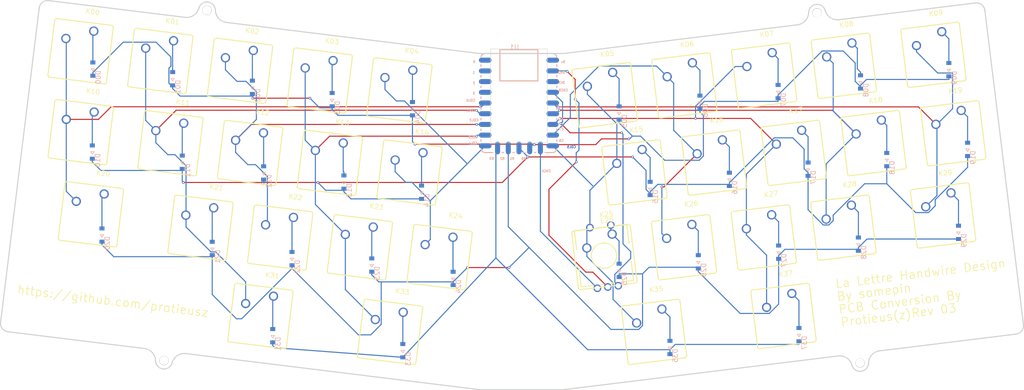
<source format=kicad_pcb>
(kicad_pcb (version 20171130) (host pcbnew "(5.1.5)-3") (page "A4") (layers (0 "F.Cu" signal) (31 "B.Cu" signal) (32 "B.Adhes" user) (33 "F.Adhes" user) (34 "B.Paste" user) (35 "F.Paste" user) (36 "B.SilkS" user) (37 "F.SilkS" user) (38 "B.Mask" user) (39 "F.Mask" user) (40 "Dwgs.User" user) (41 "Cmts.User" user) (42 "Eco1.User" user) (43 "Eco2.User" user) (44 "Edge.Cuts" user) (45 "Margin" user) (46 "B.CrtYd" user) (47 "F.CrtYd" user) (48 "B.Fab" user hide) (49 "F.Fab" user hide)) (net 0 "") (net 1 "COL0") (net 2 "COL1") (net 3 "COL2") (net 4 "COL3") (net 5 "COL4") (net 6 "COL5") (net 7 "COL6") (net 8 "COL7") (net 9 "COL8") (net 10 "COL9") (net 11 "D00_A") (net 12 "D03_A") (net 13 "D05_A") (net 14 "D07_A") (net 15 "D09_A") (net 16 "D11_A") (net 17 "D12_A") (net 18 "D14_A") (net 19 "D16_A") (net 20 "D18_A") (net 21 "D21_A") (net 22 "D22_A") (net 23 "D24_A") (net 24 "D25_A") (net 25 "D26_A") (net 26 "D28_A") (net 27 "D33_A") (net 28 "D35_A") (net 29 "D37_A") (net 30 "ENCA") (net 31 "ENCB") (net 32 "GND") (net 33 "K01_1") (net 34 "K02_1") (net 35 "K04_1") (net 36 "K06_1") (net 37 "K08_1") (net 38 "K10_MX1") (net 39 "K13_1") (net 40 "K15_1") (net 41 "K17_1") (net 42 "K19_1") (net 43 "K20_MX1") (net 44 "K23_1") (net 45 "K27_1") (net 46 "K29_1") (net 47 "K31_MX1") (net 48 "ROW0") (net 49 "ROW1") (net 50 "ROW2") (net 51 "ROW3") (segment (start 147.32 46.355) (end 147.193 46.228) (width 0.254) (layer "B.Cu") (net 32)) (segment (start 147.193 46.228) (end 143.899 46.228) (width 0.254) (layer "B.Cu") (net 32)) (segment (start 149.479 67.818) (end 149.479 65.659) (width 0.254) (layer "B.Cu") (net 32)) (segment (start 149.479 65.659) (end 150.114 65.024) (width 0.254) (layer "B.Cu") (net 32)) (segment (start 150.114 65.024) (end 150.114 53.848) (width 0.254) (layer "B.Cu") (net 32)) (segment (start 150.114 53.848) (end 149.225 52.959) (width 0.254) (layer "B.Cu") (net 32)) (segment (start 161.925 62.357) (end 162.143 62.357) (width 0.254) (layer "B.Cu") (net 48)) (segment (start 162.143 62.357) (end 162.796 61.703) (width 0.254) (layer "B.Cu") (net 48)) (segment (start 77.47 111.378) (end 78.002 111.91) (width 0.254) (layer "B.Cu") (net 51)) (segment (start 78.002 111.91) (end 108.331 114.18) (width 0.254) (layer "B.Cu") (net 51)) (segment (start 108.331 114.18) (end 130.409 90.598) (width 0.254) (layer "B.Cu") (net 51)) (segment (start 185.801 73.54) (end 185.801 73.163) (width 0.254) (layer "B.Cu") (net 49)) (segment (start 56.007 69.476) (end 56.007 69.853) (width 0.254) (layer "B.Cu") (net 49)) (segment (start 56.007 69.853) (end 36.707 69.853) (width 0.254) (layer "B.Cu") (net 49)) (segment (start 36.707 69.853) (end 34.671 67.817) (width 0.254) (layer "B.Cu") (net 49)) (segment (start 34.671 67.063) (end 34.671 67.817) (width 0.254) (layer "B.Cu") (net 49)) (segment (start 94.361 74.929) (end 96.02 76.588) (width 0.254) (layer "B.Cu") (net 49)) (segment (start 96.02 76.588) (end 112.776 76.588) (width 0.254) (layer "B.Cu") (net 49)) (segment (start 223.139 72.999) (end 223.139 68.841) (width 0.254) (layer "B.Cu") (net 49)) (segment (start 242.316 66.428) (end 242.316 69.105) (width 0.254) (layer "B.Cu") (net 49)) (segment (start 242.316 69.105) (end 234.638 76.783) (width 0.254) (layer "B.Cu") (net 49)) (segment (start 234.638 76.783) (end 234.638 78.231) (width 0.254) (layer "B.Cu") (net 49)) (segment (start 234.638 78.231) (end 233.022 79.846) (width 0.254) (layer "B.Cu") (net 49)) (segment (start 233.022 79.846) (end 229.986 79.846) (width 0.254) (layer "B.Cu") (net 49)) (segment (start 229.986 79.846) (end 223.139 72.999) (width 0.254) (layer "B.Cu") (net 49)) (segment (start 167.005 75.699) (end 167.005 75.322) (width 0.254) (layer "B.Cu") (net 49)) (segment (start 167.005 75.322) (end 167.005 74.945) (width 0.254) (layer "B.Cu") (net 49)) (segment (start 135.89 64.524) (end 138.003 66.637) (width 0.254) (layer "B.Cu") (net 49)) (segment (start 167.005 75.322) (end 166.037 74.354) (width 0.254) (layer "B.Cu") (net 49)) (segment (start 166.037 74.354) (end 166.037 69.843) (width 0.254) (layer "B.Cu") (net 49)) (segment (start 166.037 69.843) (end 162.831 66.637) (width 0.254) (layer "B.Cu") (net 49)) (segment (start 94.361 74.175) (end 94.361 74.552) (width 0.254) (layer "B.Cu") (net 49)) (segment (start 94.361 74.552) (end 94.361 74.929) (width 0.254) (layer "B.Cu") (net 49)) (segment (start 94.361 74.552) (end 90.035 74.552) (width 0.254) (layer "B.Cu") (net 49)) (segment (start 90.035 74.552) (end 88.18 72.697) (width 0.254) (layer "B.Cu") (net 49)) (segment (start 75.141 72.968) (end 75.311 72.797) (width 0.254) (layer "B.Cu") (net 49)) (segment (start 75.311 72.797) (end 75.311 72.016) (width 0.254) (layer "B.Cu") (net 49)) (segment (start 56.007 69.853) (end 56.007 72.42) (width 0.254) (layer "B.Cu") (net 49)) (segment (start 56.007 72.42) (end 56.284 72.697) (width 0.254) (layer "B.Cu") (net 49)) (segment (start 223.139 72.999) (end 217.887 72.999) (width 0.254) (layer "B.Cu") (net 49)) (segment (start 217.887 72.999) (end 210.426 80.46) (width 0.254) (layer "B.Cu") (net 49)) (segment (start 210.426 80.46) (end 210.426 81.742) (width 0.254) (layer "B.Cu") (net 49)) (segment (start 210.426 81.742) (end 209.389 82.778) (width 0.254) (layer "B.Cu") (net 49)) (segment (start 209.389 82.778) (end 208.072 82.778) (width 0.254) (layer "B.Cu") (net 49)) (segment (start 208.072 82.778) (end 204.47 79.176) (width 0.254) (layer "B.Cu") (net 49)) (segment (start 204.47 79.176) (end 204.47 71.127) (width 0.254) (layer "B.Cu") (net 49)) (segment (start 204.47 70.373) (end 203.532 69.435) (width 0.254) (layer "B.Cu") (net 49)) (segment (start 203.532 69.435) (end 203.532 64.793) (width 0.254) (layer "B.Cu") (net 49)) (segment (start 203.532 64.793) (end 200.849 62.109) (width 0.254) (layer "B.Cu") (net 49)) (segment (start 200.849 62.109) (end 196.449 62.109) (width 0.254) (layer "B.Cu") (net 49)) (segment (start 196.449 62.109) (end 185.801 72.757) (width 0.254) (layer "B.Cu") (net 49)) (segment (start 185.801 72.757) (end 185.801 73.163) (width 0.254) (layer "B.Cu") (net 49)) (segment (start 204.47 71.127) (end 204.47 70.373) (width 0.254) (layer "B.Cu") (net 49)) (segment (start 185.801 73.163) (end 185.794 73.156) (width 0.254) (layer "B.Cu") (net 49)) (segment (start 185.794 73.156) (end 168.793 73.156) (width 0.254) (layer "B.Cu") (net 49)) (segment (start 168.793 73.156) (end 167.005 74.945) (width 0.254) (layer "B.Cu") (net 49)) (segment (start 240.157 86.113) (end 218.448 86.113) (width 0.254) (layer "B.Cu") (net 50)) (segment (start 218.448 86.113) (end 216.408 88.153) (width 0.254) (layer "B.Cu") (net 50)) (segment (start 216.408 88.907) (end 216.408 88.561) (width 0.254) (layer "B.Cu") (net 50)) (segment (start 216.408 88.561) (end 216.408 88.153) (width 0.254) (layer "B.Cu") (net 50)) (segment (start 216.408 88.561) (end 198.982 88.561) (width 0.254) (layer "B.Cu") (net 50)) (segment (start 198.982 88.561) (end 197.485 90.058) (width 0.254) (layer "B.Cu") (net 50)) (segment (start 197.485 90.656) (end 197.485 90.058) (width 0.254) (layer "B.Cu") (net 50)) (segment (start 197.485 90.656) (end 197.485 90.704) (width 0.254) (layer "B.Cu") (net 50)) (segment (start 178.435 93.098) (end 178.435 92.815) (width 0.254) (layer "B.Cu") (net 50)) (segment (start 100.965 93.86) (end 100.965 94.614) (width 0.254) (layer "B.Cu") (net 50)) (segment (start 63.119 89.923) (end 63.119 90.3) (width 0.254) (layer "B.Cu") (net 50)) (segment (start 63.119 90.3) (end 39.755 90.3) (width 0.254) (layer "B.Cu") (net 50)) (segment (start 39.755 90.3) (end 36.957 87.502) (width 0.254) (layer "B.Cu") (net 50)) (segment (start 36.957 86.748) (end 36.957 87.502) (width 0.254) (layer "B.Cu") (net 50)) (segment (start 120.269 96.551) (end 120.269 96.306) (width 0.254) (layer "B.Cu") (net 50)) (segment (start 120.269 97.035) (end 120.269 96.551) (width 0.254) (layer "B.Cu") (net 50)) (segment (start 120.269 96.306) (end 120.269 96.281) (width 0.254) (layer "B.Cu") (net 50)) (segment (start 159.639 95.13) (end 159.639 94.376) (width 0.254) (layer "B.Cu") (net 50)) (segment (start 197.485 90.758) (end 197.485 90.704) (width 0.254) (layer "B.Cu") (net 50)) (segment (start 197.485 90.758) (end 197.485 90.812) (width 0.254) (layer "B.Cu") (net 50)) (segment (start 197.485 90.812) (end 197.485 101.56) (width 0.254) (layer "B.Cu") (net 50)) (segment (start 197.485 101.56) (end 195.277 103.768) (width 0.254) (layer "B.Cu") (net 50)) (segment (start 195.277 103.768) (end 188.351 103.768) (width 0.254) (layer "B.Cu") (net 50)) (segment (start 188.351 103.768) (end 178.435 93.852) (width 0.254) (layer "B.Cu") (net 50)) (segment (start 178.435 93.098) (end 178.435 93.852) (width 0.254) (layer "B.Cu") (net 50)) (segment (start 165.199 94.376) (end 159.639 94.376) (width 0.254) (layer "B.Cu") (net 50)) (segment (start 178.435 92.815) (end 166.759 92.815) (width 0.254) (layer "B.Cu") (net 50)) (segment (start 166.759 92.815) (end 165.199 94.376) (width 0.254) (layer "B.Cu") (net 50)) (segment (start 82.042 92.336) (end 82.042 93.09) (width 0.254) (layer "B.Cu") (net 50)) (segment (start 103.208 96.281) (end 102.631 96.281) (width 0.254) (layer "B.Cu") (net 50)) (segment (start 102.631 96.281) (end 100.965 94.614) (width 0.254) (layer "B.Cu") (net 50)) (segment (start 82.042 93.09) (end 70.098 105.034) (width 0.254) (layer "B.Cu") (net 50)) (segment (start 70.098 105.034) (end 68.871 105.034) (width 0.254) (layer "B.Cu") (net 50)) (segment (start 68.871 105.034) (end 63.119 99.282) (width 0.254) (layer "B.Cu") (net 50)) (segment (start 63.119 99.282) (end 63.119 90.3) (width 0.254) (layer "B.Cu") (net 50)) (segment (start 103.208 96.281) (end 103.208 106.351) (width 0.254) (layer "B.Cu") (net 50)) (segment (start 103.208 106.351) (end 100.712 108.846) (width 0.254) (layer "B.Cu") (net 50)) (segment (start 100.712 108.846) (end 97.798 108.846) (width 0.254) (layer "B.Cu") (net 50)) (segment (start 97.798 108.846) (end 82.042 93.09) (width 0.254) (layer "B.Cu") (net 50)) (segment (start 120.269 96.281) (end 103.208 96.281) (width 0.254) (layer "B.Cu") (net 50)) (segment (start 120.269 96.281) (end 123.665 92.884) (width 0.254) (layer "B.Cu") (net 50)) (segment (start 138.279 88.129) (end 133.523 92.884) (width 0.254) (layer "B.Cu") (net 50)) (segment (start 133.35 64.524) (end 133.35 83.2) (width 0.254) (layer "B.Cu") (net 50)) (segment (start 133.35 83.2) (end 138.279 88.129) (width 0.254) (layer "B.Cu") (net 50)) (segment (start 138.279 88.129) (end 157.714 107.564) (width 0.254) (layer "B.Cu") (net 50)) (segment (start 157.714 107.564) (end 164.283 107.564) (width 0.254) (layer "B.Cu") (net 50)) (segment (start 164.283 107.564) (end 165.199 106.649) (width 0.254) (layer "B.Cu") (net 50)) (segment (start 165.199 106.649) (end 165.199 94.376) (width 0.254) (layer "B.Cu") (net 50)) (segment (start 160.236 60.905) (end 160.563 61.232) (width 0.254) (layer "B.Cu") (net 31)) (segment (start 160.563 61.232) (end 160.563 87.259) (width 0.254) (layer "B.Cu") (net 31)) (segment (start 160.563 87.259) (end 162.387 89.083) (width 0.254) (layer "B.Cu") (net 31)) (segment (start 162.387 89.083) (end 162.387 90.733) (width 0.254) (layer "B.Cu") (net 31)) (segment (start 162.387 90.733) (end 158.635 94.485) (width 0.254) (layer "B.Cu") (net 31)) (segment (start 158.635 94.485) (end 158.635 96.376) (width 0.254) (layer "B.Cu") (net 31)) (segment (start 158.635 96.376) (end 159.448 97.188) (width 0.254) (layer "B.Cu") (net 31)) (segment (start 143.899 51.308) (end 146.231 53.64) (width 0.254) (layer "B.Cu") (net 31)) (segment (start 146.231 53.64) (end 146.231 58.287) (width 0.254) (layer "B.Cu") (net 31)) (segment (start 146.231 58.287) (end 145.822 58.696) (width 0.254) (layer "B.Cu") (net 31)) (segment (start 113.622 87.439) (end 114.857 86.204) (width 0.254) (layer "B.Cu") (net 5)) (segment (start 114.857 86.204) (end 114.857 77.032) (width 0.254) (layer "B.Cu") (net 5)) (segment (start 114.857 77.032) (end 110.496 72.671) (width 0.254) (layer "B.Cu") (net 5)) (segment (start 110.496 72.671) (end 109.03 72.671) (width 0.254) (layer "B.Cu") (net 5)) (segment (start 109.03 72.671) (end 106.51 70.152) (width 0.254) (layer "B.Cu") (net 5)) (segment (start 106.51 70.152) (end 106.51 67.373) (width 0.254) (layer "B.Cu") (net 5)) (segment (start 114.857 77.032) (end 123.624 68.265) (width 0.254) (layer "B.Cu") (net 5)) (segment (start 123.624 68.265) (end 127.881 64.008) (width 0.254) (layer "B.Cu") (net 5)) (segment (start 123.624 68.265) (end 108.724 53.365) (width 0.254) (layer "B.Cu") (net 5)) (segment (start 108.724 53.365) (end 106.806 53.365) (width 0.254) (layer "B.Cu") (net 5)) (segment (start 106.806 53.365) (end 104.097 50.657) (width 0.254) (layer "B.Cu") (net 5)) (segment (start 104.097 50.657) (end 104.097 47.815) (width 0.254) (layer "B.Cu") (net 5)) (segment (start 127.881 58.928) (end 125.857 58.928) (width 0.254) (layer "B.Cu") (net 3)) (segment (start 75.776 82.74) (end 76.213 82.303) (width 0.254) (layer "B.Cu") (net 3)) (segment (start 76.213 82.303) (end 76.213 71.286) (width 0.254) (layer "B.Cu") (net 3)) (segment (start 76.213 71.286) (end 73.404 68.477) (width 0.254) (layer "B.Cu") (net 3)) (segment (start 73.404 68.477) (end 71.562 68.477) (width 0.254) (layer "B.Cu") (net 3)) (segment (start 71.562 68.477) (end 68.664 65.579) (width 0.254) (layer "B.Cu") (net 3)) (segment (start 68.664 65.579) (end 68.664 62.674) (width 0.254) (layer "B.Cu") (net 3)) (segment (start 68.664 62.674) (end 73.593 57.745) (width 0.254) (layer "B.Cu") (net 3)) (segment (start 73.593 57.745) (end 73.593 51.152) (width 0.254) (layer "B.Cu") (net 3)) (segment (start 73.593 51.152) (end 71.15 48.709) (width 0.254) (layer "B.Cu") (net 3)) (segment (start 71.15 48.709) (end 68.992 48.709) (width 0.254) (layer "B.Cu") (net 3)) (segment (start 68.992 48.709) (end 66.251 45.968) (width 0.254) (layer "B.Cu") (net 3)) (segment (start 66.251 45.968) (end 66.251 43.116) (width 0.254) (layer "B.Cu") (net 3)) (segment (start 127.881 56.388) (end 126.606 56.388) (width 0.254) (layer "B.Cu") (net 2)) (segment (start 126.606 56.388) (end 125.784 55.567) (width 0.254) (layer "B.Cu") (net 2)) (segment (start 49.741 60.388) (end 47.328 57.975) (width 0.254) (layer "B.Cu") (net 2)) (segment (start 47.328 57.975) (end 47.328 40.83) (width 0.254) (layer "B.Cu") (net 2)) (segment (start 56.853 80.454) (end 56.905 80.454) (width 0.254) (layer "B.Cu") (net 2)) (segment (start 49.741 60.388) (end 49.741 63.271) (width 0.254) (layer "B.Cu") (net 2)) (segment (start 49.741 63.271) (end 52.576 66.106) (width 0.254) (layer "B.Cu") (net 2)) (segment (start 52.576 66.106) (end 54.27 66.106) (width 0.254) (layer "B.Cu") (net 2)) (segment (start 54.27 66.106) (end 56.905 68.742) (width 0.254) (layer "B.Cu") (net 2)) (segment (start 56.905 68.742) (end 56.905 80.454) (width 0.254) (layer "B.Cu") (net 2)) (segment (start 56.905 80.454) (end 56.905 83.258) (width 0.254) (layer "B.Cu") (net 2)) (segment (start 56.905 83.258) (end 62.811 89.164) (width 0.254) (layer "B.Cu") (net 2)) (segment (start 62.811 89.164) (end 63.926 89.164) (width 0.254) (layer "B.Cu") (net 2)) (segment (start 63.926 89.164) (end 71.043 96.282) (width 0.254) (layer "B.Cu") (net 2)) (segment (start 71.043 96.282) (end 71.043 101.42) (width 0.254) (layer "B.Cu") (net 2)) (segment (start 127.881 53.848) (end 126.997 54.732) (width 0.254) (layer "B.Cu") (net 1)) (segment (start 126.997 54.732) (end 126.611 54.732) (width 0.254) (layer "B.Cu") (net 1)) (segment (start 28.405 38.544) (end 28.498 38.637) (width 0.254) (layer "B.Cu") (net 1)) (segment (start 28.498 38.637) (end 28.498 57.732) (width 0.254) (layer "B.Cu") (net 1)) (segment (start 28.498 57.732) (end 28.498 74.805) (width 0.254) (layer "B.Cu") (net 1)) (segment (start 28.498 74.805) (end 30.866 77.173) (width 0.254) (layer "B.Cu") (net 1)) (segment (start 178.154 65.888) (end 172.586 60.32) (width 0.254) (layer "B.Cu") (net 7)) (segment (start 172.586 60.32) (end 172.586 49.144) (width 0.254) (layer "B.Cu") (net 7)) (segment (start 172.586 49.144) (end 171.042 47.6) (width 0.254) (layer "B.Cu") (net 7)) (segment (start 169.785 73.742) (end 169.785 84.824) (width 0.254) (layer "B.Cu") (net 7)) (segment (start 169.785 84.824) (end 170.915 85.954) (width 0.254) (layer "B.Cu") (net 7)) (segment (start 194.63 102.326) (end 194.63 89.971) (width 0.254) (layer "B.Cu") (net 8)) (segment (start 194.63 89.971) (end 189.838 85.178) (width 0.254) (layer "B.Cu") (net 8)) (segment (start 189.838 85.178) (end 189.838 83.668) (width 0.254) (layer "B.Cu") (net 8)) (segment (start 189.838 83.668) (end 189.838 70.714) (width 0.254) (layer "B.Cu") (net 8)) (segment (start 189.838 70.714) (end 196.95 63.602) (width 0.254) (layer "B.Cu") (net 8)) (segment (start 189.965 45.187) (end 187.203 45.187) (width 0.254) (layer "B.Cu") (net 8)) (segment (start 187.203 45.187) (end 177.776 54.614) (width 0.254) (layer "B.Cu") (net 8)) (segment (start 177.776 54.614) (end 177.776 57.505) (width 0.254) (layer "B.Cu") (net 8)) (segment (start 177.776 57.505) (end 177.776 57.505) (width 0.254) (layer "B.Cu") (net 8)) (segment (start 145.613 57.505) (end 144.19 58.928) (width 0.254) (layer "B.Cu") (net 8)) (segment (start 144.19 58.928) (end 143.899 58.928) (width 0.254) (layer "B.Cu") (net 8)) (segment (start 208.761 81.382) (end 208.761 68.301) (width 0.254) (layer "B.Cu") (net 9)) (segment (start 208.761 68.301) (end 215.873 61.189) (width 0.254) (layer "B.Cu") (net 9)) (segment (start 215.873 61.189) (end 210.432 55.748) (width 0.254) (layer "B.Cu") (net 9)) (segment (start 210.432 55.748) (end 210.432 44.445) (width 0.254) (layer "B.Cu") (net 9)) (segment (start 210.432 44.445) (end 208.888 42.901) (width 0.254) (layer "B.Cu") (net 9)) (segment (start 143.899 56.388) (end 144.649 56.388) (width 0.254) (layer "B.Cu") (net 9)) (segment (start 144.649 56.388) (end 145.453 55.584) (width 0.254) (layer "B.Cu") (net 9)) (segment (start 143.899 53.848) (end 144.812 54.761) (width 0.254) (layer "B.Cu") (net 10)) (segment (start 144.812 54.761) (end 145.162 54.761) (width 0.254) (layer "B.Cu") (net 10)) (segment (start 235.045 58.903) (end 235.045 75.799) (width 0.254) (layer "B.Cu") (net 10)) (segment (start 235.045 75.799) (end 232.383 78.461) (width 0.254) (layer "B.Cu") (net 10)) (segment (start 230.19 40.223) (end 230.19 41.694) (width 0.254) (layer "B.Cu") (net 10)) (segment (start 230.19 41.694) (end 235.224 46.728) (width 0.254) (layer "B.Cu") (net 10)) (segment (start 235.224 46.728) (end 238.678 46.728) (width 0.254) (layer "B.Cu") (net 10)) (segment (start 238.678 46.728) (end 238.752 46.802) (width 0.254) (layer "B.Cu") (net 10)) (segment (start 238.752 46.802) (end 238.752 55.196) (width 0.254) (layer "B.Cu") (net 10)) (segment (start 238.752 55.196) (end 235.045 58.903) (width 0.254) (layer "B.Cu") (net 10)) (segment (start 235.045 58.903) (end 234.796 58.903) (width 0.254) (layer "B.Cu") (net 10)) (segment (start 237.871 48.259) (end 218.328 48.259) (width 0.254) (layer "B.Cu") (net 48)) (segment (start 218.328 48.259) (end 216.916 49.672) (width 0.254) (layer "B.Cu") (net 48)) (segment (start 237.871 47.505) (end 237.871 48.259) (width 0.254) (layer "B.Cu") (net 48)) (segment (start 216.916 50.27) (end 216.916 50.318) (width 0.254) (layer "B.Cu") (net 48)) (segment (start 216.916 50.426) (end 216.916 50.318) (width 0.254) (layer "B.Cu") (net 48)) (segment (start 197.358 53.466) (end 179.847 53.466) (width 0.254) (layer "B.Cu") (net 48)) (segment (start 179.847 53.466) (end 178.816 54.498) (width 0.254) (layer "B.Cu") (net 48)) (segment (start 197.358 52.712) (end 197.358 53.466) (width 0.254) (layer "B.Cu") (net 48)) (segment (start 72.644 51.696) (end 72.644 52.205) (width 0.254) (layer "B.Cu") (net 48)) (segment (start 72.644 52.205) (end 55.508 52.205) (width 0.254) (layer "B.Cu") (net 48)) (segment (start 55.508 52.205) (end 53.721 50.418) (width 0.254) (layer "B.Cu") (net 48)) (segment (start 216.916 50.27) (end 216.916 49.971) (width 0.254) (layer "B.Cu") (net 48)) (segment (start 216.916 49.971) (end 216.916 49.672) (width 0.254) (layer "B.Cu") (net 48)) (segment (start 216.916 49.971) (end 215.651 48.706) (width 0.254) (layer "B.Cu") (net 48)) (segment (start 215.651 48.706) (end 215.651 44.362) (width 0.254) (layer "B.Cu") (net 48)) (segment (start 215.651 44.362) (end 212.798 41.509) (width 0.254) (layer "B.Cu") (net 48)) (segment (start 212.798 41.509) (end 207.807 41.509) (width 0.254) (layer "B.Cu") (net 48)) (segment (start 207.807 41.509) (end 197.358 51.958) (width 0.254) (layer "B.Cu") (net 48)) (segment (start 197.358 52.712) (end 197.358 51.958) (width 0.254) (layer "B.Cu") (net 48)) (segment (start 178.816 55.223) (end 178.816 54.498) (width 0.254) (layer "B.Cu") (net 48)) (segment (start 138.43 64.524) (end 139.239 63.715) (width 0.254) (layer "B.Cu") (net 48)) (segment (start 139.239 63.715) (end 139.53 63.715) (width 0.254) (layer "B.Cu") (net 48)) (segment (start 53.721 49.664) (end 53.721 50.041) (width 0.254) (layer "B.Cu") (net 48)) (segment (start 53.721 50.041) (end 53.721 50.418) (width 0.254) (layer "B.Cu") (net 48)) (segment (start 53.721 50.041) (end 52.84 49.16) (width 0.254) (layer "B.Cu") (net 48)) (segment (start 52.84 49.16) (end 52.84 45.58) (width 0.254) (layer "B.Cu") (net 48)) (segment (start 52.84 45.58) (end 53.313 45.107) (width 0.254) (layer "B.Cu") (net 48)) (segment (start 53.313 45.107) (end 53.313 42.943) (width 0.254) (layer "B.Cu") (net 48)) (segment (start 53.313 42.943) (end 49.791 39.42) (width 0.254) (layer "B.Cu") (net 48)) (segment (start 49.791 39.42) (end 42.001 39.42) (width 0.254) (layer "B.Cu") (net 48)) (segment (start 42.001 39.42) (end 34.798 46.624) (width 0.254) (layer "B.Cu") (net 48)) (segment (start 34.798 47.378) (end 34.798 46.624) (width 0.254) (layer "B.Cu") (net 48)) (segment (start 91.567 55.371) (end 92.972 56.776) (width 0.254) (layer "B.Cu") (net 48)) (segment (start 92.972 56.776) (end 110.617 56.776) (width 0.254) (layer "B.Cu") (net 48)) (segment (start 110.617 56.776) (end 110.617 63.014) (width 0.254) (layer "B.Cu") (net 48)) (segment (start 110.617 63.014) (end 111.216 63.613) (width 0.254) (layer "B.Cu") (net 48)) (segment (start 178.816 55.223) (end 178.816 55.252) (width 0.254) (layer "B.Cu") (net 48)) (segment (start 178.816 55.252) (end 178.816 56.006) (width 0.254) (layer "B.Cu") (net 48)) (segment (start 159.639 57.792) (end 159.639 58.546) (width 0.254) (layer "B.Cu") (net 48)) (segment (start 162.796 61.703) (end 159.639 58.546) (width 0.254) (layer "B.Cu") (net 48)) (segment (start 178.816 56.006) (end 179.635 56.825) (width 0.254) (layer "B.Cu") (net 48)) (segment (start 179.635 56.825) (end 179.635 66.431) (width 0.254) (layer "B.Cu") (net 48)) (segment (start 179.635 66.431) (end 178.634 67.432) (width 0.254) (layer "B.Cu") (net 48)) (segment (start 178.634 67.432) (end 170.458 67.432) (width 0.254) (layer "B.Cu") (net 48)) (segment (start 170.458 67.432) (end 164.729 61.703) (width 0.254) (layer "B.Cu") (net 48)) (segment (start 164.729 61.703) (end 162.796 61.703) (width 0.254) (layer "B.Cu") (net 48)) (segment (start 91.567 54.617) (end 91.567 54.994) (width 0.254) (layer "B.Cu") (net 48)) (segment (start 91.567 54.994) (end 91.567 55.371) (width 0.254) (layer "B.Cu") (net 48)) (segment (start 72.745 52.703) (end 72.745 52.306) (width 0.254) (layer "B.Cu") (net 48)) (segment (start 72.745 52.306) (end 72.644 52.205) (width 0.254) (layer "B.Cu") (net 48)) (segment (start 91.567 54.994) (end 88.589 54.994) (width 0.254) (layer "B.Cu") (net 48)) (segment (start 88.589 54.994) (end 86.298 52.703) (width 0.254) (layer "B.Cu") (net 48)) (segment (start 112.776 73.438) (end 112.776 65.972) (width 0.254) (layer "B.Cu") (net 18)) (segment (start 112.776 65.972) (end 113.122 65.625) (width 0.254) (layer "B.Cu") (net 18)) (segment (start 108.331 111.03) (end 108.331 103.564) (width 0.254) (layer "B.Cu") (net 27)) (segment (start 108.331 103.564) (end 108.423 103.471) (width 0.254) (layer "B.Cu") (net 27)) (segment (start 77.47 107.474) (end 77.47 99.858) (width 0.254) (layer "B.Cu") (net 47)) (segment (start 77.47 99.858) (end 77.655 99.673) (width 0.254) (layer "B.Cu") (net 47)) (segment (start 120.269 93.131) (end 120.234 93.096) (width 0.254) (layer "B.Cu") (net 23)) (segment (start 120.234 93.096) (end 120.234 85.691) (width 0.254) (layer "B.Cu") (net 23)) (segment (start 120.269 93.885) (end 120.269 93.131) (width 0.254) (layer "B.Cu") (net 23)) (segment (start 100.965 90.71) (end 100.965 83.625) (width 0.254) (layer "B.Cu") (net 44)) (segment (start 100.965 83.625) (end 101.311 83.278) (width 0.254) (layer "B.Cu") (net 44)) (segment (start 82.042 89.186) (end 82.042 81.339) (width 0.254) (layer "B.Cu") (net 22)) (segment (start 82.042 81.339) (end 82.388 80.992) (width 0.254) (layer "B.Cu") (net 22)) (segment (start 63.119 86.773) (end 63.119 79.053) (width 0.254) (layer "B.Cu") (net 21)) (segment (start 63.119 79.053) (end 63.465 78.706) (width 0.254) (layer "B.Cu") (net 21)) (segment (start 36.957 83.598) (end 36.957 75.946) (width 0.254) (layer "B.Cu") (net 43)) (segment (start 36.957 75.946) (end 37.478 75.425) (width 0.254) (layer "B.Cu") (net 43)) (segment (start 94.361 70.271) (end 94.199 70.109) (width 0.254) (layer "B.Cu") (net 39)) (segment (start 94.199 70.109) (end 94.199 63.339) (width 0.254) (layer "B.Cu") (net 39)) (segment (start 94.361 71.025) (end 94.361 70.271) (width 0.254) (layer "B.Cu") (net 39)) (segment (start 75.311 68.866) (end 75.311 60.961) (width 0.254) (layer "B.Cu") (net 17)) (segment (start 75.311 60.961) (end 75.276 60.926) (width 0.254) (layer "B.Cu") (net 17)) (segment (start 56.007 66.326) (end 56.007 58.987) (width 0.254) (layer "B.Cu") (net 16)) (segment (start 56.007 58.987) (end 56.353 58.64) (width 0.254) (layer "B.Cu") (net 16)) (segment (start 34.671 63.913) (end 34.671 56.424) (width 0.254) (layer "B.Cu") (net 38)) (segment (start 34.671 56.424) (end 35.11 55.985) (width 0.254) (layer "B.Cu") (net 38)) (segment (start 202.311 107.22) (end 202.311 100.719) (width 0.254) (layer "B.Cu") (net 29)) (segment (start 202.311 100.719) (end 200.623 99.031) (width 0.254) (layer "B.Cu") (net 29)) (segment (start 171.704 110.268) (end 171.704 104.633) (width 0.254) (layer "B.Cu") (net 28)) (segment (start 171.704 104.633) (end 169.796 102.725) (width 0.254) (layer "B.Cu") (net 28)) (segment (start 178.435 89.948) (end 178.435 84.186) (width 0.254) (layer "B.Cu") (net 25)) (segment (start 178.435 84.186) (end 176.908 82.659) (width 0.254) (layer "B.Cu") (net 25)) (segment (start 197.485 87.662) (end 197.485 82.027) (width 0.254) (layer "B.Cu") (net 45)) (segment (start 197.485 82.027) (end 195.831 80.373) (width 0.254) (layer "B.Cu") (net 45)) (segment (start 216.408 85.757) (end 216.408 79.741) (width 0.254) (layer "B.Cu") (net 26)) (segment (start 216.408 79.741) (end 214.754 78.087) (width 0.254) (layer "B.Cu") (net 26)) (segment (start 240.157 82.963) (end 240.157 76.947) (width 0.254) (layer "B.Cu") (net 46)) (segment (start 240.157 76.947) (end 238.376 75.166) (width 0.254) (layer "B.Cu") (net 46)) (segment (start 167.005 72.549) (end 167.005 66.787) (width 0.254) (layer "B.Cu") (net 40)) (segment (start 167.005 66.787) (end 165.097 64.879) (width 0.254) (layer "B.Cu") (net 40)) (segment (start 185.801 70.39) (end 185.801 64.247) (width 0.254) (layer "B.Cu") (net 19)) (segment (start 185.801 64.247) (end 184.147 62.593) (width 0.254) (layer "B.Cu") (net 19)) (segment (start 204.47 67.977) (end 204.47 61.834) (width 0.254) (layer "B.Cu") (net 41)) (segment (start 204.47 61.834) (end 202.943 60.307) (width 0.254) (layer "B.Cu") (net 41)) (segment (start 223.139 65.691) (end 223.139 59.167) (width 0.254) (layer "B.Cu") (net 20)) (segment (start 223.139 59.167) (end 221.866 57.894) (width 0.254) (layer "B.Cu") (net 20)) (segment (start 242.316 63.278) (end 242.316 57.135) (width 0.254) (layer "B.Cu") (net 42)) (segment (start 242.316 57.135) (end 240.789 55.608) (width 0.254) (layer "B.Cu") (net 42)) (segment (start 237.871 44.355) (end 237.871 38.616) (width 0.254) (layer "B.Cu") (net 15)) (segment (start 237.871 38.616) (end 236.183 36.928) (width 0.254) (layer "B.Cu") (net 15)) (segment (start 216.916 46.522) (end 216.162 45.768) (width 0.254) (layer "B.Cu") (net 37)) (segment (start 216.162 45.768) (end 216.162 40.887) (width 0.254) (layer "B.Cu") (net 37)) (segment (start 216.162 40.887) (end 214.881 39.606) (width 0.254) (layer "B.Cu") (net 37)) (segment (start 216.916 47.276) (end 216.916 46.522) (width 0.254) (layer "B.Cu") (net 37)) (segment (start 197.358 49.562) (end 197.358 43.292) (width 0.254) (layer "B.Cu") (net 14)) (segment (start 197.358 43.292) (end 195.958 41.892) (width 0.254) (layer "B.Cu") (net 14)) (segment (start 178.816 52.102) (end 178.816 46.086) (width 0.254) (layer "B.Cu") (net 36)) (segment (start 178.816 46.086) (end 177.035 44.305) (width 0.254) (layer "B.Cu") (net 36)) (segment (start 159.639 54.642) (end 159.639 48.118) (width 0.254) (layer "B.Cu") (net 13)) (segment (start 159.639 48.118) (end 158.112 46.591) (width 0.254) (layer "B.Cu") (net 13)) (segment (start 110.617 53.626) (end 110.617 46.16) (width 0.254) (layer "B.Cu") (net 35)) (segment (start 110.617 46.16) (end 110.709 46.067) (width 0.254) (layer "B.Cu") (net 35)) (segment (start 91.567 51.467) (end 91.567 44.001) (width 0.254) (layer "B.Cu") (net 12)) (segment (start 91.567 44.001) (end 91.786 43.781) (width 0.254) (layer "B.Cu") (net 12)) (segment (start 72.644 48.546) (end 72.644 41.588) (width 0.254) (layer "B.Cu") (net 34)) (segment (start 72.644 41.588) (end 72.863 41.368) (width 0.254) (layer "B.Cu") (net 34)) (segment (start 53.721 46.514) (end 53.721 39.302) (width 0.254) (layer "B.Cu") (net 33)) (segment (start 53.721 39.302) (end 53.94 39.082) (width 0.254) (layer "B.Cu") (net 33)) (segment (start 34.798 44.228) (end 34.798 37.016) (width 0.254) (layer "B.Cu") (net 11)) (segment (start 34.798 37.016) (end 35.017 36.796) (width 0.254) (layer "B.Cu") (net 11)) (segment (start 159.639 91.98) (end 159.639 86.599) (width 0.254) (layer "B.Cu") (net 24)) (segment (start 159.639 86.599) (end 157.985 84.945) (width 0.254) (layer "B.Cu") (net 24)) (segment (start 157.985 84.945) (end 157.681 84.641) (width 0.254) (layer "B.Cu") (net 24)) (segment (start 157.681 84.641) (end 157.681 82.796) (width 0.254) (layer "B.Cu") (net 24)) (segment (start 151.992 88.24) (end 151.992 84.132) (width 0.254) (layer "B.Cu") (net 6)) (segment (start 151.992 84.132) (end 152.718 83.406) (width 0.254) (layer "B.Cu") (net 6)) (segment (start 153.585 73.694) (end 143.899 64.008) (width 0.254) (layer "B.Cu") (net 6)) (segment (start 152.718 83.406) (end 152.718 74.56) (width 0.254) (layer "B.Cu") (net 6)) (segment (start 152.718 74.56) (end 153.585 73.694) (width 0.254) (layer "B.Cu") (net 6)) (segment (start 153.585 73.694) (end 159.104 68.174) (width 0.254) (layer "B.Cu") (net 6)) (segment (start 163.803 106.02) (end 158.207 100.425) (width 0.254) (layer "B.Cu") (net 6)) (segment (start 158.207 100.425) (end 158.207 96.482) (width 0.254) (layer "B.Cu") (net 6)) (segment (start 158.207 96.482) (end 151.992 90.266) (width 0.254) (layer "B.Cu") (net 6)) (segment (start 151.992 90.266) (end 151.992 88.24) (width 0.254) (layer "B.Cu") (net 6)) (segment (start 152.119 49.886) (end 152.119 51.79) (width 0.254) (layer "B.Cu") (net 6)) (segment (start 152.119 51.79) (end 159.104 58.775) (width 0.254) (layer "B.Cu") (net 6)) (segment (start 159.104 58.775) (end 159.104 68.174) (width 0.254) (layer "B.Cu") (net 6)) (segment (start 87.587 65.087) (end 85.174 62.674) (width 0.254) (layer "B.Cu") (net 4)) (segment (start 85.174 62.674) (end 85.174 45.529) (width 0.254) (layer "B.Cu") (net 4)) (segment (start 94.699 85.026) (end 87.587 77.914) (width 0.254) (layer "B.Cu") (net 4)) (segment (start 87.587 77.914) (end 87.587 65.087) (width 0.254) (layer "B.Cu") (net 4)) (segment (start 101.811 105.219) (end 94.699 98.107) (width 0.254) (layer "B.Cu") (net 4)) (segment (start 94.699 98.107) (end 94.699 85.026) (width 0.254) (layer "B.Cu") (net 4)) (segment (start 127.881 61.468) (end 126.13 61.468) (width 0.254) (layer "B.Cu") (net 4)) (segment (start 126.13 61.468) (end 125.88 61.718) (width 0.254) (layer "B.Cu") (net 4)) (segment (start 140.97 64.524) (end 140.97 84.282) (width 0.254) (layer "B.Cu") (net 30)) (segment (start 140.97 84.282) (end 154.485 97.798) (width 0.254) (layer "B.Cu") (net 30)) (segment (start 202.311 110.37) (end 202.311 111.124) (width 0.254) (layer "B.Cu") (net 51)) (segment (start 171.704 113.041) (end 171.704 112.962) (width 0.254) (layer "B.Cu") (net 51)) (segment (start 171.704 113.418) (end 171.704 113.041) (width 0.254) (layer "B.Cu") (net 51)) (segment (start 171.704 112.962) (end 171.704 112.664) (width 0.254) (layer "B.Cu") (net 51)) (segment (start 171.704 112.372) (end 171.704 112.664) (width 0.254) (layer "B.Cu") (net 51)) (segment (start 202.311 111.124) (end 172.952 111.124) (width 0.254) (layer "B.Cu") (net 51)) (segment (start 172.952 111.124) (end 171.704 112.372) (width 0.254) (layer "B.Cu") (net 51)) (segment (start 77.47 110.624) (end 77.47 111.378) (width 0.254) (layer "B.Cu") (net 51)) (segment (start 130.81 64.524) (end 130.409 64.925) (width 0.254) (layer "B.Cu") (net 51)) (segment (start 130.409 64.925) (end 130.409 90.598) (width 0.254) (layer "B.Cu") (net 51)) (segment (start 130.409 90.598) (end 152.183 112.372) (width 0.254) (layer "B.Cu") (net 51)) (segment (start 152.183 112.372) (end 171.704 112.372) (width 0.254) (layer "B.Cu") (net 51)) (segment (start 143.899 61.468) (end 148.072 57.295) (width 0.254) (layer "B.Cu") (net 7)) (segment (start 148.072 57.295) (end 148.072 51.848) (width 0.254) (layer "B.Cu") (net 7)) (segment (start 148.072 51.848) (end 154.848 45.071) (width 0.254) (layer "B.Cu") (net 7)) (segment (start 154.848 45.071) (end 168.513 45.071) (width 0.254) (layer "B.Cu") (net 7)) (segment (start 168.513 45.071) (end 171.042 47.6) (width 0.254) (layer "B.Cu") (net 7)) (gr_text "COL5" (at 149.479 64.262 0) (layer "B.Cu") (effects (font (size 0.55 0.55) (thickness 0.152)) (justify left mirror))) (gr_text "GND" (at 146.939 46.609 0) (layer "B.SilkS") (effects (font (size 0.55 0.55) (thickness 0.152)) (justify left mirror))) (gr_text "3V3" (at 146.939 49.022 0) (layer "B.SilkS") (effects (font (size 0.55 0.55) (thickness 0.152)) (justify left mirror))) (gr_text "5v" (at 146.939 44.069 0) (layer "B.SilkS") (effects (font (size 0.55 0.55) (thickness 0.152)) (justify left mirror))) (gr_text "ENCB" (at 147.574 50.8 0) (layer "B.SilkS") (effects (font (size 0.55 0.55) (thickness 0.152)) (justify left mirror))) (gr_text "0" (at 125.603 44.069 0) (layer "B.SilkS") (effects (font (size 0.55 0.55) (thickness 0.152)) (justify left mirror))) (gr_text "1" (at 125.476 46.609 0) (layer "B.SilkS") (effects (font (size 0.55 0.55) (thickness 0.152)) (justify left mirror))) (gr_text "COL0" (at 125.603 53.213 0) (layer "B.SilkS") (effects (font (size 0.55 0.55) (thickness 0.152)) (justify left mirror))) (gr_text "3" (at 125.603 51.562 0) (layer "B.SilkS") (effects (font (size 0.55 0.55) (thickness 0.152)) (justify left mirror))) (gr_text "2" (at 125.603 49.149 0) (layer "B.SilkS") (effects (font (size 0.55 0.55) (thickness 0.152)) (justify left mirror))) (gr_text "COL1" (at 125.603 55.626 0) (layer "B.SilkS") (effects (font (size 0.55 0.55) (thickness 0.152)) (justify left mirror))) (gr_text "COL2" (at 126.365 57.912 0) (layer "B.SilkS") (effects (font (size 0.55 0.55) (thickness 0.152)) (justify left mirror))) (gr_text "COL4" (at 126.111 63.373 0) (layer "B.SilkS") (effects (font (size 0.55 0.55) (thickness 0.152)) (justify left mirror))) (gr_text "COL3" (at 126.111 61.976 0) (layer "B.SilkS") (effects (font (size 0.55 0.55) (thickness 0.152)) (justify left mirror))) (gr_text "R3" (at 130.048 67.056 0) (layer "B.SilkS") (effects (font (size 0.55 0.55) (thickness 0.152)) (justify left mirror))) (gr_text "R2" (at 132.588 67.056 0) (layer "B.SilkS") (effects (font (size 0.55 0.55) (thickness 0.152)) (justify left mirror))) (gr_text "R1" (at 134.874 67.056 0) (layer "B.SilkS") (effects (font (size 0.55 0.55) (thickness 0.152)) (justify left mirror))) (gr_text "R0" (at 137.668 67.056 0) (layer "B.SilkS") (effects (font (size 0.55 0.55) (thickness 0.152)) (justify left mirror))) (gr_text "ENCA" (at 143.51 69.977 0) (layer "B.SilkS") (effects (font (size 0.55 0.55) (thickness 0.152)) (justify left mirror))) (gr_text "C6" (at 146.558 62.738 0) (layer "B.SilkS") (effects (font (size 0.55 0.55) (thickness 0.152)) (justify left mirror))) (gr_text "C7" (at 146.558 60.071 0) (layer "B.SilkS") (effects (font (size 0.55 0.55) (thickness 0.152)) (justify left mirror))) (gr_text "C8" (at 146.431 57.658 0) (layer "B.SilkS") (effects (font (size 0.55 0.55) (thickness 0.152)) (justify left mirror))) (gr_text "C9" (at 146.304 55.118 0) (layer "B.SilkS") (effects (font (size 0.55 0.55) (thickness 0.152)) (justify left mirror))) (gr_line (start 22.071 31.294) (end 12.912 105.883) (width 0.254) (layer "Edge.Cuts")) (gr_line (start 244.179 30.11) (end 211.794 34.087) (width 0.254) (layer "Edge.Cuts")) (gr_line (start 255.566 106.441) (end 246.407 31.852) (width 0.254) (layer "Edge.Cuts")) (gr_line (start 221.44 112.647) (end 253.825 108.67) (width 0.254) (layer "Edge.Cuts")) (gr_line (start 56.859 113.294) (end 126.511 121.847) (width 0.254) (layer "Edge.Cuts")) (gr_line (start 126.511 121.847) (end 146.511 121.847) (width 0.254) (layer "Edge.Cuts")) (gr_line (start 146.511 121.847) (end 211.619 113.852) (width 0.254) (layer "Edge.Cuts")) (gr_line (start 14.653 108.112) (end 47.038 112.088) (width 0.254) (layer "Edge.Cuts")) (gr_line (start 56.684 33.529) (end 24.299 29.552) (width 0.254) (layer "Edge.Cuts")) (gr_line (start 201.974 35.292) (end 146.511 42.102) (width 0.254) (layer "Edge.Cuts")) (gr_line (start 146.511 42.102) (end 126.511 42.102) (width 0.254) (layer "Edge.Cuts")) (gr_line (start 126.511 42.102) (end 66.505 34.734) (width 0.254) (layer "Edge.Cuts")) (gr_circle (center 216.807 115.508) (end 217.807 115.508) (layer "Edge.Cuts") (width 0.254)) (gr_circle (center 51.671 114.949) (end 52.671 114.949) (layer "Edge.Cuts") (width 0.254)) (gr_circle (center 206.607 32.431) (end 207.607 32.431) (layer "Edge.Cuts") (width 0.254)) (gr_circle (center 61.872 31.873) (end 62.872 31.873) (layer "Edge.Cuts") (width 0.254)) (gr_arc (start 201.608 32.315) (end 204.607 32.385) (angle 81.663) (width 0.254) (layer "Edge.Cuts")) (gr_arc (start 206.607 32.432) (end 204.607 32.385) (angle 163.324) (width 0.254) (layer "Edge.Cuts")) (gr_arc (start 211.428 31.109) (end 211.794 34.087) (angle 81.662) (width 0.254) (layer "Edge.Cuts")) (gr_arc (start 244.422 32.095) (end 244.179 30.11) (angle 90) (width 0.254) (layer "Edge.Cuts")) (gr_arc (start 253.581 106.685) (end 255.566 106.441) (angle 90) (width 0.254) (layer "Edge.Cuts")) (gr_arc (start 221.806 115.624) (end 218.806 115.554) (angle 81.663) (width 0.254) (layer "Edge.Cuts")) (gr_arc (start 216.807 115.507) (end 218.806 115.554) (angle 163.325) (width 0.254) (layer "Edge.Cuts")) (gr_arc (start 211.985 116.83) (end 211.619 113.852) (angle 81.663) (width 0.254) (layer "Edge.Cuts")) (gr_arc (start 56.493 116.272) (end 53.6 115.478) (angle 81.663) (width 0.254) (layer "Edge.Cuts")) (gr_arc (start 51.671 114.949) (end 53.6 115.478) (angle 163.325) (width 0.254) (layer "Edge.Cuts")) (gr_arc (start 46.673 115.066) (end 47.038 112.088) (angle 81.663) (width 0.254) (layer "Edge.Cuts")) (gr_arc (start 14.897 106.127) (end 14.654 108.112) (angle 90) (width 0.254) (layer "Edge.Cuts")) (gr_arc (start 24.056 31.537) (end 22.071 31.294) (angle 90) (width 0.254) (layer "Edge.Cuts")) (gr_arc (start 57.05 30.551) (end 59.943 31.345) (angle 81.662) (width 0.254) (layer "Edge.Cuts")) (gr_arc (start 61.872 31.874) (end 59.943 31.345) (angle 163.324) (width 0.254) (layer "Edge.Cuts")) (gr_arc (start 66.87 31.757) (end 66.505 34.734) (angle 81.663) (width 0.254) (layer "Edge.Cuts")) (segment (start 149.225 52.959) (end 149.225 48.26) (width 0.254) (layer "F.Cu") (net 32)) (segment (start 149.225 48.26) (end 147.32 46.355) (width 0.254) (layer "F.Cu") (net 32)) (segment (start 156.967 97.493) (end 156.929 97.493) (width 0.254) (layer "F.Cu") (net 32)) (segment (start 156.929 97.493) (end 153.416 93.98) (width 0.254) (layer "F.Cu") (net 32)) (segment (start 153.416 93.98) (end 151.765 93.98) (width 0.254) (layer "F.Cu") (net 32)) (segment (start 151.765 93.98) (end 143.002 85.217) (width 0.254) (layer "F.Cu") (net 32)) (segment (start 143.002 85.217) (end 143.002 74.295) (width 0.254) (layer "F.Cu") (net 32)) (segment (start 143.002 74.295) (end 149.479 67.818) (width 0.254) (layer "F.Cu") (net 32)) (segment (start 139.53 63.716) (end 154.089 63.716) (width 0.254) (layer "F.Cu") (net 48)) (segment (start 154.089 63.716) (end 155.448 62.357) (width 0.254) (layer "F.Cu") (net 48)) (segment (start 155.448 62.357) (end 161.925 62.357) (width 0.254) (layer "F.Cu") (net 48)) (segment (start 162.831 66.637) (end 138.003 66.637) (width 0.254) (layer "F.Cu") (net 49)) (segment (start 75.141 72.697) (end 75.141 72.968) (width 0.254) (layer "F.Cu") (net 49)) (segment (start 75.141 72.697) (end 56.284 72.697) (width 0.254) (layer "F.Cu") (net 49)) (segment (start 75.141 72.697) (end 88.18 72.697) (width 0.254) (layer "F.Cu") (net 49)) (segment (start 88.18 72.697) (end 131.943 72.697) (width 0.254) (layer "F.Cu") (net 49)) (segment (start 131.943 72.697) (end 138.003 66.637) (width 0.254) (layer "F.Cu") (net 49)) (segment (start 133.523 92.884) (end 123.665 92.884) (width 0.254) (layer "F.Cu") (net 50)) (segment (start 145.822 58.696) (end 148.031 60.905) (width 0.254) (layer "F.Cu") (net 31)) (segment (start 148.031 60.905) (end 160.236 60.905) (width 0.254) (layer "F.Cu") (net 31)) (segment (start 125.784 55.567) (end 54.562 55.567) (width 0.254) (layer "F.Cu") (net 2)) (segment (start 54.562 55.567) (end 49.741 60.388) (width 0.254) (layer "F.Cu") (net 2)) (segment (start 28.498 57.732) (end 36.134 57.732) (width 0.254) (layer "F.Cu") (net 1)) (segment (start 36.134 57.732) (end 39.134 54.732) (width 0.254) (layer "F.Cu") (net 1)) (segment (start 39.134 54.732) (end 126.611 54.732) (width 0.254) (layer "F.Cu") (net 1)) (segment (start 178.154 65.888) (end 170.3 73.742) (width 0.254) (layer "F.Cu") (net 7)) (segment (start 170.3 73.742) (end 169.785 73.742) (width 0.254) (layer "F.Cu") (net 7)) (segment (start 145.613 57.505) (end 177.776 57.505) (width 0.254) (layer "F.Cu") (net 8)) (segment (start 177.776 57.505) (end 190.853 57.505) (width 0.254) (layer "F.Cu") (net 8)) (segment (start 190.853 57.505) (end 196.95 63.602) (width 0.254) (layer "F.Cu") (net 8)) (segment (start 215.873 61.189) (end 210.267 55.584) (width 0.254) (layer "F.Cu") (net 9)) (segment (start 210.267 55.584) (end 145.453 55.584) (width 0.254) (layer "F.Cu") (net 9)) (segment (start 234.796 58.903) (end 230.654 54.761) (width 0.254) (layer "F.Cu") (net 10)) (segment (start 230.654 54.761) (end 145.162 54.761) (width 0.254) (layer "F.Cu") (net 10)) (segment (start 111.216 63.613) (end 139.429 63.613) (width 0.254) (layer "F.Cu") (net 48)) (segment (start 139.429 63.613) (end 139.53 63.715) (width 0.254) (layer "F.Cu") (net 48)) (segment (start 86.298 52.703) (end 72.745 52.703) (width 0.254) (layer "F.Cu") (net 48)) (segment (start 125.88 61.718) (end 90.955 61.718) (width 0.254) (layer "F.Cu") (net 4)) (segment (start 90.955 61.718) (end 87.587 65.087) (width 0.254) (layer "F.Cu") (net 4)) (segment (start 68.664 62.674) (end 72.41 58.928) (width 0.254) (layer "F.Cu") (net 3)) (segment (start 72.41 58.928) (end 125.857 58.928) (width 0.254) (layer "F.Cu") (net 3)) (gr_line (start 77.448 40.612) (end 75.863 53.515) (width 0.254) (layer "F.SilkS")) (gr_line (start 175.224 114.291) (end 162.321 115.875) (width 0.254) (layer "F.SilkS")) (gr_line (start 219.023 76.119) (end 220.607 89.022) (width 0.254) (layer "F.SilkS")) (gr_line (start 37.49 49.307) (end 24.587 47.723) (width 0.254) (layer "F.SilkS")) (gr_line (start 39.632 35.969) (end 38.047 48.872) (width 0.254) (layer "F.SilkS")) (gr_line (start 26.293 33.827) (end 39.196 35.411) (width 0.254) (layer "F.SilkS")) (gr_line (start 24.152 47.166) (end 25.736 34.262) (width 0.254) (layer "F.SilkS")) (gr_line (start 56.398 51.629) (end 43.495 50.044) (width 0.254) (layer "F.SilkS")) (gr_line (start 58.54 38.29) (end 56.955 51.193) (width 0.254) (layer "F.SilkS")) (gr_line (start 45.201 36.149) (end 58.104 37.733) (width 0.254) (layer "F.SilkS")) (gr_line (start 43.06 49.487) (end 44.644 36.584) (width 0.254) (layer "F.SilkS")) (gr_line (start 64.109 38.47) (end 77.012 40.055) (width 0.254) (layer "F.SilkS")) (gr_line (start 61.968 51.809) (end 63.552 38.906) (width 0.254) (layer "F.SilkS")) (gr_line (start 75.306 53.95) (end 62.403 52.366) (width 0.254) (layer "F.SilkS")) (gr_line (start 96.356 42.933) (end 94.771 55.837) (width 0.254) (layer "F.SilkS")) (gr_line (start 83.017 40.792) (end 95.92 42.376) (width 0.254) (layer "F.SilkS")) (gr_line (start 80.876 54.13) (end 82.46 41.227) (width 0.254) (layer "F.SilkS")) (gr_line (start 94.214 56.272) (end 81.311 54.688) (width 0.254) (layer "F.SilkS")) (gr_line (start 115.264 45.255) (end 113.679 58.158) (width 0.254) (layer "F.SilkS")) (gr_line (start 101.925 43.114) (end 114.828 44.698) (width 0.254) (layer "F.SilkS")) (gr_line (start 99.784 56.452) (end 101.368 43.549) (width 0.254) (layer "F.SilkS")) (gr_line (start 113.122 58.594) (end 100.219 57.009) (width 0.254) (layer "F.SilkS")) (gr_line (start 97.546 113.756) (end 99.13 100.853) (width 0.254) (layer "F.SilkS")) (gr_line (start 110.884 115.898) (end 97.981 114.314) (width 0.254) (layer "F.SilkS")) (gr_line (start 113.026 102.559) (end 111.442 115.462) (width 0.254) (layer "F.SilkS")) (gr_line (start 99.687 100.418) (end 112.59 102.002) (width 0.254) (layer "F.SilkS")) (gr_line (start 66.821 109.984) (end 68.405 97.081) (width 0.254) (layer "F.SilkS")) (gr_line (start 80.159 112.125) (end 67.256 110.541) (width 0.254) (layer "F.SilkS")) (gr_line (start 82.301 98.787) (end 80.716 111.69) (width 0.254) (layer "F.SilkS")) (gr_line (start 68.962 96.645) (end 81.865 98.23) (width 0.254) (layer "F.SilkS")) (gr_line (start 103.752 95.829) (end 90.849 94.245) (width 0.254) (layer "F.SilkS")) (gr_line (start 122.66 98.151) (end 109.757 96.566) (width 0.254) (layer "F.SilkS")) (gr_line (start 39.674 55.167) (end 38.09 68.07) (width 0.254) (layer "F.SilkS")) (gr_line (start 26.336 53.025) (end 39.239 54.61) (width 0.254) (layer "F.SilkS")) (gr_line (start 24.194 66.364) (end 25.778 53.461) (width 0.254) (layer "F.SilkS")) (gr_line (start 37.532 68.505) (end 24.629 66.921) (width 0.254) (layer "F.SilkS")) (gr_line (start 39.937 87.994) (end 27.034 86.409) (width 0.254) (layer "F.SilkS")) (gr_line (start 42.079 74.655) (end 40.495 87.558) (width 0.254) (layer "F.SilkS")) (gr_line (start 28.74 72.514) (end 41.643 74.098) (width 0.254) (layer "F.SilkS")) (gr_line (start 26.599 85.852) (end 28.183 72.949) (width 0.254) (layer "F.SilkS")) (gr_line (start 65.936 91.186) (end 53.033 89.602) (width 0.254) (layer "F.SilkS")) (gr_line (start 68.077 77.847) (end 66.493 90.75) (width 0.254) (layer "F.SilkS")) (gr_line (start 54.739 75.706) (end 67.642 77.29) (width 0.254) (layer "F.SilkS")) (gr_line (start 52.598 89.044) (end 54.182 76.141) (width 0.254) (layer "F.SilkS")) (gr_line (start 84.844 93.507) (end 71.941 91.923) (width 0.254) (layer "F.SilkS")) (gr_line (start 86.985 80.169) (end 85.401 93.072) (width 0.254) (layer "F.SilkS")) (gr_line (start 73.647 78.027) (end 86.55 79.612) (width 0.254) (layer "F.SilkS")) (gr_line (start 71.506 91.366) (end 73.09 78.463) (width 0.254) (layer "F.SilkS")) (gr_line (start 105.893 82.491) (end 104.309 95.394) (width 0.254) (layer "F.SilkS")) (gr_line (start 92.555 80.349) (end 105.458 81.933) (width 0.254) (layer "F.SilkS")) (gr_line (start 90.413 93.687) (end 91.998 80.784) (width 0.254) (layer "F.SilkS")) (gr_line (start 109.321 96.009) (end 110.906 83.106) (width 0.254) (layer "F.SilkS")) (gr_line (start 124.801 84.812) (end 123.217 97.715) (width 0.254) (layer "F.SilkS")) (gr_line (start 111.463 82.671) (end 124.366 84.255) (width 0.254) (layer "F.SilkS")) (gr_line (start 58.804 71.117) (end 45.901 69.533) (width 0.254) (layer "F.SilkS")) (gr_line (start 60.945 57.779) (end 59.361 70.682) (width 0.254) (layer "F.SilkS")) (gr_line (start 47.607 55.637) (end 60.51 57.221) (width 0.254) (layer "F.SilkS")) (gr_line (start 45.465 68.976) (end 47.05 56.072) (width 0.254) (layer "F.SilkS")) (gr_line (start 77.712 73.439) (end 64.808 71.854) (width 0.254) (layer "F.SilkS")) (gr_line (start 79.853 60.1) (end 78.269 73.003) (width 0.254) (layer "F.SilkS")) (gr_line (start 66.515 57.959) (end 79.418 59.543) (width 0.254) (layer "F.SilkS")) (gr_line (start 64.373 71.297) (end 65.958 58.394) (width 0.254) (layer "F.SilkS")) (gr_line (start 96.62 75.76) (end 83.716 74.176) (width 0.254) (layer "F.SilkS")) (gr_line (start 98.761 62.422) (end 97.177 75.325) (width 0.254) (layer "F.SilkS")) (gr_line (start 85.423 60.28) (end 98.326 61.865) (width 0.254) (layer "F.SilkS")) (gr_line (start 83.281 73.619) (end 84.865 60.716) (width 0.254) (layer "F.SilkS")) (gr_line (start 104.331 62.602) (end 117.234 64.186) (width 0.254) (layer "F.SilkS")) (gr_line (start 102.189 75.94) (end 103.773 63.037) (width 0.254) (layer "F.SilkS")) (gr_line (start 115.527 78.082) (end 102.624 76.498) (width 0.254) (layer "F.SilkS")) (gr_line (start 117.669 64.743) (end 116.085 77.647) (width 0.254) (layer "F.SilkS")) (gr_line (start 228.067 49.72) (end 226.483 36.817) (width 0.254) (layer "F.SilkS")) (gr_line (start 240.378 35.111) (end 241.962 48.014) (width 0.254) (layer "F.SilkS")) (gr_line (start 226.918 36.26) (end 239.821 34.675) (width 0.254) (layer "F.SilkS")) (gr_line (start 241.527 48.571) (end 228.624 50.155) (width 0.254) (layer "F.SilkS")) (gr_line (start 219.107 37.723) (end 220.691 50.626) (width 0.254) (layer "F.SilkS")) (gr_line (start 205.647 38.872) (end 218.55 37.287) (width 0.254) (layer "F.SilkS")) (gr_line (start 206.796 52.332) (end 205.211 39.429) (width 0.254) (layer "F.SilkS")) (gr_line (start 220.256 51.183) (end 207.353 52.767) (width 0.254) (layer "F.SilkS")) (gr_line (start 200.199 40.044) (end 201.783 52.947) (width 0.254) (layer "F.SilkS")) (gr_line (start 186.739 41.193) (end 199.642 39.609) (width 0.254) (layer "F.SilkS")) (gr_line (start 187.888 54.653) (end 186.303 41.75) (width 0.254) (layer "F.SilkS")) (gr_line (start 181.291 42.366) (end 182.875 55.269) (width 0.254) (layer "F.SilkS")) (gr_line (start 167.831 43.515) (end 180.734 41.93) (width 0.254) (layer "F.SilkS")) (gr_line (start 201.348 53.504) (end 188.445 55.089) (width 0.254) (layer "F.SilkS")) (gr_line (start 168.98 56.975) (end 167.395 44.072) (width 0.254) (layer "F.SilkS")) (gr_line (start 182.44 55.826) (end 169.537 57.41) (width 0.254) (layer "F.SilkS")) (gr_line (start 192.489 111.668) (end 190.904 98.764) (width 0.254) (layer "F.SilkS")) (gr_line (start 205.949 110.519) (end 193.046 112.103) (width 0.254) (layer "F.SilkS")) (gr_line (start 204.8 97.058) (end 206.384 109.961) (width 0.254) (layer "F.SilkS")) (gr_line (start 191.34 98.207) (end 204.243 96.623) (width 0.254) (layer "F.SilkS")) (gr_line (start 161.764 115.44) (end 160.179 102.537) (width 0.254) (layer "F.SilkS")) (gr_line (start 174.075 100.831) (end 175.659 113.734) (width 0.254) (layer "F.SilkS")) (gr_line (start 160.615 101.98) (end 173.518 100.396) (width 0.254) (layer "F.SilkS")) (gr_line (start 230.347 87.826) (end 228.763 74.923) (width 0.254) (layer "F.SilkS")) (gr_line (start 243.808 86.677) (end 230.904 88.261) (width 0.254) (layer "F.SilkS")) (gr_line (start 242.659 73.217) (end 244.243 86.12) (width 0.254) (layer "F.SilkS")) (gr_line (start 229.198 74.366) (end 242.101 72.781) (width 0.254) (layer "F.SilkS")) (gr_line (start 220.172 89.579) (end 207.269 91.163) (width 0.254) (layer "F.SilkS")) (gr_line (start 205.563 77.268) (end 218.466 75.684) (width 0.254) (layer "F.SilkS")) (gr_line (start 206.712 90.728) (end 205.128 77.825) (width 0.254) (layer "F.SilkS")) (gr_line (start 201.264 91.901) (end 188.361 93.485) (width 0.254) (layer "F.SilkS")) (gr_line (start 200.115 78.44) (end 201.699 91.344) (width 0.254) (layer "F.SilkS")) (gr_line (start 186.655 79.589) (end 199.558 78.005) (width 0.254) (layer "F.SilkS")) (gr_line (start 187.804 93.05) (end 186.22 80.147) (width 0.254) (layer "F.SilkS")) (gr_line (start 163.448 96.544) (end 150.545 98.128) (width 0.254) (layer "F.SilkS")) (gr_line (start 162.299 83.084) (end 163.884 95.987) (width 0.254) (layer "F.SilkS")) (gr_line (start 148.839 84.233) (end 161.742 82.648) (width 0.254) (layer "F.SilkS")) (gr_line (start 149.988 97.693) (end 148.404 84.79) (width 0.254) (layer "F.SilkS")) (gr_line (start 182.356 94.222) (end 169.453 95.807) (width 0.254) (layer "F.SilkS")) (gr_line (start 181.207 80.762) (end 182.791 93.665) (width 0.254) (layer "F.SilkS")) (gr_line (start 167.747 81.911) (end 180.65 80.327) (width 0.254) (layer "F.SilkS")) (gr_line (start 168.896 95.371) (end 167.312 82.468) (width 0.254) (layer "F.SilkS")) (gr_line (start 246.212 67.189) (end 233.309 68.773) (width 0.254) (layer "F.SilkS")) (gr_line (start 245.063 53.728) (end 246.648 66.632) (width 0.254) (layer "F.SilkS")) (gr_line (start 231.603 54.877) (end 244.506 53.293) (width 0.254) (layer "F.SilkS")) (gr_line (start 232.752 68.338) (end 231.168 55.435) (width 0.254) (layer "F.SilkS")) (gr_line (start 227.304 69.51) (end 214.401 71.095) (width 0.254) (layer "F.SilkS")) (gr_line (start 226.156 56.05) (end 227.74 68.953) (width 0.254) (layer "F.SilkS")) (gr_line (start 212.695 57.199) (end 225.598 55.615) (width 0.254) (layer "F.SilkS")) (gr_line (start 213.844 70.659) (end 212.26 57.756) (width 0.254) (layer "F.SilkS")) (gr_line (start 208.396 71.832) (end 195.493 73.416) (width 0.254) (layer "F.SilkS")) (gr_line (start 207.248 58.372) (end 208.832 71.275) (width 0.254) (layer "F.SilkS")) (gr_line (start 193.787 59.521) (end 206.69 57.936) (width 0.254) (layer "F.SilkS")) (gr_line (start 194.936 72.981) (end 193.352 60.078) (width 0.254) (layer "F.SilkS")) (gr_line (start 189.489 74.154) (end 176.585 75.738) (width 0.254) (layer "F.SilkS")) (gr_line (start 188.34 60.693) (end 189.924 73.596) (width 0.254) (layer "F.SilkS")) (gr_line (start 174.879 61.842) (end 187.782 60.258) (width 0.254) (layer "F.SilkS")) (gr_line (start 176.028 75.303) (end 174.444 62.399) (width 0.254) (layer "F.SilkS")) (gr_line (start 170.581 76.475) (end 157.678 78.059) (width 0.254) (layer "F.SilkS")) (gr_line (start 169.432 63.015) (end 171.016 75.918) (width 0.254) (layer "F.SilkS")) (gr_line (start 155.971 64.164) (end 168.874 62.58) (width 0.254) (layer "F.SilkS")) (gr_line (start 157.12 77.624) (end 155.536 64.721) (width 0.254) (layer "F.SilkS")) (gr_line (start 150.072 59.297) (end 148.487 46.394) (width 0.254) (layer "F.SilkS")) (gr_line (start 163.532 58.148) (end 150.629 59.732) (width 0.254) (layer "F.SilkS")) (gr_line (start 162.383 44.687) (end 163.967 57.59) (width 0.254) (layer "F.SilkS")) (gr_line (start 148.923 45.836) (end 161.826 44.252) (width 0.254) (layer "F.SilkS")) (gr_arc (start 148.984 46.333) (end 148.487 46.394) (angle 89.998) (width 0.254) (layer "F.SilkS")) (gr_arc (start 161.887 44.748) (end 161.826 44.252) (angle 89.998) (width 0.254) (layer "F.SilkS")) (gr_arc (start 163.471 57.651) (end 163.967 57.59) (angle 90.002) (width 0.254) (layer "F.SilkS")) (gr_arc (start 150.568 59.236) (end 150.629 59.732) (angle 90.001) (width 0.254) (layer "F.SilkS")) (gr_arc (start 156.032 64.66) (end 155.536 64.721) (angle 89.998) (width 0.254) (layer "F.SilkS")) (gr_arc (start 168.935 63.076) (end 168.874 62.58) (angle 89.998) (width 0.254) (layer "F.SilkS")) (gr_arc (start 170.52 75.979) (end 171.016 75.918) (angle 89.998) (width 0.254) (layer "F.SilkS")) (gr_arc (start 157.617 77.563) (end 157.678 78.06) (angle 89.998) (width 0.254) (layer "F.SilkS")) (gr_arc (start 174.94 62.339) (end 174.444 62.399) (angle 89.998) (width 0.254) (layer "F.SilkS")) (gr_arc (start 187.843 60.754) (end 187.782 60.258) (angle 89.998) (width 0.254) (layer "F.SilkS")) (gr_arc (start 189.428 73.657) (end 189.924 73.596) (angle 90.002) (width 0.254) (layer "F.SilkS")) (gr_arc (start 176.525 75.242) (end 176.585 75.738) (angle 89.998) (width 0.254) (layer "F.SilkS")) (gr_arc (start 193.848 60.017) (end 193.352 60.078) (angle 89.998) (width 0.254) (layer "F.SilkS")) (gr_arc (start 208.336 71.336) (end 208.832 71.275) (angle 90.002) (width 0.254) (layer "F.SilkS")) (gr_arc (start 195.433 72.92) (end 195.493 73.416) (angle 90.001) (width 0.254) (layer "F.SilkS")) (gr_arc (start 225.659 56.111) (end 225.598 55.615) (angle 90.004) (width 0.254) (layer "F.SilkS")) (gr_arc (start 227.244 69.014) (end 227.74 68.953) (angle 89.998) (width 0.254) (layer "F.SilkS")) (gr_arc (start 214.34 70.598) (end 214.401 71.095) (angle 89.998) (width 0.254) (layer "F.SilkS")) (gr_arc (start 231.664 55.374) (end 231.168 55.435) (angle 90.002) (width 0.254) (layer "F.SilkS")) (gr_arc (start 244.567 53.789) (end 244.506 53.293) (angle 90.004) (width 0.254) (layer "F.SilkS")) (gr_arc (start 246.152 66.693) (end 246.648 66.632) (angle 90.001) (width 0.254) (layer "F.SilkS")) (gr_arc (start 233.248 68.277) (end 233.309 68.773) (angle 89.998) (width 0.254) (layer "F.SilkS")) (gr_arc (start 167.808 82.407) (end 167.312 82.468) (angle 90.001) (width 0.254) (layer "F.SilkS")) (gr_arc (start 180.711 80.823) (end 180.65 80.327) (angle 89.998) (width 0.254) (layer "F.SilkS")) (gr_arc (start 182.295 93.726) (end 182.792 93.665) (angle 90.002) (width 0.254) (layer "F.SilkS")) (gr_arc (start 169.392 95.31) (end 169.453 95.807) (angle 90.004) (width 0.254) (layer "F.SilkS")) (gr_arc (start 148.9 84.729) (end 148.404 84.79) (angle 90.001) (width 0.254) (layer "F.SilkS")) (gr_arc (start 161.803 83.145) (end 161.742 82.648) (angle 89.998) (width 0.254) (layer "F.SilkS")) (gr_arc (start 163.387 96.048) (end 163.884 95.987) (angle 89.998) (width 0.254) (layer "F.SilkS")) (gr_arc (start 150.484 97.632) (end 150.545 98.128) (angle 90.002) (width 0.254) (layer "F.SilkS")) (gr_arc (start 186.716 80.086) (end 186.22 80.147) (angle 89.998) (width 0.254) (layer "F.SilkS")) (gr_arc (start 199.619 78.501) (end 199.558 78.005) (angle 89.998) (width 0.254) (layer "F.SilkS")) (gr_arc (start 201.203 91.405) (end 201.699 91.344) (angle 90.002) (width 0.254) (layer "F.SilkS")) (gr_arc (start 188.3 92.989) (end 188.361 93.485) (angle 90.001) (width 0.254) (layer "F.SilkS")) (gr_arc (start 205.624 77.764) (end 205.128 77.825) (angle 90.002) (width 0.254) (layer "F.SilkS")) (gr_arc (start 218.527 76.18) (end 218.466 75.684) (angle 90.001) (width 0.254) (layer "F.SilkS")) (gr_arc (start 220.111 89.083) (end 220.607 89.022) (angle 89.998) (width 0.254) (layer "F.SilkS")) (gr_arc (start 207.208 90.667) (end 207.269 91.163) (angle 89.998) (width 0.254) (layer "F.SilkS")) (gr_arc (start 242.162 73.278) (end 242.101 72.781) (angle 89.998) (width 0.254) (layer "F.SilkS")) (gr_arc (start 243.747 86.181) (end 244.243 86.12) (angle 89.998) (width 0.254) (layer "F.SilkS")) (gr_arc (start 230.844 87.765) (end 230.905 88.261) (angle 90.002) (width 0.254) (layer "F.SilkS")) (gr_arc (start 229.259 74.862) (end 228.763 74.923) (angle 90.001) (width 0.254) (layer "F.SilkS")) (gr_arc (start 160.676 102.476) (end 160.179 102.537) (angle 89.998) (width 0.254) (layer "F.SilkS")) (gr_arc (start 173.579 100.892) (end 173.518 100.396) (angle 89.998) (width 0.254) (layer "F.SilkS")) (gr_arc (start 175.163 113.795) (end 175.659 113.734) (angle 90.004) (width 0.254) (layer "F.SilkS")) (gr_arc (start 162.26 115.379) (end 162.321 115.875) (angle 90.001) (width 0.254) (layer "F.SilkS")) (gr_arc (start 191.401 98.704) (end 190.904 98.764) (angle 89.998) (width 0.254) (layer "F.SilkS")) (gr_arc (start 204.304 97.119) (end 204.243 96.623) (angle 90.001) (width 0.254) (layer "F.SilkS")) (gr_arc (start 205.888 110.022) (end 206.384 109.961) (angle 89.998) (width 0.254) (layer "F.SilkS")) (gr_arc (start 192.985 111.607) (end 193.046 112.103) (angle 89.998) (width 0.254) (layer "F.SilkS")) (gr_arc (start 188.384 54.592) (end 188.445 55.089) (angle 89.998) (width 0.254) (layer "F.SilkS")) (gr_arc (start 167.892 44.011) (end 167.395 44.072) (angle 90.002) (width 0.254) (layer "F.SilkS")) (gr_arc (start 169.476 56.914) (end 169.537 57.41) (angle 89.998) (width 0.254) (layer "F.SilkS")) (gr_arc (start 182.379 55.33) (end 182.875 55.269) (angle 89.998) (width 0.254) (layer "F.SilkS")) (gr_arc (start 180.795 42.427) (end 180.734 41.93) (angle 90.001) (width 0.254) (layer "F.SilkS")) (gr_arc (start 186.8 41.689) (end 186.303 41.75) (angle 90.002) (width 0.254) (layer "F.SilkS")) (gr_arc (start 201.287 53.008) (end 201.783 52.947) (angle 89.998) (width 0.254) (layer "F.SilkS")) (gr_arc (start 199.703 40.105) (end 199.642 39.609) (angle 90.004) (width 0.254) (layer "F.SilkS")) (gr_arc (start 205.708 39.368) (end 205.211 39.429) (angle 89.998) (width 0.254) (layer "F.SilkS")) (gr_arc (start 220.195 50.687) (end 220.691 50.626) (angle 90.001) (width 0.254) (layer "F.SilkS")) (gr_arc (start 207.292 52.271) (end 207.353 52.767) (angle 89.998) (width 0.254) (layer "F.SilkS")) (gr_arc (start 212.756 57.695) (end 212.26 57.756) (angle 90.002) (width 0.254) (layer "F.SilkS")) (gr_arc (start 206.751 58.433) (end 206.69 57.936) (angle 89.998) (width 0.254) (layer "F.SilkS")) (gr_arc (start 218.611 37.783) (end 218.55 37.287) (angle 90.002) (width 0.254) (layer "F.SilkS")) (gr_arc (start 241.466 48.075) (end 241.962 48.014) (angle 89.998) (width 0.254) (layer "F.SilkS")) (gr_arc (start 228.563 49.659) (end 228.624 50.155) (angle 90.002) (width 0.254) (layer "F.SilkS")) (gr_arc (start 239.882 35.172) (end 239.821 34.675) (angle 89.998) (width 0.254) (layer "F.SilkS")) (gr_arc (start 226.979 36.756) (end 226.483 36.817) (angle 90.001) (width 0.254) (layer "F.SilkS")) (gr_arc (start 115.588 77.586) (end 116.085 77.647) (angle 90.002) (width 0.254) (layer "F.SilkS")) (gr_arc (start 102.685 76.001) (end 102.624 76.498) (angle 89.998) (width 0.254) (layer "F.SilkS")) (gr_arc (start 104.27 63.098) (end 103.773 63.037) (angle 89.998) (width 0.254) (layer "F.SilkS")) (gr_arc (start 117.173 64.683) (end 117.234 64.186) (angle 90.001) (width 0.254) (layer "F.SilkS")) (gr_arc (start 85.362 60.777) (end 84.865 60.716) (angle 89.998) (width 0.254) (layer "F.SilkS")) (gr_arc (start 98.265 62.361) (end 98.326 61.865) (angle 90.001) (width 0.254) (layer "F.SilkS")) (gr_arc (start 96.681 75.264) (end 97.177 75.325) (angle 90.002) (width 0.254) (layer "F.SilkS")) (gr_arc (start 83.777 73.68) (end 83.716 74.176) (angle 90.002) (width 0.254) (layer "F.SilkS")) (gr_arc (start 66.454 58.455) (end 65.958 58.394) (angle 89.998) (width 0.254) (layer "F.SilkS")) (gr_arc (start 79.357 60.039) (end 79.418 59.543) (angle 89.998) (width 0.254) (layer "F.SilkS")) (gr_arc (start 77.773 72.942) (end 78.269 73.003) (angle 90.004) (width 0.254) (layer "F.SilkS")) (gr_arc (start 64.869 71.358) (end 64.809 71.854) (angle 90.002) (width 0.254) (layer "F.SilkS")) (gr_arc (start 47.546 56.133) (end 47.05 56.072) (angle 90.001) (width 0.254) (layer "F.SilkS")) (gr_arc (start 60.449 57.718) (end 60.51 57.221) (angle 89.998) (width 0.254) (layer "F.SilkS")) (gr_arc (start 58.865 70.621) (end 59.361 70.682) (angle 89.998) (width 0.254) (layer "F.SilkS")) (gr_arc (start 45.962 69.036) (end 45.901 69.533) (angle 89.998) (width 0.254) (layer "F.SilkS")) (gr_arc (start 124.305 84.751) (end 124.366 84.255) (angle 89.998) (width 0.254) (layer "F.SilkS")) (gr_arc (start 111.402 83.167) (end 110.906 83.106) (angle 90.002) (width 0.254) (layer "F.SilkS")) (gr_arc (start 92.494 80.845) (end 91.998 80.784) (angle 89.998) (width 0.254) (layer "F.SilkS")) (gr_arc (start 105.397 82.43) (end 105.458 81.933) (angle 89.998) (width 0.254) (layer "F.SilkS")) (gr_arc (start 73.586 78.524) (end 73.09 78.463) (angle 89.998) (width 0.254) (layer "F.SilkS")) (gr_arc (start 86.489 80.108) (end 86.55 79.612) (angle 90.001) (width 0.254) (layer "F.SilkS")) (gr_arc (start 84.905 93.011) (end 85.401 93.072) (angle 90.004) (width 0.254) (layer "F.SilkS")) (gr_arc (start 72.002 91.427) (end 71.941 91.923) (angle 90.002) (width 0.254) (layer "F.SilkS")) (gr_arc (start 54.678 76.202) (end 54.182 76.141) (angle 90.001) (width 0.254) (layer "F.SilkS")) (gr_arc (start 67.581 77.786) (end 67.642 77.29) (angle 90.004) (width 0.254) (layer "F.SilkS")) (gr_arc (start 65.997 90.69) (end 66.493 90.75) (angle 90.002) (width 0.254) (layer "F.SilkS")) (gr_arc (start 53.094 89.105) (end 53.033 89.602) (angle 89.998) (width 0.254) (layer "F.SilkS")) (gr_arc (start 28.679 73.01) (end 28.183 72.949) (angle 89.998) (width 0.254) (layer "F.SilkS")) (gr_arc (start 41.583 74.594) (end 41.643 74.098) (angle 90.001) (width 0.254) (layer "F.SilkS")) (gr_arc (start 39.998 87.497) (end 40.495 87.558) (angle 90.002) (width 0.254) (layer "F.SilkS")) (gr_arc (start 27.095 85.913) (end 27.034 86.409) (angle 89.998) (width 0.254) (layer "F.SilkS")) (gr_arc (start 24.69 66.425) (end 24.629 66.921) (angle 90.001) (width 0.254) (layer "F.SilkS")) (gr_arc (start 26.275 53.522) (end 25.778 53.461) (angle 90.004) (width 0.254) (layer "F.SilkS")) (gr_arc (start 39.178 55.106) (end 39.239 54.61) (angle 90.002) (width 0.254) (layer "F.SilkS")) (gr_arc (start 37.593 68.009) (end 38.09 68.07) (angle 89.998) (width 0.254) (layer "F.SilkS")) (gr_arc (start 68.901 97.142) (end 68.405 97.081) (angle 90.001) (width 0.254) (layer "F.SilkS")) (gr_arc (start 81.804 98.726) (end 81.865 98.23) (angle 90.001) (width 0.254) (layer "F.SilkS")) (gr_arc (start 90.91 93.748) (end 90.849 94.245) (angle 90.004) (width 0.254) (layer "F.SilkS")) (gr_arc (start 103.813 95.333) (end 104.309 95.394) (angle 89.998) (width 0.254) (layer "F.SilkS")) (gr_arc (start 109.818 96.07) (end 109.757 96.566) (angle 90.001) (width 0.254) (layer "F.SilkS")) (gr_arc (start 122.721 97.654) (end 123.217 97.715) (angle 89.998) (width 0.254) (layer "F.SilkS")) (gr_arc (start 80.22 111.629) (end 80.716 111.69) (angle 90.004) (width 0.254) (layer "F.SilkS")) (gr_arc (start 67.317 110.045) (end 67.256 110.541) (angle 89.998) (width 0.254) (layer "F.SilkS")) (gr_arc (start 99.626 100.914) (end 99.13 100.853) (angle 90.002) (width 0.254) (layer "F.SilkS")) (gr_arc (start 112.53 102.498) (end 112.591 102.002) (angle 89.998) (width 0.254) (layer "F.SilkS")) (gr_arc (start 110.945 115.402) (end 111.442 115.462) (angle 90.001) (width 0.254) (layer "F.SilkS")) (gr_arc (start 98.042 113.817) (end 97.981 114.314) (angle 90.002) (width 0.254) (layer "F.SilkS")) (gr_arc (start 100.28 56.513) (end 100.219 57.009) (angle 90.002) (width 0.254) (layer "F.SilkS")) (gr_arc (start 113.183 58.097) (end 113.679 58.158) (angle 90.004) (width 0.254) (layer "F.SilkS")) (gr_arc (start 101.864 43.61) (end 101.368 43.549) (angle 89.998) (width 0.254) (layer "F.SilkS")) (gr_arc (start 114.767 45.194) (end 114.828 44.698) (angle 89.998) (width 0.254) (layer "F.SilkS")) (gr_arc (start 82.956 41.288) (end 82.46 41.227) (angle 90.001) (width 0.254) (layer "F.SilkS")) (gr_arc (start 81.372 54.191) (end 81.311 54.688) (angle 89.998) (width 0.254) (layer "F.SilkS")) (gr_arc (start 94.275 55.776) (end 94.771 55.837) (angle 89.998) (width 0.254) (layer "F.SilkS")) (gr_arc (start 95.859 42.873) (end 95.92 42.376) (angle 90.002) (width 0.254) (layer "F.SilkS")) (gr_arc (start 62.464 51.87) (end 62.403 52.366) (angle 89.998) (width 0.254) (layer "F.SilkS")) (gr_arc (start 75.367 53.454) (end 75.863 53.515) (angle 89.998) (width 0.254) (layer "F.SilkS")) (gr_arc (start 64.048 38.967) (end 63.552 38.906) (angle 89.998) (width 0.254) (layer "F.SilkS")) (gr_arc (start 76.951 40.551) (end 77.012 40.055) (angle 90.002) (width 0.254) (layer "F.SilkS")) (gr_arc (start 56.459 51.132) (end 56.955 51.193) (angle 89.998) (width 0.254) (layer "F.SilkS")) (gr_arc (start 45.14 36.645) (end 44.644 36.584) (angle 89.998) (width 0.254) (layer "F.SilkS")) (gr_arc (start 58.043 38.229) (end 58.104 37.733) (angle 89.998) (width 0.254) (layer "F.SilkS")) (gr_arc (start 43.556 49.548) (end 43.495 50.044) (angle 89.998) (width 0.254) (layer "F.SilkS")) (gr_arc (start 26.232 34.323) (end 25.736 34.262) (angle 90.002) (width 0.254) (layer "F.SilkS")) (gr_arc (start 39.136 35.908) (end 39.196 35.411) (angle 89.998) (width 0.254) (layer "F.SilkS")) (gr_arc (start 37.551 48.811) (end 38.047 48.872) (angle 89.998) (width 0.254) (layer "F.SilkS")) (gr_arc (start 24.648 47.226) (end 24.587 47.723) (angle 90.001) (width 0.254) (layer "F.SilkS")) (gr_text "La Lettre Handwire Design" (at 210.82 96.774 7) (layer "F.SilkS") (effects (font (size 2.032 2.032) (thickness 0.203)) (justify left))) (gr_text "Protieus(z)" (at 212.09 105.918 7) (layer "F.SilkS") (effects (font (size 2.032 2.032) (thickness 0.203)) (justify left))) (gr_text "Rev 03" (at 228.854 103.759 7) (layer "F.SilkS") (effects (font (size 2.032 2.032) (thickness 0.203)) (justify left))) (gr_text "By somepin" (at 211.201 99.822 7) (layer "F.SilkS") (effects (font (size 2.032 2.032) (thickness 0.203)) (justify left))) (gr_text "PCB Conversion By" (at 211.582 102.87 7) (layer "F.SilkS") (effects (font (size 2.032 2.032) (thickness 0.203)) (justify left))) (gr_text "https://github.com/protieusz" (at 16.764 98.044 -7) (layer "F.SilkS") (effects (font (size 2.032 2.032) (thickness 0.203)) (justify left))) (module "easyeda:DIODE-SOD123" (layer "F.Cu") (at 159.639 93.98 -90) (attr smd) (fp_text value "DIODE-SOD123" (at -0.254 -3.048 -90) (layer "B.Fab") hide (effects (font (size 1.143 1.143) (thickness 0.152)) (justify left mirror))) (fp_text reference "D25" (at -0.254 -1.27 -90) (layer "B.SilkS") (effects (font (size 1.143 1.143) (thickness 0.152)) (justify left mirror))) (fp_line (start 0.875 -0.8) (end -1.725 -0.8) (width 0.152) (layer "Cmts.User")) (fp_line (start -1.725 -0.8) (end -1.725 0.8) (width 0.152) (layer "Cmts.User")) (fp_line (start -1.725 0.8) (end 0.875 0.8) (width 0.152) (layer "Cmts.User")) (fp_line (start 0.875 0.8) (end 0.875 -0.8) (width 0.152) (layer "Cmts.User")) (fp_line (start 0.075 0) (end -0.525 -0.4) (width 0.152) (layer "B.SilkS")) (fp_line (start -0.525 -0.4) (end -0.525 0.4) (width 0.152) (layer "B.SilkS")) (fp_line (start -0.525 0.4) (end 0.075 0) (width 0.152) (layer "B.SilkS")) (fp_poly (pts (xy 0.575 0.8) (xy 0.275 0.8) (xy 0.275 -0.8) (xy 0.575 -0.8)) (layer "Cmts.User") (width 0)) (pad "C" smd rect (at 1.15 0 -90) (size 0.95 1.2) (layers "B.Cu" "B.Paste" "B.Mask") (net 50 "ROW2")) (pad "A" smd rect (at -2 0 -90) (size 0.95 1.2) (layers "B.Cu" "B.Paste" "B.Mask") (net 24 "D25_A")) (fp_text user ggeca2004cba9852a6f (at 0 0) (layer "Cmts.User") (effects (font (size 1 1) (thickness 0.15))))) (module "easyeda:RP2040-ZERO_WAVESHARE- W/ GPIO" (layer "F.Cu") (at 135.763 53.848) (attr smd) (fp_text value "RP2040-ZERO_WAVESHARE - with GPIO" (at 0.254 -14.986 0) (layer "B.Fab") hide (effects (font (size 1.143 1.143) (thickness 0.152)) (justify left mirror))) (fp_text reference "U1" (at 0.254 -13.208 0) (layer "B.SilkS") (effects (font (size 1.143 1.143) (thickness 0.152)) (justify left mirror))) (fp_line (start 3.103 -5.25) (end -2.897 -5.25) (width 0.254) (layer "B.SilkS")) (fp_line (start 4.603 -5.25) (end 3.103 -5.25) (width 0.254) (layer "B.SilkS")) (fp_line (start 4.603 -5.25) (end 4.603 -12.65) (width 0.254) (layer "B.SilkS")) (fp_line (start -8.897 -8.701) (end -8.897 -9.079) (width 0.254) (layer "B.SilkS")) (fp_line (start -8.897 -6.161) (end -8.897 -6.539) (width 0.254) (layer "B.SilkS")) (fp_line (start -8.897 -3.621) (end -8.897 -3.999) (width 0.254) (layer "B.SilkS")) (fp_line (start -8.897 -1.081) (end -8.897 -1.459) (width 0.254) (layer "B.SilkS")) (fp_line (start -8.897 1.459) (end -8.897 1.081) (width 0.254) (layer "B.SilkS")) (fp_line (start -8.897 3.999) (end -8.897 3.621) (width 0.254) (layer "B.SilkS")) (fp_line (start -8.897 6.539) (end -8.897 6.161) (width 0.254) (layer "B.SilkS")) (fp_line (start -8.897 9.079) (end -8.897 8.701) (width 0.254) (layer "B.SilkS")) (fp_line (start -7.897 11.75) (end -6.034 11.75) (width 0.254) (layer "B.SilkS")) (fp_line (start 8.103 11.749) (end 6.288 11.749) (width 0.254) (layer "B.SilkS")) (fp_line (start -3.494 11.75) (end -3.872 11.75) (width 0.254) (layer "B.SilkS")) (fp_line (start -0.954 11.75) (end -1.332 11.75) (width 0.254) (layer "B.SilkS")) (fp_line (start 1.586 11.75) (end 1.208 11.75) (width 0.254) (layer "B.SilkS")) (fp_line (start 4.126 11.75) (end 3.748 11.75) (width 0.254) (layer "B.SilkS")) (fp_line (start 9.096 -6.595) (end 9.096 -6.214) (width 0.254) (layer "B.SilkS")) (fp_line (start 9.103 8.701) (end 9.103 9.079) (width 0.254) (layer "B.SilkS")) (fp_line (start 9.103 6.161) (end 9.103 6.539) (width 0.254) (layer "B.SilkS")) (fp_line (start 9.103 3.621) (end 9.103 3.999) (width 0.254) (layer "B.SilkS")) (fp_line (start 9.103 1.081) (end 9.103 1.459) (width 0.254) (layer "B.SilkS")) (fp_line (start 9.103 -1.459) (end 9.103 -1.081) (width 0.254) (layer "B.SilkS")) (fp_line (start 9.103 -3.999) (end 9.103 -3.621) (width 0.254) (layer "B.SilkS")) (fp_line (start 9.096 -9.135) (end 9.096 -8.691) (width 0.254) (layer "B.SilkS")) (fp_line (start -7.897 -11.75) (end 8.103 -11.75) (width 0.254) (layer "B.SilkS")) (fp_line (start -4.397 -5.25) (end -4.397 -12.65) (width 0.254) (layer "B.SilkS")) (fp_line (start 4.603 -12.65) (end -4.397 -12.65) (width 0.254) (layer "B.SilkS")) (fp_line (start -2.897 -5.25) (end -4.397 -5.25) (width 0.254) (layer "B.SilkS")) (fp_arc (start 8.103 -10.75) (end 8.103 -11.75) (angle 77.877) (width 0.254) (layer "B.SilkS")) (fp_arc (start -7.897 -10.75) (end -8.875 -10.96) (angle 77.877) (width 0.254) (layer "B.SilkS")) (fp_arc (start -7.897 10.75) (end -7.897 11.75) (angle 77.878) (width 0.254) (layer "B.SilkS")) (fp_arc (start 8.103 10.75) (end 9.081 10.96) (angle 77.878) (width 0.254) (layer "B.SilkS")) (pad 22 smd oval (at 8.136 -10.16 90) (size 1.2 3) (layers "B.Cu" "B.Paste" "B.Mask")) (pad 21 smd oval (at 8.136 -7.62 90) (size 1.2 3) (layers "B.Cu" "B.Paste" "B.Mask") (net 32 "GND")) (pad 20 smd oval (at 8.136 -5.08 90) (size 1.2 3) (layers "B.Cu" "B.Paste" "B.Mask")) (pad 19 smd oval (at 8.136 -2.54 90) (size 1.2 3) (layers "B.Cu" "B.Paste" "B.Mask") (net 31 "ENCB")) (pad 18 smd oval (at 8.136 0 90) (size 1.2 3) (layers "B.Cu" "B.Paste" "B.Mask") (net 10 "COL9")) (pad 17 smd oval (at 8.136 2.54 90) (size 1.2 3) (layers "B.Cu" "B.Paste" "B.Mask") (net 9 "COL8")) (pad 16 smd oval (at 8.136 5.08 90) (size 1.2 2.75) (layers "B.Cu" "B.Paste" "B.Mask") (net 8 "COL7")) (pad 15 smd oval (at 8.136 7.62 90) (size 1.2 3) (layers "B.Cu" "B.Paste" "B.Mask") (net 7 "COL6")) (pad 14 smd oval (at 8.136 10.16 90) (size 1.2 3) (layers "B.Cu" "B.Paste" "B.Mask") (net 6 "COL5")) (pad 13 smd oval (at 5.207 10.676 180) (size 1.2 3) (layers "B.Cu" "B.Paste" "B.Mask") (net 30 "ENCA")) (pad 12 smd oval (at 2.667 10.676 180) (size 1.2 3) (layers "B.Cu" "B.Paste" "B.Mask") (net 48 "ROW0")) (pad 11 smd oval (at 0.127 10.676 180) (size 1.2 3) (layers "B.Cu" "B.Paste" "B.Mask") (net 49 "ROW1")) (pad 10 smd oval (at -2.413 10.676 180) (size 1.2 3) (layers "B.Cu" "B.Paste" "B.Mask") (net 50 "ROW2")) (pad 9 smd oval (at -4.953 10.676 180) (size 1.2 3) (layers "B.Cu" "B.Paste" "B.Mask") (net 51 "ROW3")) (pad 8 smd oval (at -7.882 10.16 -90) (size 1.2 3) (layers "B.Cu" "B.Paste" "B.Mask") (net 5 "COL4")) (pad 7 smd oval (at -7.882 7.62 -90) (size 1.2 3) (layers "B.Cu" "B.Paste" "B.Mask") (net 4 "COL3")) (pad 6 smd oval (at -7.882 5.08 -90) (size 1.2 3) (layers "B.Cu" "B.Paste" "B.Mask") (net 3 "COL2")) (pad 5 smd oval (at -7.882 2.54 -90) (size 1.2 3) (layers "B.Cu" "B.Paste" "B.Mask") (net 2 "COL1")) (pad 4 smd oval (at -7.882 0 -90) (size 1.2 3) (layers "B.Cu" "B.Paste" "B.Mask") (net 1 "COL0")) (pad 3 smd oval (at -7.882 -2.54 -90) (size 1.2 3) (layers "B.Cu" "B.Paste" "B.Mask")) (pad 2 smd oval (at -7.882 -5.08 -90) (size 1.2 3) (layers "B.Cu" "B.Paste" "B.Mask")) (pad 1 smd oval (at -7.882 -7.62 -90) (size 1.2 3) (layers "B.Cu" "B.Paste" "B.Mask")) (pad 0 smd oval (at -7.882 -10.16 -90) (size 1.2 3) (layers "B.Cu" "B.Paste" "B.Mask")) (fp_text user gge11d4e6aa04c484cb (at 0 0) (layer "Cmts.User") (effects (font (size 1 1) (thickness 0.15))))) (module "easyeda:DIODE-SOD123" (layer "F.Cu") (at 34.798 46.228 -90) (attr smd) (fp_text value "DIODE-SOD123" (at -0.254 -3.048 -90) (layer "B.Fab") hide (effects (font (size 1.143 1.143) (thickness 0.152)) (justify left mirror))) (fp_text reference "D00" (at -0.254 -1.27 -90) (layer "B.SilkS") (effects (font (size 1.143 1.143) (thickness 0.152)) (justify left mirror))) (fp_line (start 0.875 -0.8) (end -1.725 -0.8) (width 0.152) (layer "Cmts.User")) (fp_line (start -1.725 -0.8) (end -1.725 0.8) (width 0.152) (layer "Cmts.User")) (fp_line (start -1.725 0.8) (end 0.875 0.8) (width 0.152) (layer "Cmts.User")) (fp_line (start 0.875 0.8) (end 0.875 -0.8) (width 0.152) (layer "Cmts.User")) (fp_line (start 0.075 0) (end -0.525 -0.4) (width 0.152) (layer "B.SilkS")) (fp_line (start -0.525 -0.4) (end -0.525 0.4) (width 0.152) (layer "B.SilkS")) (fp_line (start -0.525 0.4) (end 0.075 0) (width 0.152) (layer "B.SilkS")) (fp_poly (pts (xy 0.575 0.8) (xy 0.275 0.8) (xy 0.275 -0.8) (xy 0.575 -0.8)) (layer "Cmts.User") (width 0)) (pad "C" smd rect (at 1.15 0 -90) (size 0.95 1.2) (layers "B.Cu" "B.Paste" "B.Mask") (net 48 "ROW0")) (pad "A" smd rect (at -2 0 -90) (size 0.95 1.2) (layers "B.Cu" "B.Paste" "B.Mask") (net 11 "D00_A")) (fp_text user gge0a362da1dcd7e105 (at 0 0) (layer "Cmts.User") (effects (font (size 1 1) (thickness 0.15))))) (module "easyeda:DIODE-SOD123" (layer "F.Cu") (at 53.721 48.514 -90) (attr smd) (fp_text value "DIODE-SOD123" (at -0.254 -3.048 -90) (layer "B.Fab") hide (effects (font (size 1.143 1.143) (thickness 0.152)) (justify left mirror))) (fp_text reference "D01" (at -0.254 -1.27 -90) (layer "B.SilkS") (effects (font (size 1.143 1.143) (thickness 0.152)) (justify left mirror))) (fp_line (start 0.875 -0.8) (end -1.725 -0.8) (width 0.152) (layer "Cmts.User")) (fp_line (start -1.725 -0.8) (end -1.725 0.8) (width 0.152) (layer "Cmts.User")) (fp_line (start -1.725 0.8) (end 0.875 0.8) (width 0.152) (layer "Cmts.User")) (fp_line (start 0.875 0.8) (end 0.875 -0.8) (width 0.152) (layer "Cmts.User")) (fp_line (start 0.075 0) (end -0.525 -0.4) (width 0.152) (layer "B.SilkS")) (fp_line (start -0.525 -0.4) (end -0.525 0.4) (width 0.152) (layer "B.SilkS")) (fp_line (start -0.525 0.4) (end 0.075 0) (width 0.152) (layer "B.SilkS")) (fp_poly (pts (xy 0.575 0.8) (xy 0.275 0.8) (xy 0.275 -0.8) (xy 0.575 -0.8)) (layer "Cmts.User") (width 0)) (pad "C" smd rect (at 1.15 0 -90) (size 0.95 1.2) (layers "B.Cu" "B.Paste" "B.Mask") (net 48 "ROW0")) (pad "A" smd rect (at -2 0 -90) (size 0.95 1.2) (layers "B.Cu" "B.Paste" "B.Mask") (net 33 "K01_1")) (fp_text user gge069c231a182d8267 (at 0 0) (layer "Cmts.User") (effects (font (size 1 1) (thickness 0.15))))) (module "easyeda:DIODE-SOD123" (layer "F.Cu") (at 72.644 50.546 -90) (attr smd) (fp_text value "DIODE-SOD123" (at -0.254 -3.048 -90) (layer "B.Fab") hide (effects (font (size 1.143 1.143) (thickness 0.152)) (justify left mirror))) (fp_text reference "D02" (at -0.254 -1.27 -90) (layer "B.SilkS") (effects (font (size 1.143 1.143) (thickness 0.152)) (justify left mirror))) (fp_line (start 0.875 -0.8) (end -1.725 -0.8) (width 0.152) (layer "Cmts.User")) (fp_line (start -1.725 -0.8) (end -1.725 0.8) (width 0.152) (layer "Cmts.User")) (fp_line (start -1.725 0.8) (end 0.875 0.8) (width 0.152) (layer "Cmts.User")) (fp_line (start 0.875 0.8) (end 0.875 -0.8) (width 0.152) (layer "Cmts.User")) (fp_line (start 0.075 0) (end -0.525 -0.4) (width 0.152) (layer "B.SilkS")) (fp_line (start -0.525 -0.4) (end -0.525 0.4) (width 0.152) (layer "B.SilkS")) (fp_line (start -0.525 0.4) (end 0.075 0) (width 0.152) (layer "B.SilkS")) (fp_poly (pts (xy 0.575 0.8) (xy 0.275 0.8) (xy 0.275 -0.8) (xy 0.575 -0.8)) (layer "Cmts.User") (width 0)) (pad "C" smd rect (at 1.15 0 -90) (size 0.95 1.2) (layers "B.Cu" "B.Paste" "B.Mask") (net 48 "ROW0")) (pad "A" smd rect (at -2 0 -90) (size 0.95 1.2) (layers "B.Cu" "B.Paste" "B.Mask") (net 34 "K02_1")) (fp_text user gge48ae22e049f5b011 (at 0 0) (layer "Cmts.User") (effects (font (size 1 1) (thickness 0.15))))) (module "easyeda:DIODE-SOD123" (layer "F.Cu") (at 91.567 53.467 -90) (attr smd) (fp_text value "DIODE-SOD123" (at -0.254 -3.048 -90) (layer "B.Fab") hide (effects (font (size 1.143 1.143) (thickness 0.152)) (justify left mirror))) (fp_text reference "D03" (at -0.254 -1.27 -90) (layer "B.SilkS") (effects (font (size 1.143 1.143) (thickness 0.152)) (justify left mirror))) (fp_line (start 0.875 -0.8) (end -1.725 -0.8) (width 0.152) (layer "Cmts.User")) (fp_line (start -1.725 -0.8) (end -1.725 0.8) (width 0.152) (layer "Cmts.User")) (fp_line (start -1.725 0.8) (end 0.875 0.8) (width 0.152) (layer "Cmts.User")) (fp_line (start 0.875 0.8) (end 0.875 -0.8) (width 0.152) (layer "Cmts.User")) (fp_line (start 0.075 0) (end -0.525 -0.4) (width 0.152) (layer "B.SilkS")) (fp_line (start -0.525 -0.4) (end -0.525 0.4) (width 0.152) (layer "B.SilkS")) (fp_line (start -0.525 0.4) (end 0.075 0) (width 0.152) (layer "B.SilkS")) (fp_poly (pts (xy 0.575 0.8) (xy 0.275 0.8) (xy 0.275 -0.8) (xy 0.575 -0.8)) (layer "Cmts.User") (width 0)) (pad "C" smd rect (at 1.15 0 -90) (size 0.95 1.2) (layers "B.Cu" "B.Paste" "B.Mask") (net 48 "ROW0")) (pad "A" smd rect (at -2 0 -90) (size 0.95 1.2) (layers "B.Cu" "B.Paste" "B.Mask") (net 12 "D03_A")) (fp_text user gge062111fd48a4efb0 (at 0 0) (layer "Cmts.User") (effects (font (size 1 1) (thickness 0.15))))) (module "easyeda:DIODE-SOD123" (layer "F.Cu") (at 110.617 55.626 -90) (attr smd) (fp_text value "DIODE-SOD123" (at -0.254 -3.048 -90) (layer "B.Fab") hide (effects (font (size 1.143 1.143) (thickness 0.152)) (justify left mirror))) (fp_text reference "D04" (at -0.254 -1.27 -90) (layer "B.SilkS") (effects (font (size 1.143 1.143) (thickness 0.152)) (justify left mirror))) (fp_line (start 0.875 -0.8) (end -1.725 -0.8) (width 0.152) (layer "Cmts.User")) (fp_line (start -1.725 -0.8) (end -1.725 0.8) (width 0.152) (layer "Cmts.User")) (fp_line (start -1.725 0.8) (end 0.875 0.8) (width 0.152) (layer "Cmts.User")) (fp_line (start 0.875 0.8) (end 0.875 -0.8) (width 0.152) (layer "Cmts.User")) (fp_line (start 0.075 0) (end -0.525 -0.4) (width 0.152) (layer "B.SilkS")) (fp_line (start -0.525 -0.4) (end -0.525 0.4) (width 0.152) (layer "B.SilkS")) (fp_line (start -0.525 0.4) (end 0.075 0) (width 0.152) (layer "B.SilkS")) (fp_poly (pts (xy 0.575 0.8) (xy 0.275 0.8) (xy 0.275 -0.8) (xy 0.575 -0.8)) (layer "Cmts.User") (width 0)) (pad "C" smd rect (at 1.15 0 -90) (size 0.95 1.2) (layers "B.Cu" "B.Paste" "B.Mask") (net 48 "ROW0")) (pad "A" smd rect (at -2 0 -90) (size 0.95 1.2) (layers "B.Cu" "B.Paste" "B.Mask") (net 35 "K04_1")) (fp_text user ggeb48a445a34baceec (at 0 0) (layer "Cmts.User") (effects (font (size 1 1) (thickness 0.15))))) (module "easyeda:DIODE-SOD123" (layer "F.Cu") (at 159.639 56.642 -90) (attr smd) (fp_text value "DIODE-SOD123" (at -0.254 -3.048 -90) (layer "B.Fab") hide (effects (font (size 1.143 1.143) (thickness 0.152)) (justify left mirror))) (fp_text reference "D05" (at -0.254 -1.27 -90) (layer "B.SilkS") (effects (font (size 1.143 1.143) (thickness 0.152)) (justify left mirror))) (fp_line (start 0.875 -0.8) (end -1.725 -0.8) (width 0.152) (layer "Cmts.User")) (fp_line (start -1.725 -0.8) (end -1.725 0.8) (width 0.152) (layer "Cmts.User")) (fp_line (start -1.725 0.8) (end 0.875 0.8) (width 0.152) (layer "Cmts.User")) (fp_line (start 0.875 0.8) (end 0.875 -0.8) (width 0.152) (layer "Cmts.User")) (fp_line (start 0.075 0) (end -0.525 -0.4) (width 0.152) (layer "B.SilkS")) (fp_line (start -0.525 -0.4) (end -0.525 0.4) (width 0.152) (layer "B.SilkS")) (fp_line (start -0.525 0.4) (end 0.075 0) (width 0.152) (layer "B.SilkS")) (fp_poly (pts (xy 0.575 0.8) (xy 0.275 0.8) (xy 0.275 -0.8) (xy 0.575 -0.8)) (layer "Cmts.User") (width 0)) (pad "C" smd rect (at 1.15 0 -90) (size 0.95 1.2) (layers "B.Cu" "B.Paste" "B.Mask") (net 48 "ROW0")) (pad "A" smd rect (at -2 0 -90) (size 0.95 1.2) (layers "B.Cu" "B.Paste" "B.Mask") (net 13 "D05_A")) (fp_text user gge931130c1ab02f944 (at 0 0) (layer "Cmts.User") (effects (font (size 1 1) (thickness 0.15))))) (module "easyeda:DIODE-SOD123" (layer "F.Cu") (at 178.816 54.102 -90) (attr smd) (fp_text value "DIODE-SOD123" (at -0.254 -3.048 -90) (layer "B.Fab") hide (effects (font (size 1.143 1.143) (thickness 0.152)) (justify left mirror))) (fp_text reference "D06" (at -0.254 -1.27 -90) (layer "B.SilkS") (effects (font (size 1.143 1.143) (thickness 0.152)) (justify left mirror))) (fp_line (start 0.875 -0.8) (end -1.725 -0.8) (width 0.152) (layer "Cmts.User")) (fp_line (start -1.725 -0.8) (end -1.725 0.8) (width 0.152) (layer "Cmts.User")) (fp_line (start -1.725 0.8) (end 0.875 0.8) (width 0.152) (layer "Cmts.User")) (fp_line (start 0.875 0.8) (end 0.875 -0.8) (width 0.152) (layer "Cmts.User")) (fp_line (start 0.075 0) (end -0.525 -0.4) (width 0.152) (layer "B.SilkS")) (fp_line (start -0.525 -0.4) (end -0.525 0.4) (width 0.152) (layer "B.SilkS")) (fp_line (start -0.525 0.4) (end 0.075 0) (width 0.152) (layer "B.SilkS")) (fp_poly (pts (xy 0.575 0.8) (xy 0.275 0.8) (xy 0.275 -0.8) (xy 0.575 -0.8)) (layer "Cmts.User") (width 0)) (pad "C" smd rect (at 1.15 0 -90) (size 0.95 1.2) (layers "B.Cu" "B.Paste" "B.Mask") (net 48 "ROW0")) (pad "A" smd rect (at -2 0 -90) (size 0.95 1.2) (layers "B.Cu" "B.Paste" "B.Mask") (net 36 "K06_1")) (fp_text user gge2cc18e8fa4b06e49 (at 0 0) (layer "Cmts.User") (effects (font (size 1 1) (thickness 0.15))))) (module "easyeda:DIODE-SOD123" (layer "F.Cu") (at 197.358 51.562 -90) (attr smd) (fp_text value "DIODE-SOD123" (at -0.254 -3.048 -90) (layer "B.Fab") hide (effects (font (size 1.143 1.143) (thickness 0.152)) (justify left mirror))) (fp_text reference "D07" (at -0.254 -1.27 -90) (layer "B.SilkS") (effects (font (size 1.143 1.143) (thickness 0.152)) (justify left mirror))) (fp_line (start 0.875 -0.8) (end -1.725 -0.8) (width 0.152) (layer "Cmts.User")) (fp_line (start -1.725 -0.8) (end -1.725 0.8) (width 0.152) (layer "Cmts.User")) (fp_line (start -1.725 0.8) (end 0.875 0.8) (width 0.152) (layer "Cmts.User")) (fp_line (start 0.875 0.8) (end 0.875 -0.8) (width 0.152) (layer "Cmts.User")) (fp_line (start 0.075 0) (end -0.525 -0.4) (width 0.152) (layer "B.SilkS")) (fp_line (start -0.525 -0.4) (end -0.525 0.4) (width 0.152) (layer "B.SilkS")) (fp_line (start -0.525 0.4) (end 0.075 0) (width 0.152) (layer "B.SilkS")) (fp_poly (pts (xy 0.575 0.8) (xy 0.275 0.8) (xy 0.275 -0.8) (xy 0.575 -0.8)) (layer "Cmts.User") (width 0)) (pad "C" smd rect (at 1.15 0 -90) (size 0.95 1.2) (layers "B.Cu" "B.Paste" "B.Mask") (net 48 "ROW0")) (pad "A" smd rect (at -2 0 -90) (size 0.95 1.2) (layers "B.Cu" "B.Paste" "B.Mask") (net 14 "D07_A")) (fp_text user gge5a2f263237c09def (at 0 0) (layer "Cmts.User") (effects (font (size 1 1) (thickness 0.15))))) (module "easyeda:DIODE-SOD123" (layer "F.Cu") (at 216.916 49.276 -90) (attr smd) (fp_text value "DIODE-SOD123" (at -0.254 -3.048 -90) (layer "B.Fab") hide (effects (font (size 1.143 1.143) (thickness 0.152)) (justify left mirror))) (fp_text reference "D08" (at -0.254 -1.27 -90) (layer "B.SilkS") (effects (font (size 1.143 1.143) (thickness 0.152)) (justify left mirror))) (fp_line (start 0.875 -0.8) (end -1.725 -0.8) (width 0.152) (layer "Cmts.User")) (fp_line (start -1.725 -0.8) (end -1.725 0.8) (width 0.152) (layer "Cmts.User")) (fp_line (start -1.725 0.8) (end 0.875 0.8) (width 0.152) (layer "Cmts.User")) (fp_line (start 0.875 0.8) (end 0.875 -0.8) (width 0.152) (layer "Cmts.User")) (fp_line (start 0.075 0) (end -0.525 -0.4) (width 0.152) (layer "B.SilkS")) (fp_line (start -0.525 -0.4) (end -0.525 0.4) (width 0.152) (layer "B.SilkS")) (fp_line (start -0.525 0.4) (end 0.075 0) (width 0.152) (layer "B.SilkS")) (fp_poly (pts (xy 0.575 0.8) (xy 0.275 0.8) (xy 0.275 -0.8) (xy 0.575 -0.8)) (layer "Cmts.User") (width 0)) (pad "C" smd rect (at 1.15 0 -90) (size 0.95 1.2) (layers "B.Cu" "B.Paste" "B.Mask") (net 48 "ROW0")) (pad "A" smd rect (at -2 0 -90) (size 0.95 1.2) (layers "B.Cu" "B.Paste" "B.Mask") (net 37 "K08_1")) (fp_text user ggef8e43ac7adce0a9d (at 0 0) (layer "Cmts.User") (effects (font (size 1 1) (thickness 0.15))))) (module "easyeda:DIODE-SOD123" (layer "F.Cu") (at 237.871 46.355 -90) (attr smd) (fp_text value "DIODE-SOD123" (at -0.254 -3.048 -90) (layer "B.Fab") hide (effects (font (size 1.143 1.143) (thickness 0.152)) (justify left mirror))) (fp_text reference "D09" (at -0.254 -1.27 -90) (layer "B.SilkS") (effects (font (size 1.143 1.143) (thickness 0.152)) (justify left mirror))) (fp_line (start 0.875 -0.8) (end -1.725 -0.8) (width 0.152) (layer "Cmts.User")) (fp_line (start -1.725 -0.8) (end -1.725 0.8) (width 0.152) (layer "Cmts.User")) (fp_line (start -1.725 0.8) (end 0.875 0.8) (width 0.152) (layer "Cmts.User")) (fp_line (start 0.875 0.8) (end 0.875 -0.8) (width 0.152) (layer "Cmts.User")) (fp_line (start 0.075 0) (end -0.525 -0.4) (width 0.152) (layer "B.SilkS")) (fp_line (start -0.525 -0.4) (end -0.525 0.4) (width 0.152) (layer "B.SilkS")) (fp_line (start -0.525 0.4) (end 0.075 0) (width 0.152) (layer "B.SilkS")) (fp_poly (pts (xy 0.575 0.8) (xy 0.275 0.8) (xy 0.275 -0.8) (xy 0.575 -0.8)) (layer "Cmts.User") (width 0)) (pad "C" smd rect (at 1.15 0 -90) (size 0.95 1.2) (layers "B.Cu" "B.Paste" "B.Mask") (net 48 "ROW0")) (pad "A" smd rect (at -2 0 -90) (size 0.95 1.2) (layers "B.Cu" "B.Paste" "B.Mask") (net 15 "D09_A")) (fp_text user ggee0fe21eda65810f6 (at 0 0) (layer "Cmts.User") (effects (font (size 1 1) (thickness 0.15))))) (module "easyeda:DIODE-SOD123" (layer "F.Cu") (at 34.671 65.913 -90) (attr smd) (fp_text value "DIODE-SOD123" (at -0.254 -3.048 -90) (layer "B.Fab") hide (effects (font (size 1.143 1.143) (thickness 0.152)) (justify left mirror))) (fp_text reference "D10" (at -0.254 -1.27 -90) (layer "B.SilkS") (effects (font (size 1.143 1.143) (thickness 0.152)) (justify left mirror))) (fp_line (start 0.875 -0.8) (end -1.725 -0.8) (width 0.152) (layer "Cmts.User")) (fp_line (start -1.725 -0.8) (end -1.725 0.8) (width 0.152) (layer "Cmts.User")) (fp_line (start -1.725 0.8) (end 0.875 0.8) (width 0.152) (layer "Cmts.User")) (fp_line (start 0.875 0.8) (end 0.875 -0.8) (width 0.152) (layer "Cmts.User")) (fp_line (start 0.075 0) (end -0.525 -0.4) (width 0.152) (layer "B.SilkS")) (fp_line (start -0.525 -0.4) (end -0.525 0.4) (width 0.152) (layer "B.SilkS")) (fp_line (start -0.525 0.4) (end 0.075 0) (width 0.152) (layer "B.SilkS")) (fp_poly (pts (xy 0.575 0.8) (xy 0.275 0.8) (xy 0.275 -0.8) (xy 0.575 -0.8)) (layer "Cmts.User") (width 0)) (pad "C" smd rect (at 1.15 0 -90) (size 0.95 1.2) (layers "B.Cu" "B.Paste" "B.Mask") (net 49 "ROW1")) (pad "A" smd rect (at -2 0 -90) (size 0.95 1.2) (layers "B.Cu" "B.Paste" "B.Mask") (net 38 "K10_MX1")) (fp_text user gge4867dbc49d9313da (at 0 0) (layer "Cmts.User") (effects (font (size 1 1) (thickness 0.15))))) (module "easyeda:DIODE-SOD123" (layer "F.Cu") (at 56.007 68.326 -90) (attr smd) (fp_text value "DIODE-SOD123" (at -0.254 -3.048 -90) (layer "B.Fab") hide (effects (font (size 1.143 1.143) (thickness 0.152)) (justify left mirror))) (fp_text reference "D11" (at -0.254 -1.27 -90) (layer "B.SilkS") (effects (font (size 1.143 1.143) (thickness 0.152)) (justify left mirror))) (fp_line (start 0.875 -0.8) (end -1.725 -0.8) (width 0.152) (layer "Cmts.User")) (fp_line (start -1.725 -0.8) (end -1.725 0.8) (width 0.152) (layer "Cmts.User")) (fp_line (start -1.725 0.8) (end 0.875 0.8) (width 0.152) (layer "Cmts.User")) (fp_line (start 0.875 0.8) (end 0.875 -0.8) (width 0.152) (layer "Cmts.User")) (fp_line (start 0.075 0) (end -0.525 -0.4) (width 0.152) (layer "B.SilkS")) (fp_line (start -0.525 -0.4) (end -0.525 0.4) (width 0.152) (layer "B.SilkS")) (fp_line (start -0.525 0.4) (end 0.075 0) (width 0.152) (layer "B.SilkS")) (fp_poly (pts (xy 0.575 0.8) (xy 0.275 0.8) (xy 0.275 -0.8) (xy 0.575 -0.8)) (layer "Cmts.User") (width 0)) (pad "C" smd rect (at 1.15 0 -90) (size 0.95 1.2) (layers "B.Cu" "B.Paste" "B.Mask") (net 49 "ROW1")) (pad "A" smd rect (at -2 0 -90) (size 0.95 1.2) (layers "B.Cu" "B.Paste" "B.Mask") (net 16 "D11_A")) (fp_text user ggec4599c3a48ff43b0 (at 0 0) (layer "Cmts.User") (effects (font (size 1 1) (thickness 0.15))))) (module "easyeda:DIODE-SOD123" (layer "F.Cu") (at 75.311 70.866 -90) (attr smd) (fp_text value "DIODE-SOD123" (at -0.254 -3.048 -90) (layer "B.Fab") hide (effects (font (size 1.143 1.143) (thickness 0.152)) (justify left mirror))) (fp_text reference "D12" (at -0.254 -1.27 -90) (layer "B.SilkS") (effects (font (size 1.143 1.143) (thickness 0.152)) (justify left mirror))) (fp_line (start 0.875 -0.8) (end -1.725 -0.8) (width 0.152) (layer "Cmts.User")) (fp_line (start -1.725 -0.8) (end -1.725 0.8) (width 0.152) (layer "Cmts.User")) (fp_line (start -1.725 0.8) (end 0.875 0.8) (width 0.152) (layer "Cmts.User")) (fp_line (start 0.875 0.8) (end 0.875 -0.8) (width 0.152) (layer "Cmts.User")) (fp_line (start 0.075 0) (end -0.525 -0.4) (width 0.152) (layer "B.SilkS")) (fp_line (start -0.525 -0.4) (end -0.525 0.4) (width 0.152) (layer "B.SilkS")) (fp_line (start -0.525 0.4) (end 0.075 0) (width 0.152) (layer "B.SilkS")) (fp_poly (pts (xy 0.575 0.8) (xy 0.275 0.8) (xy 0.275 -0.8) (xy 0.575 -0.8)) (layer "Cmts.User") (width 0)) (pad "C" smd rect (at 1.15 0 -90) (size 0.95 1.2) (layers "B.Cu" "B.Paste" "B.Mask") (net 49 "ROW1")) (pad "A" smd rect (at -2 0 -90) (size 0.95 1.2) (layers "B.Cu" "B.Paste" "B.Mask") (net 17 "D12_A")) (fp_text user gge5091d65c40f4e3d1 (at 0 0) (layer "Cmts.User") (effects (font (size 1 1) (thickness 0.15))))) (module "easyeda:DIODE-SOD123" (layer "F.Cu") (at 94.361 73.025 -90) (attr smd) (fp_text value "DIODE-SOD123" (at -0.254 -3.048 -90) (layer "B.Fab") hide (effects (font (size 1.143 1.143) (thickness 0.152)) (justify left mirror))) (fp_text reference "D13" (at -0.254 -1.27 -90) (layer "B.SilkS") (effects (font (size 1.143 1.143) (thickness 0.152)) (justify left mirror))) (fp_line (start 0.875 -0.8) (end -1.725 -0.8) (width 0.152) (layer "Cmts.User")) (fp_line (start -1.725 -0.8) (end -1.725 0.8) (width 0.152) (layer "Cmts.User")) (fp_line (start -1.725 0.8) (end 0.875 0.8) (width 0.152) (layer "Cmts.User")) (fp_line (start 0.875 0.8) (end 0.875 -0.8) (width 0.152) (layer "Cmts.User")) (fp_line (start 0.075 0) (end -0.525 -0.4) (width 0.152) (layer "B.SilkS")) (fp_line (start -0.525 -0.4) (end -0.525 0.4) (width 0.152) (layer "B.SilkS")) (fp_line (start -0.525 0.4) (end 0.075 0) (width 0.152) (layer "B.SilkS")) (fp_poly (pts (xy 0.575 0.8) (xy 0.275 0.8) (xy 0.275 -0.8) (xy 0.575 -0.8)) (layer "Cmts.User") (width 0)) (pad "C" smd rect (at 1.15 0 -90) (size 0.95 1.2) (layers "B.Cu" "B.Paste" "B.Mask") (net 49 "ROW1")) (pad "A" smd rect (at -2 0 -90) (size 0.95 1.2) (layers "B.Cu" "B.Paste" "B.Mask") (net 39 "K13_1")) (fp_text user gge06f64f26b740b6bc (at 0 0) (layer "Cmts.User") (effects (font (size 1 1) (thickness 0.15))))) (module "easyeda:DIODE-SOD123" (layer "F.Cu") (at 112.776 75.438 -90) (attr smd) (fp_text value "DIODE-SOD123" (at -0.254 -3.048 -90) (layer "B.Fab") hide (effects (font (size 1.143 1.143) (thickness 0.152)) (justify left mirror))) (fp_text reference "D14" (at -0.254 -1.27 -90) (layer "B.SilkS") (effects (font (size 1.143 1.143) (thickness 0.152)) (justify left mirror))) (fp_line (start 0.875 -0.8) (end -1.725 -0.8) (width 0.152) (layer "Cmts.User")) (fp_line (start -1.725 -0.8) (end -1.725 0.8) (width 0.152) (layer "Cmts.User")) (fp_line (start -1.725 0.8) (end 0.875 0.8) (width 0.152) (layer "Cmts.User")) (fp_line (start 0.875 0.8) (end 0.875 -0.8) (width 0.152) (layer "Cmts.User")) (fp_line (start 0.075 0) (end -0.525 -0.4) (width 0.152) (layer "B.SilkS")) (fp_line (start -0.525 -0.4) (end -0.525 0.4) (width 0.152) (layer "B.SilkS")) (fp_line (start -0.525 0.4) (end 0.075 0) (width 0.152) (layer "B.SilkS")) (fp_poly (pts (xy 0.575 0.8) (xy 0.275 0.8) (xy 0.275 -0.8) (xy 0.575 -0.8)) (layer "Cmts.User") (width 0)) (pad "C" smd rect (at 1.15 0 -90) (size 0.95 1.2) (layers "B.Cu" "B.Paste" "B.Mask") (net 49 "ROW1")) (pad "A" smd rect (at -2 0 -90) (size 0.95 1.2) (layers "B.Cu" "B.Paste" "B.Mask") (net 18 "D14_A")) (fp_text user gge39d37e2f47db63a1 (at 0 0) (layer "Cmts.User") (effects (font (size 1 1) (thickness 0.15))))) (module "easyeda:DIODE-SOD123" (layer "F.Cu") (at 167.005 74.549 -90) (attr smd) (fp_text value "DIODE-SOD123" (at -0.254 -3.048 -90) (layer "B.Fab") hide (effects (font (size 1.143 1.143) (thickness 0.152)) (justify left mirror))) (fp_text reference "D15" (at -0.254 -1.27 -90) (layer "B.SilkS") (effects (font (size 1.143 1.143) (thickness 0.152)) (justify left mirror))) (fp_line (start 0.875 -0.8) (end -1.725 -0.8) (width 0.152) (layer "Cmts.User")) (fp_line (start -1.725 -0.8) (end -1.725 0.8) (width 0.152) (layer "Cmts.User")) (fp_line (start -1.725 0.8) (end 0.875 0.8) (width 0.152) (layer "Cmts.User")) (fp_line (start 0.875 0.8) (end 0.875 -0.8) (width 0.152) (layer "Cmts.User")) (fp_line (start 0.075 0) (end -0.525 -0.4) (width 0.152) (layer "B.SilkS")) (fp_line (start -0.525 -0.4) (end -0.525 0.4) (width 0.152) (layer "B.SilkS")) (fp_line (start -0.525 0.4) (end 0.075 0) (width 0.152) (layer "B.SilkS")) (fp_poly (pts (xy 0.575 0.8) (xy 0.275 0.8) (xy 0.275 -0.8) (xy 0.575 -0.8)) (layer "Cmts.User") (width 0)) (pad "C" smd rect (at 1.15 0 -90) (size 0.95 1.2) (layers "B.Cu" "B.Paste" "B.Mask") (net 49 "ROW1")) (pad "A" smd rect (at -2 0 -90) (size 0.95 1.2) (layers "B.Cu" "B.Paste" "B.Mask") (net 40 "K15_1")) (fp_text user gge71f0429b5886b528 (at 0 0) (layer "Cmts.User") (effects (font (size 1 1) (thickness 0.15))))) (module "easyeda:DIODE-SOD123" (layer "F.Cu") (at 185.801 72.39 -90) (attr smd) (fp_text value "DIODE-SOD123" (at -0.254 -3.048 -90) (layer "B.Fab") hide (effects (font (size 1.143 1.143) (thickness 0.152)) (justify left mirror))) (fp_text reference "D16" (at -0.254 -1.27 -90) (layer "B.SilkS") (effects (font (size 1.143 1.143) (thickness 0.152)) (justify left mirror))) (fp_line (start 0.875 -0.8) (end -1.725 -0.8) (width 0.152) (layer "Cmts.User")) (fp_line (start -1.725 -0.8) (end -1.725 0.8) (width 0.152) (layer "Cmts.User")) (fp_line (start -1.725 0.8) (end 0.875 0.8) (width 0.152) (layer "Cmts.User")) (fp_line (start 0.875 0.8) (end 0.875 -0.8) (width 0.152) (layer "Cmts.User")) (fp_line (start 0.075 0) (end -0.525 -0.4) (width 0.152) (layer "B.SilkS")) (fp_line (start -0.525 -0.4) (end -0.525 0.4) (width 0.152) (layer "B.SilkS")) (fp_line (start -0.525 0.4) (end 0.075 0) (width 0.152) (layer "B.SilkS")) (fp_poly (pts (xy 0.575 0.8) (xy 0.275 0.8) (xy 0.275 -0.8) (xy 0.575 -0.8)) (layer "Cmts.User") (width 0)) (pad "C" smd rect (at 1.15 0 -90) (size 0.95 1.2) (layers "B.Cu" "B.Paste" "B.Mask") (net 49 "ROW1")) (pad "A" smd rect (at -2 0 -90) (size 0.95 1.2) (layers "B.Cu" "B.Paste" "B.Mask") (net 19 "D16_A")) (fp_text user gge50fc57381997401c (at 0 0) (layer "Cmts.User") (effects (font (size 1 1) (thickness 0.15))))) (module "easyeda:DIODE-SOD123" (layer "F.Cu") (at 204.47 69.977 -90) (attr smd) (fp_text value "DIODE-SOD123" (at -0.254 -3.048 -90) (layer "B.Fab") hide (effects (font (size 1.143 1.143) (thickness 0.152)) (justify left mirror))) (fp_text reference "D17" (at -0.254 -1.27 -90) (layer "B.SilkS") (effects (font (size 1.143 1.143) (thickness 0.152)) (justify left mirror))) (fp_line (start 0.875 -0.8) (end -1.725 -0.8) (width 0.152) (layer "Cmts.User")) (fp_line (start -1.725 -0.8) (end -1.725 0.8) (width 0.152) (layer "Cmts.User")) (fp_line (start -1.725 0.8) (end 0.875 0.8) (width 0.152) (layer "Cmts.User")) (fp_line (start 0.875 0.8) (end 0.875 -0.8) (width 0.152) (layer "Cmts.User")) (fp_line (start 0.075 0) (end -0.525 -0.4) (width 0.152) (layer "B.SilkS")) (fp_line (start -0.525 -0.4) (end -0.525 0.4) (width 0.152) (layer "B.SilkS")) (fp_line (start -0.525 0.4) (end 0.075 0) (width 0.152) (layer "B.SilkS")) (fp_poly (pts (xy 0.575 0.8) (xy 0.275 0.8) (xy 0.275 -0.8) (xy 0.575 -0.8)) (layer "Cmts.User") (width 0)) (pad "C" smd rect (at 1.15 0 -90) (size 0.95 1.2) (layers "B.Cu" "B.Paste" "B.Mask") (net 49 "ROW1")) (pad "A" smd rect (at -2 0 -90) (size 0.95 1.2) (layers "B.Cu" "B.Paste" "B.Mask") (net 41 "K17_1")) (fp_text user ggec6744c93454ea470 (at 0 0) (layer "Cmts.User") (effects (font (size 1 1) (thickness 0.15))))) (module "easyeda:DIODE-SOD123" (layer "F.Cu") (at 223.139 67.691 -90) (attr smd) (fp_text value "DIODE-SOD123" (at -0.254 -3.048 -90) (layer "B.Fab") hide (effects (font (size 1.143 1.143) (thickness 0.152)) (justify left mirror))) (fp_text reference "D18" (at -0.254 -1.27 -90) (layer "B.SilkS") (effects (font (size 1.143 1.143) (thickness 0.152)) (justify left mirror))) (fp_line (start 0.875 -0.8) (end -1.725 -0.8) (width 0.152) (layer "Cmts.User")) (fp_line (start -1.725 -0.8) (end -1.725 0.8) (width 0.152) (layer "Cmts.User")) (fp_line (start -1.725 0.8) (end 0.875 0.8) (width 0.152) (layer "Cmts.User")) (fp_line (start 0.875 0.8) (end 0.875 -0.8) (width 0.152) (layer "Cmts.User")) (fp_line (start 0.075 0) (end -0.525 -0.4) (width 0.152) (layer "B.SilkS")) (fp_line (start -0.525 -0.4) (end -0.525 0.4) (width 0.152) (layer "B.SilkS")) (fp_line (start -0.525 0.4) (end 0.075 0) (width 0.152) (layer "B.SilkS")) (fp_poly (pts (xy 0.575 0.8) (xy 0.275 0.8) (xy 0.275 -0.8) (xy 0.575 -0.8)) (layer "Cmts.User") (width 0)) (pad "C" smd rect (at 1.15 0 -90) (size 0.95 1.2) (layers "B.Cu" "B.Paste" "B.Mask") (net 49 "ROW1")) (pad "A" smd rect (at -2 0 -90) (size 0.95 1.2) (layers "B.Cu" "B.Paste" "B.Mask") (net 20 "D18_A")) (fp_text user ggeee2fd5efed46614b (at 0 0) (layer "Cmts.User") (effects (font (size 1 1) (thickness 0.15))))) (module "easyeda:DIODE-SOD123" (layer "F.Cu") (at 242.316 65.278 -90) (attr smd) (fp_text value "DIODE-SOD123" (at -0.254 -3.048 -90) (layer "B.Fab") hide (effects (font (size 1.143 1.143) (thickness 0.152)) (justify left mirror))) (fp_text reference "D19" (at -0.254 -1.27 -90) (layer "B.SilkS") (effects (font (size 1.143 1.143) (thickness 0.152)) (justify left mirror))) (fp_line (start 0.875 -0.8) (end -1.725 -0.8) (width 0.152) (layer "Cmts.User")) (fp_line (start -1.725 -0.8) (end -1.725 0.8) (width 0.152) (layer "Cmts.User")) (fp_line (start -1.725 0.8) (end 0.875 0.8) (width 0.152) (layer "Cmts.User")) (fp_line (start 0.875 0.8) (end 0.875 -0.8) (width 0.152) (layer "Cmts.User")) (fp_line (start 0.075 0) (end -0.525 -0.4) (width 0.152) (layer "B.SilkS")) (fp_line (start -0.525 -0.4) (end -0.525 0.4) (width 0.152) (layer "B.SilkS")) (fp_line (start -0.525 0.4) (end 0.075 0) (width 0.152) (layer "B.SilkS")) (fp_poly (pts (xy 0.575 0.8) (xy 0.275 0.8) (xy 0.275 -0.8) (xy 0.575 -0.8)) (layer "Cmts.User") (width 0)) (pad "C" smd rect (at 1.15 0 -90) (size 0.95 1.2) (layers "B.Cu" "B.Paste" "B.Mask") (net 49 "ROW1")) (pad "A" smd rect (at -2 0 -90) (size 0.95 1.2) (layers "B.Cu" "B.Paste" "B.Mask") (net 42 "K19_1")) (fp_text user gge1287a4931c2ffec5 (at 0 0) (layer "Cmts.User") (effects (font (size 1 1) (thickness 0.15))))) (module "easyeda:DIODE-SOD123" (layer "F.Cu") (at 36.957 85.598 -90) (attr smd) (fp_text value "DIODE-SOD123" (at -0.254 -3.048 -90) (layer "B.Fab") hide (effects (font (size 1.143 1.143) (thickness 0.152)) (justify left mirror))) (fp_text reference "D20" (at -0.254 -1.27 -90) (layer "B.SilkS") (effects (font (size 1.143 1.143) (thickness 0.152)) (justify left mirror))) (fp_line (start 0.875 -0.8) (end -1.725 -0.8) (width 0.152) (layer "Cmts.User")) (fp_line (start -1.725 -0.8) (end -1.725 0.8) (width 0.152) (layer "Cmts.User")) (fp_line (start -1.725 0.8) (end 0.875 0.8) (width 0.152) (layer "Cmts.User")) (fp_line (start 0.875 0.8) (end 0.875 -0.8) (width 0.152) (layer "Cmts.User")) (fp_line (start 0.075 0) (end -0.525 -0.4) (width 0.152) (layer "B.SilkS")) (fp_line (start -0.525 -0.4) (end -0.525 0.4) (width 0.152) (layer "B.SilkS")) (fp_line (start -0.525 0.4) (end 0.075 0) (width 0.152) (layer "B.SilkS")) (fp_poly (pts (xy 0.575 0.8) (xy 0.275 0.8) (xy 0.275 -0.8) (xy 0.575 -0.8)) (layer "Cmts.User") (width 0)) (pad "C" smd rect (at 1.15 0 -90) (size 0.95 1.2) (layers "B.Cu" "B.Paste" "B.Mask") (net 50 "ROW2")) (pad "A" smd rect (at -2 0 -90) (size 0.95 1.2) (layers "B.Cu" "B.Paste" "B.Mask") (net 43 "K20_MX1")) (fp_text user ggef3bd52f02cfd6f56 (at 0 0) (layer "Cmts.User") (effects (font (size 1 1) (thickness 0.15))))) (module "easyeda:DIODE-SOD123" (layer "F.Cu") (at 63.119 88.773 -90) (attr smd) (fp_text value "DIODE-SOD123" (at -0.254 -3.048 -90) (layer "B.Fab") hide (effects (font (size 1.143 1.143) (thickness 0.152)) (justify left mirror))) (fp_text reference "D21" (at -0.254 -1.27 -90) (layer "B.SilkS") (effects (font (size 1.143 1.143) (thickness 0.152)) (justify left mirror))) (fp_line (start 0.875 -0.8) (end -1.725 -0.8) (width 0.152) (layer "Cmts.User")) (fp_line (start -1.725 -0.8) (end -1.725 0.8) (width 0.152) (layer "Cmts.User")) (fp_line (start -1.725 0.8) (end 0.875 0.8) (width 0.152) (layer "Cmts.User")) (fp_line (start 0.875 0.8) (end 0.875 -0.8) (width 0.152) (layer "Cmts.User")) (fp_line (start 0.075 0) (end -0.525 -0.4) (width 0.152) (layer "B.SilkS")) (fp_line (start -0.525 -0.4) (end -0.525 0.4) (width 0.152) (layer "B.SilkS")) (fp_line (start -0.525 0.4) (end 0.075 0) (width 0.152) (layer "B.SilkS")) (fp_poly (pts (xy 0.575 0.8) (xy 0.275 0.8) (xy 0.275 -0.8) (xy 0.575 -0.8)) (layer "Cmts.User") (width 0)) (pad "C" smd rect (at 1.15 0 -90) (size 0.95 1.2) (layers "B.Cu" "B.Paste" "B.Mask") (net 50 "ROW2")) (pad "A" smd rect (at -2 0 -90) (size 0.95 1.2) (layers "B.Cu" "B.Paste" "B.Mask") (net 21 "D21_A")) (fp_text user gge2d10a25f01db4a8c (at 0 0) (layer "Cmts.User") (effects (font (size 1 1) (thickness 0.15))))) (module "easyeda:DIODE-SOD123" (layer "F.Cu") (at 82.042 91.186 -90) (attr smd) (fp_text value "DIODE-SOD123" (at -0.254 -3.048 -90) (layer "B.Fab") hide (effects (font (size 1.143 1.143) (thickness 0.152)) (justify left mirror))) (fp_text reference "D22" (at -0.254 -1.27 -90) (layer "B.SilkS") (effects (font (size 1.143 1.143) (thickness 0.152)) (justify left mirror))) (fp_line (start 0.875 -0.8) (end -1.725 -0.8) (width 0.152) (layer "Cmts.User")) (fp_line (start -1.725 -0.8) (end -1.725 0.8) (width 0.152) (layer "Cmts.User")) (fp_line (start -1.725 0.8) (end 0.875 0.8) (width 0.152) (layer "Cmts.User")) (fp_line (start 0.875 0.8) (end 0.875 -0.8) (width 0.152) (layer "Cmts.User")) (fp_line (start 0.075 0) (end -0.525 -0.4) (width 0.152) (layer "B.SilkS")) (fp_line (start -0.525 -0.4) (end -0.525 0.4) (width 0.152) (layer "B.SilkS")) (fp_line (start -0.525 0.4) (end 0.075 0) (width 0.152) (layer "B.SilkS")) (fp_poly (pts (xy 0.575 0.8) (xy 0.275 0.8) (xy 0.275 -0.8) (xy 0.575 -0.8)) (layer "Cmts.User") (width 0)) (pad "C" smd rect (at 1.15 0 -90) (size 0.95 1.2) (layers "B.Cu" "B.Paste" "B.Mask") (net 50 "ROW2")) (pad "A" smd rect (at -2 0 -90) (size 0.95 1.2) (layers "B.Cu" "B.Paste" "B.Mask") (net 22 "D22_A")) (fp_text user gge9374db4fb7bdeaaa (at 0 0) (layer "Cmts.User") (effects (font (size 1 1) (thickness 0.15))))) (module "easyeda:DIODE-SOD123" (layer "F.Cu") (at 100.965 92.71 -90) (attr smd) (fp_text value "DIODE-SOD123" (at -0.254 -3.048 -90) (layer "B.Fab") hide (effects (font (size 1.143 1.143) (thickness 0.152)) (justify left mirror))) (fp_text reference "D23" (at -0.254 -1.27 -90) (layer "B.SilkS") (effects (font (size 1.143 1.143) (thickness 0.152)) (justify left mirror))) (fp_line (start 0.875 -0.8) (end -1.725 -0.8) (width 0.152) (layer "Cmts.User")) (fp_line (start -1.725 -0.8) (end -1.725 0.8) (width 0.152) (layer "Cmts.User")) (fp_line (start -1.725 0.8) (end 0.875 0.8) (width 0.152) (layer "Cmts.User")) (fp_line (start 0.875 0.8) (end 0.875 -0.8) (width 0.152) (layer "Cmts.User")) (fp_line (start 0.075 0) (end -0.525 -0.4) (width 0.152) (layer "B.SilkS")) (fp_line (start -0.525 -0.4) (end -0.525 0.4) (width 0.152) (layer "B.SilkS")) (fp_line (start -0.525 0.4) (end 0.075 0) (width 0.152) (layer "B.SilkS")) (fp_poly (pts (xy 0.575 0.8) (xy 0.275 0.8) (xy 0.275 -0.8) (xy 0.575 -0.8)) (layer "Cmts.User") (width 0)) (pad "C" smd rect (at 1.15 0 -90) (size 0.95 1.2) (layers "B.Cu" "B.Paste" "B.Mask") (net 50 "ROW2")) (pad "A" smd rect (at -2 0 -90) (size 0.95 1.2) (layers "B.Cu" "B.Paste" "B.Mask") (net 44 "K23_1")) (fp_text user gge36343b93a267da09 (at 0 0) (layer "Cmts.User") (effects (font (size 1 1) (thickness 0.15))))) (module "easyeda:DIODE-SOD123" (layer "F.Cu") (at 120.269 95.885 -90) (attr smd) (fp_text value "DIODE-SOD123" (at -0.254 -3.048 -90) (layer "B.Fab") hide (effects (font (size 1.143 1.143) (thickness 0.152)) (justify left mirror))) (fp_text reference "D24" (at -0.254 -1.27 -90) (layer "B.SilkS") (effects (font (size 1.143 1.143) (thickness 0.152)) (justify left mirror))) (fp_line (start 0.875 -0.8) (end -1.725 -0.8) (width 0.152) (layer "Cmts.User")) (fp_line (start -1.725 -0.8) (end -1.725 0.8) (width 0.152) (layer "Cmts.User")) (fp_line (start -1.725 0.8) (end 0.875 0.8) (width 0.152) (layer "Cmts.User")) (fp_line (start 0.875 0.8) (end 0.875 -0.8) (width 0.152) (layer "Cmts.User")) (fp_line (start 0.075 0) (end -0.525 -0.4) (width 0.152) (layer "B.SilkS")) (fp_line (start -0.525 -0.4) (end -0.525 0.4) (width 0.152) (layer "B.SilkS")) (fp_line (start -0.525 0.4) (end 0.075 0) (width 0.152) (layer "B.SilkS")) (fp_poly (pts (xy 0.575 0.8) (xy 0.275 0.8) (xy 0.275 -0.8) (xy 0.575 -0.8)) (layer "Cmts.User") (width 0)) (pad "C" smd rect (at 1.15 0 -90) (size 0.95 1.2) (layers "B.Cu" "B.Paste" "B.Mask") (net 50 "ROW2")) (pad "A" smd rect (at -2 0 -90) (size 0.95 1.2) (layers "B.Cu" "B.Paste" "B.Mask") (net 23 "D24_A")) (fp_text user ggef758318f5d4e0386 (at 0 0) (layer "Cmts.User") (effects (font (size 1 1) (thickness 0.15))))) (module "easyeda:DIODE-SOD123" (layer "F.Cu") (at 178.435 91.948 -90) (attr smd) (fp_text value "DIODE-SOD123" (at -0.254 -3.048 -90) (layer "B.Fab") hide (effects (font (size 1.143 1.143) (thickness 0.152)) (justify left mirror))) (fp_text reference "D26" (at -0.254 -1.27 -90) (layer "B.SilkS") (effects (font (size 1.143 1.143) (thickness 0.152)) (justify left mirror))) (fp_line (start 0.875 -0.8) (end -1.725 -0.8) (width 0.152) (layer "Cmts.User")) (fp_line (start -1.725 -0.8) (end -1.725 0.8) (width 0.152) (layer "Cmts.User")) (fp_line (start -1.725 0.8) (end 0.875 0.8) (width 0.152) (layer "Cmts.User")) (fp_line (start 0.875 0.8) (end 0.875 -0.8) (width 0.152) (layer "Cmts.User")) (fp_line (start 0.075 0) (end -0.525 -0.4) (width 0.152) (layer "B.SilkS")) (fp_line (start -0.525 -0.4) (end -0.525 0.4) (width 0.152) (layer "B.SilkS")) (fp_line (start -0.525 0.4) (end 0.075 0) (width 0.152) (layer "B.SilkS")) (fp_poly (pts (xy 0.575 0.8) (xy 0.275 0.8) (xy 0.275 -0.8) (xy 0.575 -0.8)) (layer "Cmts.User") (width 0)) (pad "C" smd rect (at 1.15 0 -90) (size 0.95 1.2) (layers "B.Cu" "B.Paste" "B.Mask") (net 50 "ROW2")) (pad "A" smd rect (at -2 0 -90) (size 0.95 1.2) (layers "B.Cu" "B.Paste" "B.Mask") (net 25 "D26_A")) (fp_text user gge654c8d8b157a049b (at 0 0) (layer "Cmts.User") (effects (font (size 1 1) (thickness 0.15))))) (module "easyeda:DIODE-SOD123" (layer "F.Cu") (at 197.485 89.662 -90) (attr smd) (fp_text value "DIODE-SOD123" (at -0.254 -3.048 -90) (layer "B.Fab") hide (effects (font (size 1.143 1.143) (thickness 0.152)) (justify left mirror))) (fp_text reference "D27" (at -0.254 -1.27 -90) (layer "B.SilkS") (effects (font (size 1.143 1.143) (thickness 0.152)) (justify left mirror))) (fp_line (start 0.875 -0.8) (end -1.725 -0.8) (width 0.152) (layer "Cmts.User")) (fp_line (start -1.725 -0.8) (end -1.725 0.8) (width 0.152) (layer "Cmts.User")) (fp_line (start -1.725 0.8) (end 0.875 0.8) (width 0.152) (layer "Cmts.User")) (fp_line (start 0.875 0.8) (end 0.875 -0.8) (width 0.152) (layer "Cmts.User")) (fp_line (start 0.075 0) (end -0.525 -0.4) (width 0.152) (layer "B.SilkS")) (fp_line (start -0.525 -0.4) (end -0.525 0.4) (width 0.152) (layer "B.SilkS")) (fp_line (start -0.525 0.4) (end 0.075 0) (width 0.152) (layer "B.SilkS")) (fp_poly (pts (xy 0.575 0.8) (xy 0.275 0.8) (xy 0.275 -0.8) (xy 0.575 -0.8)) (layer "Cmts.User") (width 0)) (pad "C" smd rect (at 1.15 0 -90) (size 0.95 1.2) (layers "B.Cu" "B.Paste" "B.Mask") (net 50 "ROW2")) (pad "A" smd rect (at -2 0 -90) (size 0.95 1.2) (layers "B.Cu" "B.Paste" "B.Mask") (net 45 "K27_1")) (fp_text user gge21d3349247e5d478 (at 0 0) (layer "Cmts.User") (effects (font (size 1 1) (thickness 0.15))))) (module "easyeda:DIODE-SOD123" (layer "F.Cu") (at 216.408 87.757 -90) (attr smd) (fp_text value "DIODE-SOD123" (at -0.254 -3.048 -90) (layer "B.Fab") hide (effects (font (size 1.143 1.143) (thickness 0.152)) (justify left mirror))) (fp_text reference "D28" (at -0.254 -1.27 -90) (layer "B.SilkS") (effects (font (size 1.143 1.143) (thickness 0.152)) (justify left mirror))) (fp_line (start 0.875 -0.8) (end -1.725 -0.8) (width 0.152) (layer "Cmts.User")) (fp_line (start -1.725 -0.8) (end -1.725 0.8) (width 0.152) (layer "Cmts.User")) (fp_line (start -1.725 0.8) (end 0.875 0.8) (width 0.152) (layer "Cmts.User")) (fp_line (start 0.875 0.8) (end 0.875 -0.8) (width 0.152) (layer "Cmts.User")) (fp_line (start 0.075 0) (end -0.525 -0.4) (width 0.152) (layer "B.SilkS")) (fp_line (start -0.525 -0.4) (end -0.525 0.4) (width 0.152) (layer "B.SilkS")) (fp_line (start -0.525 0.4) (end 0.075 0) (width 0.152) (layer "B.SilkS")) (fp_poly (pts (xy 0.575 0.8) (xy 0.275 0.8) (xy 0.275 -0.8) (xy 0.575 -0.8)) (layer "Cmts.User") (width 0)) (pad "C" smd rect (at 1.15 0 -90) (size 0.95 1.2) (layers "B.Cu" "B.Paste" "B.Mask") (net 50 "ROW2")) (pad "A" smd rect (at -2 0 -90) (size 0.95 1.2) (layers "B.Cu" "B.Paste" "B.Mask") (net 26 "D28_A")) (fp_text user gge921ce343022467a7 (at 0 0) (layer "Cmts.User") (effects (font (size 1 1) (thickness 0.15))))) (module "easyeda:DIODE-SOD123" (layer "F.Cu") (at 240.157 84.963 -90) (attr smd) (fp_text value "DIODE-SOD123" (at -0.254 -3.048 -90) (layer "B.Fab") hide (effects (font (size 1.143 1.143) (thickness 0.152)) (justify left mirror))) (fp_text reference "D29" (at -0.254 -1.27 -90) (layer "B.SilkS") (effects (font (size 1.143 1.143) (thickness 0.152)) (justify left mirror))) (fp_line (start 0.875 -0.8) (end -1.725 -0.8) (width 0.152) (layer "Cmts.User")) (fp_line (start -1.725 -0.8) (end -1.725 0.8) (width 0.152) (layer "Cmts.User")) (fp_line (start -1.725 0.8) (end 0.875 0.8) (width 0.152) (layer "Cmts.User")) (fp_line (start 0.875 0.8) (end 0.875 -0.8) (width 0.152) (layer "Cmts.User")) (fp_line (start 0.075 0) (end -0.525 -0.4) (width 0.152) (layer "B.SilkS")) (fp_line (start -0.525 -0.4) (end -0.525 0.4) (width 0.152) (layer "B.SilkS")) (fp_line (start -0.525 0.4) (end 0.075 0) (width 0.152) (layer "B.SilkS")) (fp_poly (pts (xy 0.575 0.8) (xy 0.275 0.8) (xy 0.275 -0.8) (xy 0.575 -0.8)) (layer "Cmts.User") (width 0)) (pad "C" smd rect (at 1.15 0 -90) (size 0.95 1.2) (layers "B.Cu" "B.Paste" "B.Mask") (net 50 "ROW2")) (pad "A" smd rect (at -2 0 -90) (size 0.95 1.2) (layers "B.Cu" "B.Paste" "B.Mask") (net 46 "K29_1")) (fp_text user gge0396621c3cd873c3 (at 0 0) (layer "Cmts.User") (effects (font (size 1 1) (thickness 0.15))))) (module "easyeda:DIODE-SOD123" (layer "F.Cu") (at 77.47 109.474 -90) (attr smd) (fp_text value "DIODE-SOD123" (at -0.254 -3.048 -90) (layer "B.Fab") hide (effects (font (size 1.143 1.143) (thickness 0.152)) (justify left mirror))) (fp_text reference "D31" (at -0.254 -1.27 -90) (layer "B.SilkS") (effects (font (size 1.143 1.143) (thickness 0.152)) (justify left mirror))) (fp_line (start 0.875 -0.8) (end -1.725 -0.8) (width 0.152) (layer "Cmts.User")) (fp_line (start -1.725 -0.8) (end -1.725 0.8) (width 0.152) (layer "Cmts.User")) (fp_line (start -1.725 0.8) (end 0.875 0.8) (width 0.152) (layer "Cmts.User")) (fp_line (start 0.875 0.8) (end 0.875 -0.8) (width 0.152) (layer "Cmts.User")) (fp_line (start 0.075 0) (end -0.525 -0.4) (width 0.152) (layer "B.SilkS")) (fp_line (start -0.525 -0.4) (end -0.525 0.4) (width 0.152) (layer "B.SilkS")) (fp_line (start -0.525 0.4) (end 0.075 0) (width 0.152) (layer "B.SilkS")) (fp_poly (pts (xy 0.575 0.8) (xy 0.275 0.8) (xy 0.275 -0.8) (xy 0.575 -0.8)) (layer "Cmts.User") (width 0)) (pad "C" smd rect (at 1.15 0 -90) (size 0.95 1.2) (layers "B.Cu" "B.Paste" "B.Mask") (net 51 "ROW3")) (pad "A" smd rect (at -2 0 -90) (size 0.95 1.2) (layers "B.Cu" "B.Paste" "B.Mask") (net 47 "K31_MX1")) (fp_text user ggeff0378b72fdb718c (at 0 0) (layer "Cmts.User") (effects (font (size 1 1) (thickness 0.15))))) (module "easyeda:DIODE-SOD123" (layer "F.Cu") (at 108.331 113.03 -90) (attr smd) (fp_text value "DIODE-SOD123" (at -0.254 -3.048 -90) (layer "B.Fab") hide (effects (font (size 1.143 1.143) (thickness 0.152)) (justify left mirror))) (fp_text reference "D33" (at -0.254 -1.27 -90) (layer "B.SilkS") (effects (font (size 1.143 1.143) (thickness 0.152)) (justify left mirror))) (fp_line (start 0.875 -0.8) (end -1.725 -0.8) (width 0.152) (layer "Cmts.User")) (fp_line (start -1.725 -0.8) (end -1.725 0.8) (width 0.152) (layer "Cmts.User")) (fp_line (start -1.725 0.8) (end 0.875 0.8) (width 0.152) (layer "Cmts.User")) (fp_line (start 0.875 0.8) (end 0.875 -0.8) (width 0.152) (layer "Cmts.User")) (fp_line (start 0.075 0) (end -0.525 -0.4) (width 0.152) (layer "B.SilkS")) (fp_line (start -0.525 -0.4) (end -0.525 0.4) (width 0.152) (layer "B.SilkS")) (fp_line (start -0.525 0.4) (end 0.075 0) (width 0.152) (layer "B.SilkS")) (fp_poly (pts (xy 0.575 0.8) (xy 0.275 0.8) (xy 0.275 -0.8) (xy 0.575 -0.8)) (layer "Cmts.User") (width 0)) (pad "C" smd rect (at 1.15 0 -90) (size 0.95 1.2) (layers "B.Cu" "B.Paste" "B.Mask") (net 51 "ROW3")) (pad "A" smd rect (at -2 0 -90) (size 0.95 1.2) (layers "B.Cu" "B.Paste" "B.Mask") (net 27 "D33_A")) (fp_text user gge1ae7f9ed6c0d2617 (at 0 0) (layer "Cmts.User") (effects (font (size 1 1) (thickness 0.15))))) (module "easyeda:DIODE-SOD123" (layer "F.Cu") (at 171.704 112.268 -90) (attr smd) (fp_text value "DIODE-SOD123" (at -0.254 -3.048 -90) (layer "B.Fab") hide (effects (font (size 1.143 1.143) (thickness 0.152)) (justify left mirror))) (fp_text reference "D35" (at -0.254 -1.27 -90) (layer "B.SilkS") (effects (font (size 1.143 1.143) (thickness 0.152)) (justify left mirror))) (fp_line (start 0.875 -0.8) (end -1.725 -0.8) (width 0.152) (layer "Cmts.User")) (fp_line (start -1.725 -0.8) (end -1.725 0.8) (width 0.152) (layer "Cmts.User")) (fp_line (start -1.725 0.8) (end 0.875 0.8) (width 0.152) (layer "Cmts.User")) (fp_line (start 0.875 0.8) (end 0.875 -0.8) (width 0.152) (layer "Cmts.User")) (fp_line (start 0.075 0) (end -0.525 -0.4) (width 0.152) (layer "B.SilkS")) (fp_line (start -0.525 -0.4) (end -0.525 0.4) (width 0.152) (layer "B.SilkS")) (fp_line (start -0.525 0.4) (end 0.075 0) (width 0.152) (layer "B.SilkS")) (fp_poly (pts (xy 0.575 0.8) (xy 0.275 0.8) (xy 0.275 -0.8) (xy 0.575 -0.8)) (layer "Cmts.User") (width 0)) (pad "C" smd rect (at 1.15 0 -90) (size 0.95 1.2) (layers "B.Cu" "B.Paste" "B.Mask") (net 51 "ROW3")) (pad "A" smd rect (at -2 0 -90) (size 0.95 1.2) (layers "B.Cu" "B.Paste" "B.Mask") (net 28 "D35_A")) (fp_text user gge383d0cbcd49e1636 (at 0 0) (layer "Cmts.User") (effects (font (size 1 1) (thickness 0.15))))) (module "easyeda:DIODE-SOD123" (layer "F.Cu") (at 202.311 109.22 -90) (attr smd) (fp_text value "DIODE-SOD123" (at -0.254 -3.048 -90) (layer "B.Fab") hide (effects (font (size 1.143 1.143) (thickness 0.152)) (justify left mirror))) (fp_text reference "D37" (at -0.254 -1.27 -90) (layer "B.SilkS") (effects (font (size 1.143 1.143) (thickness 0.152)) (justify left mirror))) (fp_line (start 0.875 -0.8) (end -1.725 -0.8) (width 0.152) (layer "Cmts.User")) (fp_line (start -1.725 -0.8) (end -1.725 0.8) (width 0.152) (layer "Cmts.User")) (fp_line (start -1.725 0.8) (end 0.875 0.8) (width 0.152) (layer "Cmts.User")) (fp_line (start 0.875 0.8) (end 0.875 -0.8) (width 0.152) (layer "Cmts.User")) (fp_line (start 0.075 0) (end -0.525 -0.4) (width 0.152) (layer "B.SilkS")) (fp_line (start -0.525 -0.4) (end -0.525 0.4) (width 0.152) (layer "B.SilkS")) (fp_line (start -0.525 0.4) (end 0.075 0) (width 0.152) (layer "B.SilkS")) (fp_poly (pts (xy 0.575 0.8) (xy 0.275 0.8) (xy 0.275 -0.8) (xy 0.575 -0.8)) (layer "Cmts.User") (width 0)) (pad "C" smd rect (at 1.15 0 -90) (size 0.95 1.2) (layers "B.Cu" "B.Paste" "B.Mask") (net 51 "ROW3")) (pad "A" smd rect (at -2 0 -90) (size 0.95 1.2) (layers "B.Cu" "B.Paste" "B.Mask") (net 29 "D37_A")) (fp_text user ggea84f10de57779ecb (at 0 0) (layer "Cmts.User") (effects (font (size 1 1) (thickness 0.15))))) (module "easyeda:CHERRY_MX_100_MILLMAX" (layer "F.Cu") (at 105.283 108.204 -7) (fp_text value "Switch" (at 0.085 -11.397 0) (layer "F.Fab") hide (effects (font (size 1.143 1.143) (thickness 0.152)) (justify left))) (fp_text reference "K33" (at 0 -9.906 -7) (layer "F.SilkS") (effects (font (size 1.143 1.143) (thickness 0.152)) (justify left))) (fp_line (start -9.525 -9.525) (end 9.525 -9.525) (width 0.15) (layer "Cmts.User")) (fp_line (start 9.525 -9.525) (end 9.525 9.525) (width 0.15) (layer "Cmts.User")) (fp_line (start 9.525 9.525) (end -9.525 9.525) (width 0.15) (layer "Cmts.User")) (fp_line (start -9.525 9.525) (end -9.525 -9.525) (width 0.15) (layer "Cmts.User")) (fp_line (start -5 -7) (end -7 -7) (width 0.15) (layer "Cmts.User")) (fp_line (start -7 -7) (end -7 -5) (width 0.15) (layer "Cmts.User")) (fp_line (start -7 5) (end -7 7) (width 0.15) (layer "Cmts.User")) (fp_line (start -7 7) (end -5 7) (width 0.15) (layer "Cmts.User")) (fp_line (start 5 7) (end 7 7) (width 0.15) (layer "Cmts.User")) (fp_line (start 7 7) (end 7 5) (width 0.15) (layer "Cmts.User")) (fp_line (start 5 -7) (end 7 -7) (width 0.15) (layer "Cmts.User")) (fp_line (start 7 -7) (end 7 -5) (width 0.15) (layer "Cmts.User")) (pad "" np_thru_hole circle (at -5.08 0) (size 1.702 1.702) (drill 1.702) (layers "*.Cu" "*.Mask")) (pad "" np_thru_hole circle (at 5.08 0) (size 1.702 1.702) (drill 1.702) (layers "*.Cu" "*.Mask")) (pad "" np_thru_hole circle (at 0 0) (size 4 4) (drill 4) (layers "*.Cu" "*.Mask")) (fp_text value "100" (at -6.731 -5.08 -7) (layer "Cmts.User") (effects (font (size 2.032 2.032) (thickness 0.203)) (justify left))) (pad 1 thru_hole circle (at 2.54 -5.08 173) (size 2.2 2.2) (layers "*.Cu" "*.Paste" "*.Mask") (drill oval 1.525 1.601) (net 27 "D33_A")) (pad 2 thru_hole circle (at -3.81 -2.54 173) (size 2.2 2.2) (layers "*.Cu" "*.Paste" "*.Mask") (drill oval 1.525 1.601) (net 4 "COL3")) (fp_text user gge7ea2d87d8b69332d (at 0 0) (layer "Cmts.User") (effects (font (size 1 1) (thickness 0.15))))) (module "easyeda:CHERRY_MX_100_MILLMAX" (layer "F.Cu") (at 167.894 108.077 7) (fp_text value "Switch" (at -0.053 -11.993 0) (layer "F.Fab") hide (effects (font (size 1.143 1.143) (thickness 0.152)) (justify left))) (fp_text reference "K35" (at 0 -9.906 7) (layer "F.SilkS") (effects (font (size 1.143 1.143) (thickness 0.152)) (justify left))) (fp_line (start -9.525 -9.525) (end 9.525 -9.525) (width 0.15) (layer "Cmts.User")) (fp_line (start 9.525 -9.525) (end 9.525 9.525) (width 0.15) (layer "Cmts.User")) (fp_line (start 9.525 9.525) (end -9.525 9.525) (width 0.15) (layer "Cmts.User")) (fp_line (start -9.525 9.525) (end -9.525 -9.525) (width 0.15) (layer "Cmts.User")) (fp_line (start -5 -7) (end -7 -7) (width 0.15) (layer "Cmts.User")) (fp_line (start -7 -7) (end -7 -5) (width 0.15) (layer "Cmts.User")) (fp_line (start -7 5) (end -7 7) (width 0.15) (layer "Cmts.User")) (fp_line (start -7 7) (end -5 7) (width 0.15) (layer "Cmts.User")) (fp_line (start 5 7) (end 7 7) (width 0.15) (layer "Cmts.User")) (fp_line (start 7 7) (end 7 5) (width 0.15) (layer "Cmts.User")) (fp_line (start 5 -7) (end 7 -7) (width 0.15) (layer "Cmts.User")) (fp_line (start 7 -7) (end 7 -5) (width 0.15) (layer "Cmts.User")) (pad "" np_thru_hole circle (at -5.08 0) (size 1.702 1.702) (drill 1.702) (layers "*.Cu" "*.Mask")) (pad "" np_thru_hole circle (at 5.08 0) (size 1.702 1.702) (drill 1.702) (layers "*.Cu" "*.Mask")) (pad "" np_thru_hole circle (at 0 0) (size 4 4) (drill 4) (layers "*.Cu" "*.Mask")) (fp_text value "100" (at -6.731 -5.08 7) (layer "Cmts.User") (effects (font (size 2.032 2.032) (thickness 0.203)) (justify left))) (pad 1 thru_hole circle (at 2.54 -5.08 -173) (size 2.2 2.2) (layers "*.Cu" "*.Paste" "*.Mask") (drill oval 1.525 1.601) (net 28 "D35_A")) (pad 2 thru_hole circle (at -3.81 -2.54 -173) (size 2.2 2.2) (layers "*.Cu" "*.Paste" "*.Mask") (drill oval 1.525 1.601) (net 6 "COL5")) (fp_text user gged7933eed14215110 (at 0 0) (layer "Cmts.User") (effects (font (size 1 1) (thickness 0.15))))) (module "easyeda:SW-TH_PEC11R-4XXXF-SXXXX" (layer "F.Cu") (at 156.083 90.297 7) (fp_text value "PEC11R-4015F-S0024" (at -0.006 -11.339 0) (layer "F.Fab") hide (effects (font (size 1.143 1.143) (thickness 0.152)) (justify left))) (fp_text reference "E25" (at 0 -8.464 7) (layer "F.SilkS") (effects (font (size 1.143 1.143) (thickness 0.152)) (justify left))) (fp_line (start 1.27 1.02) (end -1.27 1.02) (width 0.254) (layer "F.SilkS")) (fp_line (start -6.25 6.45) (end -6.25 1.9) (width 0.254) (layer "F.SilkS")) (fp_line (start 6.25 6.45) (end 6.25 1.9) (width 0.254) (layer "F.SilkS")) (fp_line (start -6.25 -2.4) (end -6.25 -6.95) (width 0.254) (layer "F.SilkS")) (fp_line (start 6.25 -2.4) (end 6.25 -6.95) (width 0.254) (layer "F.SilkS")) (fp_line (start 3.7 -6.95) (end 6.25 -6.95) (width 0.254) (layer "F.SilkS")) (fp_line (start 3.4 6.45) (end 6.25 6.45) (width 0.254) (layer "F.SilkS")) (fp_line (start 0.92 6.45) (end 1.62 6.45) (width 0.254) (layer "F.SilkS")) (fp_line (start -1.6 6.45) (end -0.9 6.45) (width 0.254) (layer "F.SilkS")) (fp_line (start -6.25 6.45) (end -3.4 6.45) (width 0.254) (layer "F.SilkS")) (fp_line (start -1.275 -6.95) (end 1.275 -6.95) (width 0.254) (layer "F.SilkS")) (fp_line (start -6.25 -6.95) (end -3.7 -6.95) (width 0.254) (layer "F.SilkS")) (fp_arc (start 0 -0.148) (end -1.27 1.02) (angle 251.392) (width 0.254) (layer "F.SilkS")) (fp_circle (center 0 -0.25) (end 3 -0.25) (layer "F.SilkS") (width 0.254)) (fp_poly (pts (xy -6.3 -7) (xy 6.3 -7) (xy 6.3 -6.7) (xy -6.3 -6.7)) (layer "Cmts.User") (width 0)) (fp_poly (pts (xy -6.3 -6.7) (xy -6.3 6.5) (xy -6 6.5) (xy -6 -6.7)) (layer "Cmts.User") (width 0)) (fp_poly (pts (xy 6.3 -6.7) (xy 6.3 6.5) (xy 6 6.5) (xy 6 -6.7)) (layer "Cmts.User") (width 0)) (fp_poly (pts (xy -6 6.5) (xy 6 6.5) (xy 6 6.2) (xy -6 6.2)) (layer "Cmts.User") (width 0)) (pad 1 thru_hole circle (at -2.5 -7.25 7) (size 1.8 1.8) (layers "*.Cu" "*.Paste" "*.Mask") (drill 1.2) (net 6 "COL5")) (pad 2 thru_hole circle (at 2.5 -7.25 7) (size 1.8 1.8) (layers "*.Cu" "*.Paste" "*.Mask") (drill 1.2) (net 24 "D25_A")) (pad "A" thru_hole circle (at -2.5 7.25 7) (size 1.8 1.8) (layers "*.Cu" "*.Paste" "*.Mask") (drill 1.2) (net 30 "ENCA")) (pad "C" thru_hole circle (at 0 7.25 7) (size 1.8 1.8) (layers "*.Cu" "*.Paste" "*.Mask") (drill 1.2) (net 32 "GND")) (pad "B" thru_hole circle (at 2.5 7.25 7) (size 1.8 1.8) (layers "*.Cu" "*.Paste" "*.Mask") (drill 1.2) (net 31 "ENCB")) (fp_text user gge875cff0781949c78 (at 0 0) (layer "Cmts.User") (effects (font (size 1 1) (thickness 0.15))))) (module "easyeda:CHERRY_MX_100_MILLMAX" (layer "F.Cu") (at 156.083 90.297 7) (fp_text value "Switch" (at -0.006 -12.781 0) (layer "F.Fab") hide (effects (font (size 1.143 1.143) (thickness 0.152)) (justify left))) (fp_text reference "K25" (at 0 -9.906 7) (layer "F.SilkS") (effects (font (size 1.143 1.143) (thickness 0.152)) (justify left))) (fp_line (start -9.525 -9.525) (end 9.525 -9.525) (width 0.15) (layer "Cmts.User")) (fp_line (start 9.525 -9.525) (end 9.525 9.525) (width 0.15) (layer "Cmts.User")) (fp_line (start 9.525 9.525) (end -9.525 9.525) (width 0.15) (layer "Cmts.User")) (fp_line (start -9.525 9.525) (end -9.525 -9.525) (width 0.15) (layer "Cmts.User")) (fp_line (start -5 -7) (end -7 -7) (width 0.15) (layer "Cmts.User")) (fp_line (start -7 -7) (end -7 -5) (width 0.15) (layer "Cmts.User")) (fp_line (start -7 5) (end -7 7) (width 0.15) (layer "Cmts.User")) (fp_line (start -7 7) (end -5 7) (width 0.15) (layer "Cmts.User")) (fp_line (start 5 7) (end 7 7) (width 0.15) (layer "Cmts.User")) (fp_line (start 7 7) (end 7 5) (width 0.15) (layer "Cmts.User")) (fp_line (start 5 -7) (end 7 -7) (width 0.15) (layer "Cmts.User")) (fp_line (start 7 -7) (end 7 -5) (width 0.15) (layer "Cmts.User")) (fp_text value "100" (at -6.731 -5.08 7) (layer "Cmts.User") (effects (font (size 2.032 2.032) (thickness 0.203)) (justify left))) (pad "" np_thru_hole circle (at -5.08 0) (size 1.702 1.702) (drill 1.702) (layers "*.Cu" "*.Mask")) (pad "" np_thru_hole circle (at 5.08 0) (size 1.702 1.702) (drill 1.702) (layers "*.Cu" "*.Mask")) (pad "" np_thru_hole circle (at 0 0) (size 4 4) (drill 4) (layers "*.Cu" "*.Mask")) (pad 1 thru_hole circle (at 2.54 -5.08 -173) (size 2.2 2.2) (layers "*.Cu" "*.Paste" "*.Mask") (drill oval 1.525 1.601) (net 24 "D25_A")) (pad 2 thru_hole circle (at -3.81 -2.54 -173) (size 2.2 2.2) (layers "*.Cu" "*.Paste" "*.Mask") (drill oval 1.525 1.601) (net 6 "COL5")) (fp_text user gge96dbe5d07986598e (at 0 0) (layer "Cmts.User") (effects (font (size 1 1) (thickness 0.15))))) (module "easyeda:CHERRY_MX_125_MILLMAX" (layer "F.Cu") (at 198.628 104.394 7) (fp_text value "Switch" (at -0.053 -11.993 0) (layer "F.Fab") hide (effects (font (size 1.143 1.143) (thickness 0.152)) (justify left))) (fp_text reference "K37" (at 0 -9.906 7) (layer "F.SilkS") (effects (font (size 1.143 1.143) (thickness 0.152)) (justify left))) (fp_line (start -11.811 9.525) (end -10.066 9.525) (width 0.15) (layer "Cmts.User")) (fp_line (start -11.811 -9.525) (end -11.811 -7.62) (width 0.15) (layer "Cmts.User")) (fp_line (start -11.811 -7.62) (end -11.811 9.525) (width 0.15) (layer "Cmts.User")) (fp_line (start 12.001 9.525) (end -10.066 9.525) (width 0.15) (layer "Cmts.User")) (fp_line (start 12.002 7.62) (end 12.001 9.525) (width 0.15) (layer "Cmts.User")) (fp_line (start 10.254 -9.525) (end 12.001 -9.525) (width 0.15) (layer "Cmts.User")) (fp_line (start 12.002 7.62) (end 12.001 -9.525) (width 0.15) (layer "Cmts.User")) (fp_line (start -11.811 -9.525) (end 10.254 -9.525) (width 0.15) (layer "Cmts.User")) (fp_line (start -4.909 -7) (end -6.909 -7) (width 0.15) (layer "Cmts.User")) (fp_line (start -6.909 -7) (end -6.909 -5) (width 0.15) (layer "Cmts.User")) (fp_line (start -6.909 5) (end -6.909 7) (width 0.15) (layer "Cmts.User")) (fp_line (start -6.909 7) (end -4.909 7) (width 0.15) (layer "Cmts.User")) (fp_line (start 5.091 7) (end 7.091 7) (width 0.15) (layer "Cmts.User")) (fp_line (start 7.091 7) (end 7.091 5) (width 0.15) (layer "Cmts.User")) (fp_line (start 5.091 -7) (end 7.091 -7) (width 0.15) (layer "Cmts.User")) (fp_line (start 7.091 -7) (end 7.091 -5) (width 0.15) (layer "Cmts.User")) (fp_text value "125" (at -6.64 -5.08 7) (layer "Cmts.User") (effects (font (size 2.032 2.032) (thickness 0.203)) (justify left))) (pad "" np_thru_hole circle (at 5.174 0) (size 1.905 1.905) (drill 1.905) (layers "*.Cu" "*.Mask")) (pad "" np_thru_hole circle (at -4.986 0) (size 1.905 1.905) (drill 1.905) (layers "*.Cu" "*.Mask")) (pad "" np_thru_hole circle (at 0.094 0) (size 4.191 4.191) (drill 4.191) (layers "*.Cu" "*.Mask")) (pad "MX2" thru_hole circle (at -3.716 -2.54 7) (size 2.184 2.184) (layers "*.Cu" "*.Paste" "*.Mask") (drill 1.525) (net 8 "COL7")) (pad "MX1" thru_hole circle (at 2.634 -5.08 7) (size 2.184 2.184) (layers "*.Cu" "*.Paste" "*.Mask") (drill 1.525) (net 29 "D37_A")) (fp_text user gge5dad2b6d0726da25 (at 0 0) (layer "Cmts.User") (effects (font (size 1 1) (thickness 0.15))))) (module "easyeda:CHERRY_MX_175_MILLMAX" (layer "F.Cu") (at 34.29 80.137 -7) (fp_text value "Switch" (at 0.091 -11.387 0) (layer "F.Fab") hide (effects (font (size 1.143 1.143) (thickness 0.152)) (justify left))) (fp_text reference "K20" (at 0.001 -9.906 -7) (layer "F.SilkS") (effects (font (size 1.143 1.143) (thickness 0.152)) (justify left))) (fp_line (start -16.637 -9.525) (end 16.703 -9.525) (width 0.15) (layer "Cmts.User")) (fp_line (start 16.703 -9.525) (end 16.703 9.525) (width 0.15) (layer "Cmts.User")) (fp_line (start 16.703 9.525) (end -16.637 9.525) (width 0.15) (layer "Cmts.User")) (fp_line (start -16.637 9.525) (end -16.637 -9.525) (width 0.15) (layer "Cmts.User")) (fp_line (start -4.953 -6.985) (end -6.953 -6.985) (width 0.15) (layer "Cmts.User")) (fp_line (start -6.953 -6.985) (end -6.953 -4.985) (width 0.15) (layer "Cmts.User")) (fp_line (start -6.953 5.015) (end -6.953 7.015) (width 0.15) (layer "Cmts.User")) (fp_line (start -6.953 7.015) (end -4.953 7.015) (width 0.15) (layer "Cmts.User")) (fp_line (start 5.047 7.015) (end 7.047 7.015) (width 0.15) (layer "Cmts.User")) (fp_line (start 7.047 7.015) (end 7.047 5.015) (width 0.15) (layer "Cmts.User")) (fp_line (start 5.047 -6.985) (end 7.047 -6.985) (width 0.15) (layer "Cmts.User")) (fp_line (start 7.047 -6.985) (end 7.047 -4.985) (width 0.15) (layer "Cmts.User")) (fp_text value "175" (at -6.684 -5.065 -7) (layer "Cmts.User") (effects (font (size 2.032 2.032) (thickness 0.203)) (justify left))) (pad "" np_thru_hole circle (at 0.033 0) (size 3.988 3.988) (drill 3.988) (layers "*.Cu" "*.Mask")) (pad "" np_thru_hole circle (at -5.047 0) (size 1.702 1.702) (drill 1.702) (layers "*.Cu" "*.Mask")) (pad "" np_thru_hole circle (at 5.113 0) (size 1.702 1.702) (drill 1.702) (layers "*.Cu" "*.Mask")) (pad "" np_thru_hole circle (at 0.05 0.015) (size 4.191 4.191) (drill 4.191) (layers "*.Cu" "*.Mask")) (pad "" np_thru_hole circle (at -5.03 0.015) (size 1.905 1.905) (drill 1.905) (layers "*.Cu" "*.Mask")) (pad "" np_thru_hole circle (at 5.13 0.015) (size 1.905 1.905) (drill 1.905) (layers "*.Cu" "*.Mask")) (pad "MX1" thru_hole circle (at 2.59 -5.065 -7) (size 2.184 2.184) (layers "*.Cu" "*.Paste" "*.Mask") (drill 1.525) (net 43 "K20_MX1")) (pad "MX2" thru_hole circle (at -3.76 -2.525 -7) (size 2.184 2.184) (layers "*.Cu" "*.Paste" "*.Mask") (drill 1.525) (net 1 "COL0")) (fp_text user gge36ad9c1643b079fd (at 0 0) (layer "Cmts.User") (effects (font (size 1 1) (thickness 0.15))))) (module "easyeda:CHERRY_MX_150_MILLMAX" (layer "F.Cu") (at 236.474 80.518 7) (fp_text value "Switch" (at -0.052 -11.993 0) (layer "F.Fab") hide (effects (font (size 1.143 1.143) (thickness 0.152)) (justify left))) (fp_text reference "K29" (at 0.001 -9.906 7) (layer "F.SilkS") (effects (font (size 1.143 1.143) (thickness 0.152)) (justify left))) (fp_line (start 14.275 -9.55) (end 14.275 9.5) (width 0.12) (layer "Cmts.User")) (fp_line (start 14.275 9.5) (end -14.3 9.5) (width 0.12) (layer "Cmts.User")) (fp_line (start -14.3 9.5) (end -14.3 -9.55) (width 0.12) (layer "Cmts.User")) (fp_line (start -14.3 -9.55) (end 14.275 -9.55) (width 0.12) (layer "Cmts.User")) (fp_line (start -5 -7) (end -7 -7) (width 0.15) (layer "Cmts.User")) (fp_line (start -7 -7) (end -7 -5) (width 0.15) (layer "Cmts.User")) (fp_line (start -7 5) (end -7 7) (width 0.15) (layer "Cmts.User")) (fp_line (start -7 7) (end -5 7) (width 0.15) (layer "Cmts.User")) (fp_line (start 5 7) (end 7 7) (width 0.15) (layer "Cmts.User")) (fp_line (start 7 7) (end 7 5) (width 0.15) (layer "Cmts.User")) (fp_line (start 5 -7) (end 7 -7) (width 0.15) (layer "Cmts.User")) (fp_line (start 7 -7) (end 7 -5) (width 0.15) (layer "Cmts.User")) (fp_text value "150" (at -6.731 -5.08 7) (layer "Cmts.User") (effects (font (size 2.032 2.032) (thickness 0.203)) (justify left))) (pad "" np_thru_hole circle (at 0 0) (size 4 4) (drill 4) (layers "*.Cu" "*.Mask")) (pad "" np_thru_hole circle (at 5.08 0) (size 1.702 1.702) (drill 1.702) (layers "*.Cu" "*.Mask")) (pad "" np_thru_hole circle (at -5.08 0) (size 1.702 1.702) (drill 1.702) (layers "*.Cu" "*.Mask")) (pad 2 thru_hole circle (at -3.81 -2.54 -173) (size 2.2 2.2) (layers "*.Cu" "*.Paste" "*.Mask") (drill oval 1.525 1.601) (net 10 "COL9")) (pad 1 thru_hole circle (at 2.54 -5.08 -173) (size 2.2 2.2) (layers "*.Cu" "*.Paste" "*.Mask") (drill oval 1.525 1.601) (net 46 "K29_1")) (fp_text user gge35255a019a984164 (at 0 0) (layer "Cmts.User") (effects (font (size 1 1) (thickness 0.15))))) (module "easyeda:CHERRY_MX_125_MILLMAX" (layer "F.Cu") (at 74.422 104.394 -7) (fp_text value "Switch" (at 0.091 -11.387 0) (layer "F.Fab") hide (effects (font (size 1.143 1.143) (thickness 0.152)) (justify left))) (fp_text reference "K31" (at 0.001 -9.906 -7) (layer "F.SilkS") (effects (font (size 1.143 1.143) (thickness 0.152)) (justify left))) (fp_line (start -11.811 9.525) (end -10.066 9.525) (width 0.15) (layer "Cmts.User")) (fp_line (start -11.811 -9.525) (end -11.811 -7.62) (width 0.15) (layer "Cmts.User")) (fp_line (start -11.811 -7.62) (end -11.811 9.525) (width 0.15) (layer "Cmts.User")) (fp_line (start 12.001 9.525) (end -10.066 9.525) (width 0.15) (layer "Cmts.User")) (fp_line (start 12.001 7.62) (end 12.001 9.525) (width 0.15) (layer "Cmts.User")) (fp_line (start 10.254 -9.525) (end 12.001 -9.525) (width 0.15) (layer "Cmts.User")) (fp_line (start 12.001 7.62) (end 12.001 -9.525) (width 0.15) (layer "Cmts.User")) (fp_line (start -11.811 -9.525) (end 10.254 -9.525) (width 0.15) (layer "Cmts.User")) (fp_line (start -4.909 -7) (end -6.909 -7) (width 0.15) (layer "Cmts.User")) (fp_line (start -6.909 -7) (end -6.909 -5) (width 0.15) (layer "Cmts.User")) (fp_line (start -6.909 5) (end -6.909 7) (width 0.15) (layer "Cmts.User")) (fp_line (start -6.909 7) (end -4.909 7) (width 0.15) (layer "Cmts.User")) (fp_line (start 5.091 7) (end 7.091 7) (width 0.15) (layer "Cmts.User")) (fp_line (start 7.091 7) (end 7.091 5) (width 0.15) (layer "Cmts.User")) (fp_line (start 5.091 -7) (end 7.091 -7) (width 0.15) (layer "Cmts.User")) (fp_line (start 7.091 -7) (end 7.091 -5) (width 0.15) (layer "Cmts.User")) (fp_text value "125" (at -6.64 -5.08 -7) (layer "Cmts.User") (effects (font (size 2.032 2.032) (thickness 0.203)) (justify left))) (pad "" np_thru_hole circle (at 5.174 0) (size 1.905 1.905) (drill 1.905) (layers "*.Cu" "*.Mask")) (pad "" np_thru_hole circle (at -4.986 0) (size 1.905 1.905) (drill 1.905) (layers "*.Cu" "*.Mask")) (pad "" np_thru_hole circle (at 0.094 0) (size 4.191 4.191) (drill 4.191) (layers "*.Cu" "*.Mask")) (pad "MX2" thru_hole circle (at -3.716 -2.54 -7) (size 2.184 2.184) (layers "*.Cu" "*.Paste" "*.Mask") (drill 1.525) (net 2 "COL1")) (pad "MX1" thru_hole circle (at 2.634 -5.08 -7) (size 2.184 2.184) (layers "*.Cu" "*.Paste" "*.Mask") (drill 1.525) (net 47 "K31_MX1")) (fp_text user ggef1377d56a2ceb9ed (at 0 0) (layer "Cmts.User") (effects (font (size 1 1) (thickness 0.15))))) (module "easyeda:CHERRY_MX_100_MILLMAX" (layer "F.Cu") (at 31.877 41.529 -7) (fp_text value "Switch" (at 0.133 -11.274 0) (layer "F.Fab") hide (effects (font (size 1.143 1.143) (thickness 0.152)) (justify left))) (fp_text reference "K00" (at -0.026 -9.593 -7) (layer "F.SilkS") (effects (font (size 1.143 1.143) (thickness 0.152)) (justify left))) (fp_line (start -9.525 -9.525) (end 9.525 -9.525) (width 0.15) (layer "Cmts.User")) (fp_line (start 9.525 -9.525) (end 9.525 9.525) (width 0.15) (layer "Cmts.User")) (fp_line (start 9.525 9.525) (end -9.525 9.525) (width 0.15) (layer "Cmts.User")) (fp_line (start -9.525 9.525) (end -9.525 -9.525) (width 0.15) (layer "Cmts.User")) (fp_line (start -5 -7) (end -7 -7) (width 0.15) (layer "Cmts.User")) (fp_line (start -7 -7) (end -7 -5) (width 0.15) (layer "Cmts.User")) (fp_line (start -7 5) (end -7 7) (width 0.15) (layer "Cmts.User")) (fp_line (start -7 7) (end -5 7) (width 0.15) (layer "Cmts.User")) (fp_line (start 5 7) (end 7 7) (width 0.15) (layer "Cmts.User")) (fp_line (start 7 7) (end 7 5) (width 0.15) (layer "Cmts.User")) (fp_line (start 5 -7) (end 7 -7) (width 0.15) (layer "Cmts.User")) (fp_line (start 7 -7) (end 7 -5) (width 0.15) (layer "Cmts.User")) (fp_text value "100" (at -6.731 -5.08 -7) (layer "Cmts.User") (effects (font (size 2.032 2.032) (thickness 0.203)) (justify left))) (pad "" np_thru_hole circle (at -5.08 0) (size 1.702 1.702) (drill 1.702) (layers "*.Cu" "*.Mask")) (pad "" np_thru_hole circle (at 5.08 0) (size 1.702 1.702) (drill 1.702) (layers "*.Cu" "*.Mask")) (pad "" np_thru_hole circle (at 0 0) (size 4 4) (drill 4) (layers "*.Cu" "*.Mask")) (pad 1 thru_hole circle (at 2.54 -5.08 173) (size 2.2 2.2) (layers "*.Cu" "*.Paste" "*.Mask") (drill oval 1.525 1.601) (net 11 "D00_A")) (pad 2 thru_hole circle (at -3.81 -2.54 173) (size 2.2 2.2) (layers "*.Cu" "*.Paste" "*.Mask") (drill oval 1.525 1.601) (net 1 "COL0")) (fp_text user gge7162d5a3e8d0c12a (at 0 0) (layer "Cmts.User") (effects (font (size 1 1) (thickness 0.15))))) (module "easyeda:CHERRY_MX_100_MILLMAX" (layer "F.Cu") (at 50.8 43.815 -7) (fp_text value "Switch" (at 0.09 -11.387 0) (layer "F.Fab") hide (effects (font (size 1.143 1.143) (thickness 0.152)) (justify left))) (fp_text reference "K01" (at -0.026 -9.593 -7) (layer "F.SilkS") (effects (font (size 1.143 1.143) (thickness 0.152)) (justify left))) (fp_line (start -9.525 -9.525) (end 9.525 -9.525) (width 0.15) (layer "Cmts.User")) (fp_line (start 9.525 -9.525) (end 9.525 9.525) (width 0.15) (layer "Cmts.User")) (fp_line (start 9.525 9.525) (end -9.525 9.525) (width 0.15) (layer "Cmts.User")) (fp_line (start -9.525 9.525) (end -9.525 -9.525) (width 0.15) (layer "Cmts.User")) (fp_line (start -5 -7) (end -7 -7) (width 0.15) (layer "Cmts.User")) (fp_line (start -7 -7) (end -7 -5) (width 0.15) (layer "Cmts.User")) (fp_line (start -7 5) (end -7 7) (width 0.15) (layer "Cmts.User")) (fp_line (start -7 7) (end -5 7) (width 0.15) (layer "Cmts.User")) (fp_line (start 5 7) (end 7 7) (width 0.15) (layer "Cmts.User")) (fp_line (start 7 7) (end 7 5) (width 0.15) (layer "Cmts.User")) (fp_line (start 5 -7) (end 7 -7) (width 0.15) (layer "Cmts.User")) (fp_line (start 7 -7) (end 7 -5) (width 0.15) (layer "Cmts.User")) (fp_text value "100" (at -6.731 -5.08 -7) (layer "Cmts.User") (effects (font (size 2.032 2.032) (thickness 0.203)) (justify left))) (pad "" np_thru_hole circle (at -5.08 0) (size 1.702 1.702) (drill 1.702) (layers "*.Cu" "*.Mask")) (pad "" np_thru_hole circle (at 5.08 0) (size 1.702 1.702) (drill 1.702) (layers "*.Cu" "*.Mask")) (pad "" np_thru_hole circle (at 0 0) (size 4 4) (drill 4) (layers "*.Cu" "*.Mask")) (pad 1 thru_hole circle (at 2.54 -5.08 173) (size 2.2 2.2) (layers "*.Cu" "*.Paste" "*.Mask") (drill oval 1.525 1.601) (net 33 "K01_1")) (pad 2 thru_hole circle (at -3.81 -2.54 173) (size 2.2 2.2) (layers "*.Cu" "*.Paste" "*.Mask") (drill oval 1.525 1.601) (net 2 "COL1")) (fp_text user gge1e4bca21fe091d98 (at 0 0) (layer "Cmts.User") (effects (font (size 1 1) (thickness 0.15))))) (module "easyeda:CHERRY_MX_100_MILLMAX" (layer "F.Cu") (at 69.723 46.101 -7) (fp_text value "Switch" (at 0.09 -11.387 0) (layer "F.Fab") hide (effects (font (size 1.143 1.143) (thickness 0.152)) (justify left))) (fp_text reference "K02" (at -0.026 -9.593 -7) (layer "F.SilkS") (effects (font (size 1.143 1.143) (thickness 0.152)) (justify left))) (fp_line (start -9.525 -9.525) (end 9.525 -9.525) (width 0.15) (layer "Cmts.User")) (fp_line (start 9.525 -9.525) (end 9.525 9.525) (width 0.15) (layer "Cmts.User")) (fp_line (start 9.525 9.525) (end -9.525 9.525) (width 0.15) (layer "Cmts.User")) (fp_line (start -9.525 9.525) (end -9.525 -9.525) (width 0.15) (layer "Cmts.User")) (fp_line (start -5 -7) (end -7 -7) (width 0.15) (layer "Cmts.User")) (fp_line (start -7 -7) (end -7 -5) (width 0.15) (layer "Cmts.User")) (fp_line (start -7 5) (end -7 7) (width 0.15) (layer "Cmts.User")) (fp_line (start -7 7) (end -5 7) (width 0.15) (layer "Cmts.User")) (fp_line (start 5 7) (end 7 7) (width 0.15) (layer "Cmts.User")) (fp_line (start 7 7) (end 7 5) (width 0.15) (layer "Cmts.User")) (fp_line (start 5 -7) (end 7 -7) (width 0.15) (layer "Cmts.User")) (fp_line (start 7 -7) (end 7 -5) (width 0.15) (layer "Cmts.User")) (fp_text value "100" (at -6.731 -5.08 -7) (layer "Cmts.User") (effects (font (size 2.032 2.032) (thickness 0.203)) (justify left))) (pad "" np_thru_hole circle (at -5.08 0) (size 1.702 1.702) (drill 1.702) (layers "*.Cu" "*.Mask")) (pad "" np_thru_hole circle (at 5.08 0) (size 1.702 1.702) (drill 1.702) (layers "*.Cu" "*.Mask")) (pad "" np_thru_hole circle (at 0 0) (size 4 4) (drill 4) (layers "*.Cu" "*.Mask")) (pad 1 thru_hole circle (at 2.54 -5.08 173) (size 2.2 2.2) (layers "*.Cu" "*.Paste" "*.Mask") (drill oval 1.525 1.601) (net 34 "K02_1")) (pad 2 thru_hole circle (at -3.81 -2.54 173) (size 2.2 2.2) (layers "*.Cu" "*.Paste" "*.Mask") (drill oval 1.525 1.601) (net 3 "COL2")) (fp_text user gge032f302ea3f20854 (at 0 0) (layer "Cmts.User") (effects (font (size 1 1) (thickness 0.15))))) (module "easyeda:CHERRY_MX_100_MILLMAX" (layer "F.Cu") (at 88.646 48.514 -7) (fp_text value "Switch" (at 0.09 -11.387 0) (layer "F.Fab") hide (effects (font (size 1.143 1.143) (thickness 0.152)) (justify left))) (fp_text reference "K03" (at -0.026 -9.593 -7) (layer "F.SilkS") (effects (font (size 1.143 1.143) (thickness 0.152)) (justify left))) (fp_line (start -9.525 -9.525) (end 9.525 -9.525) (width 0.15) (layer "Cmts.User")) (fp_line (start 9.525 -9.525) (end 9.525 9.525) (width 0.15) (layer "Cmts.User")) (fp_line (start 9.525 9.525) (end -9.525 9.525) (width 0.15) (layer "Cmts.User")) (fp_line (start -9.525 9.525) (end -9.525 -9.525) (width 0.15) (layer "Cmts.User")) (fp_line (start -5 -7) (end -7 -7) (width 0.15) (layer "Cmts.User")) (fp_line (start -7 -7) (end -7 -5) (width 0.15) (layer "Cmts.User")) (fp_line (start -7 5) (end -7 7) (width 0.15) (layer "Cmts.User")) (fp_line (start -7 7) (end -5 7) (width 0.15) (layer "Cmts.User")) (fp_line (start 5 7) (end 7 7) (width 0.15) (layer "Cmts.User")) (fp_line (start 7 7) (end 7 5) (width 0.15) (layer "Cmts.User")) (fp_line (start 5 -7) (end 7 -7) (width 0.15) (layer "Cmts.User")) (fp_line (start 7 -7) (end 7 -5) (width 0.15) (layer "Cmts.User")) (fp_text value "100" (at -6.731 -5.08 -7) (layer "Cmts.User") (effects (font (size 2.032 2.032) (thickness 0.203)) (justify left))) (pad "" np_thru_hole circle (at -5.08 0) (size 1.702 1.702) (drill 1.702) (layers "*.Cu" "*.Mask")) (pad "" np_thru_hole circle (at 5.08 0) (size 1.702 1.702) (drill 1.702) (layers "*.Cu" "*.Mask")) (pad "" np_thru_hole circle (at 0 0) (size 4 4) (drill 4) (layers "*.Cu" "*.Mask")) (pad 1 thru_hole circle (at 2.54 -5.08 173) (size 2.2 2.2) (layers "*.Cu" "*.Paste" "*.Mask") (drill oval 1.525 1.601) (net 12 "D03_A")) (pad 2 thru_hole circle (at -3.81 -2.54 173) (size 2.2 2.2) (layers "*.Cu" "*.Paste" "*.Mask") (drill oval 1.525 1.601) (net 4 "COL3")) (fp_text user ggeeab809e138661e76 (at 0 0) (layer "Cmts.User") (effects (font (size 1 1) (thickness 0.15))))) (module "easyeda:CHERRY_MX_100_MILLMAX" (layer "F.Cu") (at 107.569 50.8 -7) (fp_text value "Switch" (at 0.09 -11.387 0) (layer "F.Fab") hide (effects (font (size 1.143 1.143) (thickness 0.152)) (justify left))) (fp_text reference "K04" (at -0.026 -9.593 -7) (layer "F.SilkS") (effects (font (size 1.143 1.143) (thickness 0.152)) (justify left))) (fp_line (start -9.525 -9.525) (end 9.525 -9.525) (width 0.15) (layer "Cmts.User")) (fp_line (start 9.525 -9.525) (end 9.525 9.525) (width 0.15) (layer "Cmts.User")) (fp_line (start 9.525 9.525) (end -9.525 9.525) (width 0.15) (layer "Cmts.User")) (fp_line (start -9.525 9.525) (end -9.525 -9.525) (width 0.15) (layer "Cmts.User")) (fp_line (start -5 -7) (end -7 -7) (width 0.15) (layer "Cmts.User")) (fp_line (start -7 -7) (end -7 -5) (width 0.15) (layer "Cmts.User")) (fp_line (start -7 5) (end -7 7) (width 0.15) (layer "Cmts.User")) (fp_line (start -7 7) (end -5 7) (width 0.15) (layer "Cmts.User")) (fp_line (start 5 7) (end 7 7) (width 0.15) (layer "Cmts.User")) (fp_line (start 7 7) (end 7 5) (width 0.15) (layer "Cmts.User")) (fp_line (start 5 -7) (end 7 -7) (width 0.15) (layer "Cmts.User")) (fp_line (start 7 -7) (end 7 -5) (width 0.15) (layer "Cmts.User")) (fp_text value "100" (at -6.731 -5.08 -7) (layer "Cmts.User") (effects (font (size 2.032 2.032) (thickness 0.203)) (justify left))) (pad "" np_thru_hole circle (at -5.08 0) (size 1.702 1.702) (drill 1.702) (layers "*.Cu" "*.Mask")) (pad "" np_thru_hole circle (at 5.08 0) (size 1.702 1.702) (drill 1.702) (layers "*.Cu" "*.Mask")) (pad "" np_thru_hole circle (at 0 0) (size 4 4) (drill 4) (layers "*.Cu" "*.Mask")) (pad 1 thru_hole circle (at 2.54 -5.08 173) (size 2.2 2.2) (layers "*.Cu" "*.Paste" "*.Mask") (drill oval 1.525 1.601) (net 35 "K04_1")) (pad 2 thru_hole circle (at -3.81 -2.54 173) (size 2.2 2.2) (layers "*.Cu" "*.Paste" "*.Mask") (drill oval 1.525 1.601) (net 5 "COL4")) (fp_text user gge8c874c3e8c2203eb (at 0 0) (layer "Cmts.User") (effects (font (size 1 1) (thickness 0.15))))) (module "easyeda:CHERRY_MX_100_MILLMAX" (layer "F.Cu") (at 156.21 51.943 7) (fp_text value "Switch" (at -0.053 -11.993 0) (layer "F.Fab") hide (effects (font (size 1.143 1.143) (thickness 0.152)) (justify left))) (fp_text reference "K05" (at 0.026 -9.593 7) (layer "F.SilkS") (effects (font (size 1.143 1.143) (thickness 0.152)) (justify left))) (fp_line (start -9.525 -9.525) (end 9.525 -9.525) (width 0.15) (layer "Cmts.User")) (fp_line (start 9.525 -9.525) (end 9.525 9.525) (width 0.15) (layer "Cmts.User")) (fp_line (start 9.525 9.525) (end -9.525 9.525) (width 0.15) (layer "Cmts.User")) (fp_line (start -9.525 9.525) (end -9.525 -9.525) (width 0.15) (layer "Cmts.User")) (fp_line (start -5 -7) (end -7 -7) (width 0.15) (layer "Cmts.User")) (fp_line (start -7 -7) (end -7 -5) (width 0.15) (layer "Cmts.User")) (fp_line (start -7 5) (end -7 7) (width 0.15) (layer "Cmts.User")) (fp_line (start -7 7) (end -5 7) (width 0.15) (layer "Cmts.User")) (fp_line (start 5 7) (end 7 7) (width 0.15) (layer "Cmts.User")) (fp_line (start 7 7) (end 7 5) (width 0.15) (layer "Cmts.User")) (fp_line (start 5 -7) (end 7 -7) (width 0.15) (layer "Cmts.User")) (fp_line (start 7 -7) (end 7 -5) (width 0.15) (layer "Cmts.User")) (fp_text value "100" (at -6.731 -5.08 7) (layer "Cmts.User") (effects (font (size 2.032 2.032) (thickness 0.203)) (justify left))) (pad "" np_thru_hole circle (at -5.08 0) (size 1.702 1.702) (drill 1.702) (layers "*.Cu" "*.Mask")) (pad "" np_thru_hole circle (at 5.08 0) (size 1.702 1.702) (drill 1.702) (layers "*.Cu" "*.Mask")) (pad "" np_thru_hole circle (at 0 0) (size 4 4) (drill 4) (layers "*.Cu" "*.Mask")) (pad 1 thru_hole circle (at 2.54 -5.08 -173) (size 2.2 2.2) (layers "*.Cu" "*.Paste" "*.Mask") (drill oval 1.525 1.601) (net 13 "D05_A")) (pad 2 thru_hole circle (at -3.81 -2.54 -173) (size 2.2 2.2) (layers "*.Cu" "*.Paste" "*.Mask") (drill oval 1.525 1.601) (net 6 "COL5")) (fp_text user gge35b0c84a51a252da (at 0 0) (layer "Cmts.User") (effects (font (size 1 1) (thickness 0.15))))) (module "easyeda:CHERRY_MX_100_MILLMAX" (layer "F.Cu") (at 175.133 49.657 7) (fp_text value "Switch" (at -0.053 -11.993 0) (layer "F.Fab") hide (effects (font (size 1.143 1.143) (thickness 0.152)) (justify left))) (fp_text reference "K06" (at 0.026 -9.593 7) (layer "F.SilkS") (effects (font (size 1.143 1.143) (thickness 0.152)) (justify left))) (fp_line (start -9.525 -9.525) (end 9.525 -9.525) (width 0.15) (layer "Cmts.User")) (fp_line (start 9.525 -9.525) (end 9.525 9.525) (width 0.15) (layer "Cmts.User")) (fp_line (start 9.525 9.525) (end -9.525 9.525) (width 0.15) (layer "Cmts.User")) (fp_line (start -9.525 9.525) (end -9.525 -9.525) (width 0.15) (layer "Cmts.User")) (fp_line (start -5 -7) (end -7 -7) (width 0.15) (layer "Cmts.User")) (fp_line (start -7 -7) (end -7 -5) (width 0.15) (layer "Cmts.User")) (fp_line (start -7 5) (end -7 7) (width 0.15) (layer "Cmts.User")) (fp_line (start -7 7) (end -5 7) (width 0.15) (layer "Cmts.User")) (fp_line (start 5 7) (end 7 7) (width 0.15) (layer "Cmts.User")) (fp_line (start 7 7) (end 7 5) (width 0.15) (layer "Cmts.User")) (fp_line (start 5 -7) (end 7 -7) (width 0.15) (layer "Cmts.User")) (fp_line (start 7 -7) (end 7 -5) (width 0.15) (layer "Cmts.User")) (fp_text value "100" (at -6.731 -5.08 7) (layer "Cmts.User") (effects (font (size 2.032 2.032) (thickness 0.203)) (justify left))) (pad "" np_thru_hole circle (at -5.08 0) (size 1.702 1.702) (drill 1.702) (layers "*.Cu" "*.Mask")) (pad "" np_thru_hole circle (at 5.08 0) (size 1.702 1.702) (drill 1.702) (layers "*.Cu" "*.Mask")) (pad "" np_thru_hole circle (at 0 0) (size 4 4) (drill 4) (layers "*.Cu" "*.Mask")) (pad 1 thru_hole circle (at 2.54 -5.08 -173) (size 2.2 2.2) (layers "*.Cu" "*.Paste" "*.Mask") (drill oval 1.525 1.601) (net 36 "K06_1")) (pad 2 thru_hole circle (at -3.81 -2.54 -173) (size 2.2 2.2) (layers "*.Cu" "*.Paste" "*.Mask") (drill oval 1.525 1.601) (net 7 "COL6")) (fp_text user gge63e45093d518fee5 (at 0 0) (layer "Cmts.User") (effects (font (size 1 1) (thickness 0.15))))) (module "easyeda:CHERRY_MX_100_MILLMAX" (layer "F.Cu") (at 194.056 47.244 7) (fp_text value "Switch" (at -0.053 -11.993 0) (layer "F.Fab") hide (effects (font (size 1.143 1.143) (thickness 0.152)) (justify left))) (fp_text reference "K07" (at 0.026 -9.593 7) (layer "F.SilkS") (effects (font (size 1.143 1.143) (thickness 0.152)) (justify left))) (fp_line (start -9.525 -9.525) (end 9.525 -9.525) (width 0.15) (layer "Cmts.User")) (fp_line (start 9.525 -9.525) (end 9.525 9.525) (width 0.15) (layer "Cmts.User")) (fp_line (start 9.525 9.525) (end -9.525 9.525) (width 0.15) (layer "Cmts.User")) (fp_line (start -9.525 9.525) (end -9.525 -9.525) (width 0.15) (layer "Cmts.User")) (fp_line (start -5 -7) (end -7 -7) (width 0.15) (layer "Cmts.User")) (fp_line (start -7 -7) (end -7 -5) (width 0.15) (layer "Cmts.User")) (fp_line (start -7 5) (end -7 7) (width 0.15) (layer "Cmts.User")) (fp_line (start -7 7) (end -5 7) (width 0.15) (layer "Cmts.User")) (fp_line (start 5 7) (end 7 7) (width 0.15) (layer "Cmts.User")) (fp_line (start 7 7) (end 7 5) (width 0.15) (layer "Cmts.User")) (fp_line (start 5 -7) (end 7 -7) (width 0.15) (layer "Cmts.User")) (fp_line (start 7 -7) (end 7 -5) (width 0.15) (layer "Cmts.User")) (fp_text value "100" (at -6.731 -5.08 7) (layer "Cmts.User") (effects (font (size 2.032 2.032) (thickness 0.203)) (justify left))) (pad "" np_thru_hole circle (at -5.08 0) (size 1.702 1.702) (drill 1.702) (layers "*.Cu" "*.Mask")) (pad "" np_thru_hole circle (at 5.08 0) (size 1.702 1.702) (drill 1.702) (layers "*.Cu" "*.Mask")) (pad "" np_thru_hole circle (at 0 0) (size 4 4) (drill 4) (layers "*.Cu" "*.Mask")) (pad 1 thru_hole circle (at 2.54 -5.08 -173) (size 2.2 2.2) (layers "*.Cu" "*.Paste" "*.Mask") (drill oval 1.525 1.601) (net 14 "D07_A")) (pad 2 thru_hole circle (at -3.81 -2.54 -173) (size 2.2 2.2) (layers "*.Cu" "*.Paste" "*.Mask") (drill oval 1.525 1.601) (net 8 "COL7")) (fp_text user gge9c1812067d94f66c (at 0 0) (layer "Cmts.User") (effects (font (size 1 1) (thickness 0.15))))) (module "easyeda:CHERRY_MX_100_MILLMAX" (layer "F.Cu") (at 212.979 44.958 7) (fp_text value "Switch" (at -0.053 -11.993 0) (layer "F.Fab") hide (effects (font (size 1.143 1.143) (thickness 0.152)) (justify left))) (fp_text reference "K08" (at 0.026 -9.593 7) (layer "F.SilkS") (effects (font (size 1.143 1.143) (thickness 0.152)) (justify left))) (fp_line (start -9.525 -9.525) (end 9.525 -9.525) (width 0.15) (layer "Cmts.User")) (fp_line (start 9.525 -9.525) (end 9.525 9.525) (width 0.15) (layer "Cmts.User")) (fp_line (start 9.525 9.525) (end -9.525 9.525) (width 0.15) (layer "Cmts.User")) (fp_line (start -9.525 9.525) (end -9.525 -9.525) (width 0.15) (layer "Cmts.User")) (fp_line (start -5 -7) (end -7 -7) (width 0.15) (layer "Cmts.User")) (fp_line (start -7 -7) (end -7 -5) (width 0.15) (layer "Cmts.User")) (fp_line (start -7 5) (end -7 7) (width 0.15) (layer "Cmts.User")) (fp_line (start -7 7) (end -5 7) (width 0.15) (layer "Cmts.User")) (fp_line (start 5 7) (end 7 7) (width 0.15) (layer "Cmts.User")) (fp_line (start 7 7) (end 7 5) (width 0.15) (layer "Cmts.User")) (fp_line (start 5 -7) (end 7 -7) (width 0.15) (layer "Cmts.User")) (fp_line (start 7 -7) (end 7 -5) (width 0.15) (layer "Cmts.User")) (fp_text value "100" (at -6.731 -5.08 7) (layer "Cmts.User") (effects (font (size 2.032 2.032) (thickness 0.203)) (justify left))) (pad "" np_thru_hole circle (at -5.08 0) (size 1.702 1.702) (drill 1.702) (layers "*.Cu" "*.Mask")) (pad "" np_thru_hole circle (at 5.08 0) (size 1.702 1.702) (drill 1.702) (layers "*.Cu" "*.Mask")) (pad "" np_thru_hole circle (at 0 0) (size 4 4) (drill 4) (layers "*.Cu" "*.Mask")) (pad 1 thru_hole circle (at 2.54 -5.08 -173) (size 2.2 2.2) (layers "*.Cu" "*.Paste" "*.Mask") (drill oval 1.525 1.601) (net 37 "K08_1")) (pad 2 thru_hole circle (at -3.81 -2.54 -173) (size 2.2 2.2) (layers "*.Cu" "*.Paste" "*.Mask") (drill oval 1.525 1.601) (net 9 "COL8")) (fp_text user ggefd203192589d7f61 (at 0 0) (layer "Cmts.User") (effects (font (size 1 1) (thickness 0.15))))) (module "easyeda:CHERRY_MX_100_MILLMAX" (layer "F.Cu") (at 53.213 63.373 -7) (fp_text value "Switch" (at 0.09 -11.387 0) (layer "F.Fab") hide (effects (font (size 1.143 1.143) (thickness 0.152)) (justify left))) (fp_text reference "K11" (at 0 -9.906 -7) (layer "F.SilkS") (effects (font (size 1.143 1.143) (thickness 0.152)) (justify left))) (fp_line (start -9.525 -9.525) (end 9.525 -9.525) (width 0.15) (layer "Cmts.User")) (fp_line (start 9.525 -9.525) (end 9.525 9.525) (width 0.15) (layer "Cmts.User")) (fp_line (start 9.525 9.525) (end -9.525 9.525) (width 0.15) (layer "Cmts.User")) (fp_line (start -9.525 9.525) (end -9.525 -9.525) (width 0.15) (layer "Cmts.User")) (fp_line (start -5 -7) (end -7 -7) (width 0.15) (layer "Cmts.User")) (fp_line (start -7 -7) (end -7 -5) (width 0.15) (layer "Cmts.User")) (fp_line (start -7 5) (end -7 7) (width 0.15) (layer "Cmts.User")) (fp_line (start -7 7) (end -5 7) (width 0.15) (layer "Cmts.User")) (fp_line (start 5 7) (end 7 7) (width 0.15) (layer "Cmts.User")) (fp_line (start 7 7) (end 7 5) (width 0.15) (layer "Cmts.User")) (fp_line (start 5 -7) (end 7 -7) (width 0.15) (layer "Cmts.User")) (fp_line (start 7 -7) (end 7 -5) (width 0.15) (layer "Cmts.User")) (fp_text value "100" (at -6.731 -5.08 -7) (layer "Cmts.User") (effects (font (size 2.032 2.032) (thickness 0.203)) (justify left))) (pad "" np_thru_hole circle (at -5.08 0) (size 1.702 1.702) (drill 1.702) (layers "*.Cu" "*.Mask")) (pad "" np_thru_hole circle (at 5.08 0) (size 1.702 1.702) (drill 1.702) (layers "*.Cu" "*.Mask")) (pad "" np_thru_hole circle (at 0 0) (size 4 4) (drill 4) (layers "*.Cu" "*.Mask")) (pad 1 thru_hole circle (at 2.54 -5.08 173) (size 2.2 2.2) (layers "*.Cu" "*.Paste" "*.Mask") (drill oval 1.525 1.601) (net 16 "D11_A")) (pad 2 thru_hole circle (at -3.81 -2.54 173) (size 2.2 2.2) (layers "*.Cu" "*.Paste" "*.Mask") (drill oval 1.525 1.601) (net 2 "COL1")) (fp_text user gge303f4f0a6a9356c2 (at 0 0) (layer "Cmts.User") (effects (font (size 1 1) (thickness 0.15))))) (module "easyeda:CHERRY_MX_100_MILLMAX" (layer "F.Cu") (at 72.136 65.659 -7) (fp_text value "Switch" (at 0.09 -11.387 0) (layer "F.Fab") hide (effects (font (size 1.143 1.143) (thickness 0.152)) (justify left))) (fp_text reference "K12" (at 0 -9.906 -7) (layer "F.SilkS") (effects (font (size 1.143 1.143) (thickness 0.152)) (justify left))) (fp_line (start -9.525 -9.525) (end 9.525 -9.525) (width 0.15) (layer "Cmts.User")) (fp_line (start 9.525 -9.525) (end 9.525 9.525) (width 0.15) (layer "Cmts.User")) (fp_line (start 9.525 9.525) (end -9.525 9.525) (width 0.15) (layer "Cmts.User")) (fp_line (start -9.525 9.525) (end -9.525 -9.525) (width 0.15) (layer "Cmts.User")) (fp_line (start -5 -7) (end -7 -7) (width 0.15) (layer "Cmts.User")) (fp_line (start -7 -7) (end -7 -5) (width 0.15) (layer "Cmts.User")) (fp_line (start -7 5) (end -7 7) (width 0.15) (layer "Cmts.User")) (fp_line (start -7 7) (end -5 7) (width 0.15) (layer "Cmts.User")) (fp_line (start 5 7) (end 7 7) (width 0.15) (layer "Cmts.User")) (fp_line (start 7 7) (end 7 5) (width 0.15) (layer "Cmts.User")) (fp_line (start 5 -7) (end 7 -7) (width 0.15) (layer "Cmts.User")) (fp_line (start 7 -7) (end 7 -5) (width 0.15) (layer "Cmts.User")) (fp_text value "100" (at -6.731 -5.08 -7) (layer "Cmts.User") (effects (font (size 2.032 2.032) (thickness 0.203)) (justify left))) (pad "" np_thru_hole circle (at -5.08 0) (size 1.702 1.702) (drill 1.702) (layers "*.Cu" "*.Mask")) (pad "" np_thru_hole circle (at 5.08 0) (size 1.702 1.702) (drill 1.702) (layers "*.Cu" "*.Mask")) (pad "" np_thru_hole circle (at 0 0) (size 4 4) (drill 4) (layers "*.Cu" "*.Mask")) (pad 1 thru_hole circle (at 2.54 -5.08 173) (size 2.2 2.2) (layers "*.Cu" "*.Paste" "*.Mask") (drill oval 1.525 1.601) (net 17 "D12_A")) (pad 2 thru_hole circle (at -3.81 -2.54 173) (size 2.2 2.2) (layers "*.Cu" "*.Paste" "*.Mask") (drill oval 1.525 1.601) (net 3 "COL2")) (fp_text user gge5f9cfcf67bff5e5d (at 0 0) (layer "Cmts.User") (effects (font (size 1 1) (thickness 0.15))))) (module "easyeda:CHERRY_MX_100_MILLMAX" (layer "F.Cu") (at 91.059 68.072 -7) (fp_text value "Switch" (at 0.09 -11.387 0) (layer "F.Fab") hide (effects (font (size 1.143 1.143) (thickness 0.152)) (justify left))) (fp_text reference "K13" (at 0 -9.906 -7) (layer "F.SilkS") (effects (font (size 1.143 1.143) (thickness 0.152)) (justify left))) (fp_line (start -9.525 -9.525) (end 9.525 -9.525) (width 0.15) (layer "Cmts.User")) (fp_line (start 9.525 -9.525) (end 9.525 9.525) (width 0.15) (layer "Cmts.User")) (fp_line (start 9.525 9.525) (end -9.525 9.525) (width 0.15) (layer "Cmts.User")) (fp_line (start -9.525 9.525) (end -9.525 -9.525) (width 0.15) (layer "Cmts.User")) (fp_line (start -5 -7) (end -7 -7) (width 0.15) (layer "Cmts.User")) (fp_line (start -7 -7) (end -7 -5) (width 0.15) (layer "Cmts.User")) (fp_line (start -7 5) (end -7 7) (width 0.15) (layer "Cmts.User")) (fp_line (start -7 7) (end -5 7) (width 0.15) (layer "Cmts.User")) (fp_line (start 5 7) (end 7 7) (width 0.15) (layer "Cmts.User")) (fp_line (start 7 7) (end 7 5) (width 0.15) (layer "Cmts.User")) (fp_line (start 5 -7) (end 7 -7) (width 0.15) (layer "Cmts.User")) (fp_line (start 7 -7) (end 7 -5) (width 0.15) (layer "Cmts.User")) (fp_text value "100" (at -6.731 -5.08 -7) (layer "Cmts.User") (effects (font (size 2.032 2.032) (thickness 0.203)) (justify left))) (pad "" np_thru_hole circle (at -5.08 0) (size 1.702 1.702) (drill 1.702) (layers "*.Cu" "*.Mask")) (pad "" np_thru_hole circle (at 5.08 0) (size 1.702 1.702) (drill 1.702) (layers "*.Cu" "*.Mask")) (pad "" np_thru_hole circle (at 0 0) (size 4 4) (drill 4) (layers "*.Cu" "*.Mask")) (pad 1 thru_hole circle (at 2.54 -5.08 173) (size 2.2 2.2) (layers "*.Cu" "*.Paste" "*.Mask") (drill oval 1.525 1.601) (net 39 "K13_1")) (pad 2 thru_hole circle (at -3.81 -2.54 173) (size 2.2 2.2) (layers "*.Cu" "*.Paste" "*.Mask") (drill oval 1.525 1.601) (net 4 "COL3")) (fp_text user gge1898d1b9062a31ff (at 0 0) (layer "Cmts.User") (effects (font (size 1 1) (thickness 0.15))))) (module "easyeda:CHERRY_MX_100_MILLMAX" (layer "F.Cu") (at 109.982 70.358 -7) (fp_text value "Switch" (at 0.09 -11.387 0) (layer "F.Fab") hide (effects (font (size 1.143 1.143) (thickness 0.152)) (justify left))) (fp_text reference "K14" (at 0 -9.906 -7) (layer "F.SilkS") (effects (font (size 1.143 1.143) (thickness 0.152)) (justify left))) (fp_line (start -9.525 -9.525) (end 9.525 -9.525) (width 0.15) (layer "Cmts.User")) (fp_line (start 9.525 -9.525) (end 9.525 9.525) (width 0.15) (layer "Cmts.User")) (fp_line (start 9.525 9.525) (end -9.525 9.525) (width 0.15) (layer "Cmts.User")) (fp_line (start -9.525 9.525) (end -9.525 -9.525) (width 0.15) (layer "Cmts.User")) (fp_line (start -5 -7) (end -7 -7) (width 0.15) (layer "Cmts.User")) (fp_line (start -7 -7) (end -7 -5) (width 0.15) (layer "Cmts.User")) (fp_line (start -7 5) (end -7 7) (width 0.15) (layer "Cmts.User")) (fp_line (start -7 7) (end -5 7) (width 0.15) (layer "Cmts.User")) (fp_line (start 5 7) (end 7 7) (width 0.15) (layer "Cmts.User")) (fp_line (start 7 7) (end 7 5) (width 0.15) (layer "Cmts.User")) (fp_line (start 5 -7) (end 7 -7) (width 0.15) (layer "Cmts.User")) (fp_line (start 7 -7) (end 7 -5) (width 0.15) (layer "Cmts.User")) (fp_text value "100" (at -6.731 -5.08 -7) (layer "Cmts.User") (effects (font (size 2.032 2.032) (thickness 0.203)) (justify left))) (pad "" np_thru_hole circle (at -5.08 0) (size 1.702 1.702) (drill 1.702) (layers "*.Cu" "*.Mask")) (pad "" np_thru_hole circle (at 5.08 0) (size 1.702 1.702) (drill 1.702) (layers "*.Cu" "*.Mask")) (pad "" np_thru_hole circle (at 0 0) (size 4 4) (drill 4) (layers "*.Cu" "*.Mask")) (pad 1 thru_hole circle (at 2.54 -5.08 173) (size 2.2 2.2) (layers "*.Cu" "*.Paste" "*.Mask") (drill oval 1.525 1.601) (net 18 "D14_A")) (pad 2 thru_hole circle (at -3.81 -2.54 173) (size 2.2 2.2) (layers "*.Cu" "*.Paste" "*.Mask") (drill oval 1.525 1.601) (net 5 "COL4")) (fp_text user gge568fa25330358086 (at 0 0) (layer "Cmts.User") (effects (font (size 1 1) (thickness 0.15))))) (module "easyeda:CHERRY_MX_100_MILLMAX" (layer "F.Cu") (at 163.195 70.231 7) (fp_text value "Switch" (at -0.053 -11.993 0) (layer "F.Fab") hide (effects (font (size 1.143 1.143) (thickness 0.152)) (justify left))) (fp_text reference "K15" (at 0 -9.906 7) (layer "F.SilkS") (effects (font (size 1.143 1.143) (thickness 0.152)) (justify left))) (fp_line (start -9.525 -9.525) (end 9.525 -9.525) (width 0.15) (layer "Cmts.User")) (fp_line (start 9.525 -9.525) (end 9.525 9.525) (width 0.15) (layer "Cmts.User")) (fp_line (start 9.525 9.525) (end -9.525 9.525) (width 0.15) (layer "Cmts.User")) (fp_line (start -9.525 9.525) (end -9.525 -9.525) (width 0.15) (layer "Cmts.User")) (fp_line (start -5 -7) (end -7 -7) (width 0.15) (layer "Cmts.User")) (fp_line (start -7 -7) (end -7 -5) (width 0.15) (layer "Cmts.User")) (fp_line (start -7 5) (end -7 7) (width 0.15) (layer "Cmts.User")) (fp_line (start -7 7) (end -5 7) (width 0.15) (layer "Cmts.User")) (fp_line (start 5 7) (end 7 7) (width 0.15) (layer "Cmts.User")) (fp_line (start 7 7) (end 7 5) (width 0.15) (layer "Cmts.User")) (fp_line (start 5 -7) (end 7 -7) (width 0.15) (layer "Cmts.User")) (fp_line (start 7 -7) (end 7 -5) (width 0.15) (layer "Cmts.User")) (fp_text value "100" (at -6.731 -5.08 7) (layer "Cmts.User") (effects (font (size 2.032 2.032) (thickness 0.203)) (justify left))) (pad "" np_thru_hole circle (at -5.08 0) (size 1.702 1.702) (drill 1.702) (layers "*.Cu" "*.Mask")) (pad "" np_thru_hole circle (at 5.08 0) (size 1.702 1.702) (drill 1.702) (layers "*.Cu" "*.Mask")) (pad "" np_thru_hole circle (at 0 0) (size 4 4) (drill 4) (layers "*.Cu" "*.Mask")) (pad 1 thru_hole circle (at 2.54 -5.08 -173) (size 2.2 2.2) (layers "*.Cu" "*.Paste" "*.Mask") (drill oval 1.525 1.601) (net 40 "K15_1")) (pad 2 thru_hole circle (at -3.81 -2.54 -173) (size 2.2 2.2) (layers "*.Cu" "*.Paste" "*.Mask") (drill oval 1.525 1.601) (net 6 "COL5")) (fp_text user gge0bd7e2f20d71fd3c (at 0 0) (layer "Cmts.User") (effects (font (size 1 1) (thickness 0.15))))) (module "easyeda:CHERRY_MX_100_MILLMAX" (layer "F.Cu") (at 182.245 67.945 7) (fp_text value "Switch" (at -0.053 -11.993 0) (layer "F.Fab") hide (effects (font (size 1.143 1.143) (thickness 0.152)) (justify left))) (fp_text reference "K16" (at 0 -9.906 7) (layer "F.SilkS") (effects (font (size 1.143 1.143) (thickness 0.152)) (justify left))) (fp_line (start -9.525 -9.525) (end 9.525 -9.525) (width 0.15) (layer "Cmts.User")) (fp_line (start 9.525 -9.525) (end 9.525 9.525) (width 0.15) (layer "Cmts.User")) (fp_line (start 9.525 9.525) (end -9.525 9.525) (width 0.15) (layer "Cmts.User")) (fp_line (start -9.525 9.525) (end -9.525 -9.525) (width 0.15) (layer "Cmts.User")) (fp_line (start -5 -7) (end -7 -7) (width 0.15) (layer "Cmts.User")) (fp_line (start -7 -7) (end -7 -5) (width 0.15) (layer "Cmts.User")) (fp_line (start -7 5) (end -7 7) (width 0.15) (layer "Cmts.User")) (fp_line (start -7 7) (end -5 7) (width 0.15) (layer "Cmts.User")) (fp_line (start 5 7) (end 7 7) (width 0.15) (layer "Cmts.User")) (fp_line (start 7 7) (end 7 5) (width 0.15) (layer "Cmts.User")) (fp_line (start 5 -7) (end 7 -7) (width 0.15) (layer "Cmts.User")) (fp_line (start 7 -7) (end 7 -5) (width 0.15) (layer "Cmts.User")) (fp_text value "100" (at -6.731 -5.08 7) (layer "Cmts.User") (effects (font (size 2.032 2.032) (thickness 0.203)) (justify left))) (pad "" np_thru_hole circle (at -5.08 0) (size 1.702 1.702) (drill 1.702) (layers "*.Cu" "*.Mask")) (pad "" np_thru_hole circle (at 5.08 0) (size 1.702 1.702) (drill 1.702) (layers "*.Cu" "*.Mask")) (pad "" np_thru_hole circle (at 0 0) (size 4 4) (drill 4) (layers "*.Cu" "*.Mask")) (pad 1 thru_hole circle (at 2.54 -5.08 -173) (size 2.2 2.2) (layers "*.Cu" "*.Paste" "*.Mask") (drill oval 1.525 1.601) (net 19 "D16_A")) (pad 2 thru_hole circle (at -3.81 -2.54 -173) (size 2.2 2.2) (layers "*.Cu" "*.Paste" "*.Mask") (drill oval 1.525 1.601) (net 7 "COL6")) (fp_text user gge06b3fb0000cdde45 (at 0 0) (layer "Cmts.User") (effects (font (size 1 1) (thickness 0.15))))) (module "easyeda:CHERRY_MX_100_MILLMAX" (layer "F.Cu") (at 201.041 65.659 7) (fp_text value "Switch" (at -0.053 -11.993 0) (layer "F.Fab") hide (effects (font (size 1.143 1.143) (thickness 0.152)) (justify left))) (fp_text reference "K17" (at 0 -9.906 7) (layer "F.SilkS") (effects (font (size 1.143 1.143) (thickness 0.152)) (justify left))) (fp_line (start -9.525 -9.525) (end 9.525 -9.525) (width 0.15) (layer "Cmts.User")) (fp_line (start 9.525 -9.525) (end 9.525 9.525) (width 0.15) (layer "Cmts.User")) (fp_line (start 9.525 9.525) (end -9.525 9.525) (width 0.15) (layer "Cmts.User")) (fp_line (start -9.525 9.525) (end -9.525 -9.525) (width 0.15) (layer "Cmts.User")) (fp_line (start -5 -7) (end -7 -7) (width 0.15) (layer "Cmts.User")) (fp_line (start -7 -7) (end -7 -5) (width 0.15) (layer "Cmts.User")) (fp_line (start -7 5) (end -7 7) (width 0.15) (layer "Cmts.User")) (fp_line (start -7 7) (end -5 7) (width 0.15) (layer "Cmts.User")) (fp_line (start 5 7) (end 7 7) (width 0.15) (layer "Cmts.User")) (fp_line (start 7 7) (end 7 5) (width 0.15) (layer "Cmts.User")) (fp_line (start 5 -7) (end 7 -7) (width 0.15) (layer "Cmts.User")) (fp_line (start 7 -7) (end 7 -5) (width 0.15) (layer "Cmts.User")) (fp_text value "100" (at -6.731 -5.08 7) (layer "Cmts.User") (effects (font (size 2.032 2.032) (thickness 0.203)) (justify left))) (pad "" np_thru_hole circle (at -5.08 0) (size 1.702 1.702) (drill 1.702) (layers "*.Cu" "*.Mask")) (pad "" np_thru_hole circle (at 5.08 0) (size 1.702 1.702) (drill 1.702) (layers "*.Cu" "*.Mask")) (pad "" np_thru_hole circle (at 0 0) (size 4 4) (drill 4) (layers "*.Cu" "*.Mask")) (pad 1 thru_hole circle (at 2.54 -5.08 -173) (size 2.2 2.2) (layers "*.Cu" "*.Paste" "*.Mask") (drill oval 1.525 1.601) (net 41 "K17_1")) (pad 2 thru_hole circle (at -3.81 -2.54 -173) (size 2.2 2.2) (layers "*.Cu" "*.Paste" "*.Mask") (drill oval 1.525 1.601) (net 8 "COL7")) (fp_text user gge5b7da0dda761f0c9 (at 0 0) (layer "Cmts.User") (effects (font (size 1 1) (thickness 0.15))))) (module "easyeda:CHERRY_MX_100_MILLMAX" (layer "F.Cu") (at 219.964 63.246 7) (fp_text value "Switch" (at -0.053 -11.993 0) (layer "F.Fab") hide (effects (font (size 1.143 1.143) (thickness 0.152)) (justify left))) (fp_text reference "K18" (at 0 -9.906 7) (layer "F.SilkS") (effects (font (size 1.143 1.143) (thickness 0.152)) (justify left))) (fp_line (start -9.525 -9.525) (end 9.525 -9.525) (width 0.15) (layer "Cmts.User")) (fp_line (start 9.525 -9.525) (end 9.525 9.525) (width 0.15) (layer "Cmts.User")) (fp_line (start 9.525 9.525) (end -9.525 9.525) (width 0.15) (layer "Cmts.User")) (fp_line (start -9.525 9.525) (end -9.525 -9.525) (width 0.15) (layer "Cmts.User")) (fp_line (start -5 -7) (end -7 -7) (width 0.15) (layer "Cmts.User")) (fp_line (start -7 -7) (end -7 -5) (width 0.15) (layer "Cmts.User")) (fp_line (start -7 5) (end -7 7) (width 0.15) (layer "Cmts.User")) (fp_line (start -7 7) (end -5 7) (width 0.15) (layer "Cmts.User")) (fp_line (start 5 7) (end 7 7) (width 0.15) (layer "Cmts.User")) (fp_line (start 7 7) (end 7 5) (width 0.15) (layer "Cmts.User")) (fp_line (start 5 -7) (end 7 -7) (width 0.15) (layer "Cmts.User")) (fp_line (start 7 -7) (end 7 -5) (width 0.15) (layer "Cmts.User")) (fp_text value "100" (at -6.731 -5.08 7) (layer "Cmts.User") (effects (font (size 2.032 2.032) (thickness 0.203)) (justify left))) (pad "" np_thru_hole circle (at -5.08 0) (size 1.702 1.702) (drill 1.702) (layers "*.Cu" "*.Mask")) (pad "" np_thru_hole circle (at 5.08 0) (size 1.702 1.702) (drill 1.702) (layers "*.Cu" "*.Mask")) (pad "" np_thru_hole circle (at 0 0) (size 4 4) (drill 4) (layers "*.Cu" "*.Mask")) (pad 1 thru_hole circle (at 2.54 -5.08 -173) (size 2.2 2.2) (layers "*.Cu" "*.Paste" "*.Mask") (drill oval 1.525 1.601) (net 20 "D18_A")) (pad 2 thru_hole circle (at -3.81 -2.54 -173) (size 2.2 2.2) (layers "*.Cu" "*.Paste" "*.Mask") (drill oval 1.525 1.601) (net 9 "COL8")) (fp_text user gge5c140c0ef2b01101 (at 0 0) (layer "Cmts.User") (effects (font (size 1 1) (thickness 0.15))))) (module "easyeda:CHERRY_MX_100_MILLMAX" (layer "F.Cu") (at 238.887 60.96 7) (fp_text value "Switch" (at -0.053 -11.993 0) (layer "F.Fab") hide (effects (font (size 1.143 1.143) (thickness 0.152)) (justify left))) (fp_text reference "K19" (at 0 -9.906 7) (layer "F.SilkS") (effects (font (size 1.143 1.143) (thickness 0.152)) (justify left))) (fp_line (start -9.525 -9.525) (end 9.525 -9.525) (width 0.15) (layer "Cmts.User")) (fp_line (start 9.525 -9.525) (end 9.525 9.525) (width 0.15) (layer "Cmts.User")) (fp_line (start 9.525 9.525) (end -9.525 9.525) (width 0.15) (layer "Cmts.User")) (fp_line (start -9.525 9.525) (end -9.525 -9.525) (width 0.15) (layer "Cmts.User")) (fp_line (start -5 -7) (end -7 -7) (width 0.15) (layer "Cmts.User")) (fp_line (start -7 -7) (end -7 -5) (width 0.15) (layer "Cmts.User")) (fp_line (start -7 5) (end -7 7) (width 0.15) (layer "Cmts.User")) (fp_line (start -7 7) (end -5 7) (width 0.15) (layer "Cmts.User")) (fp_line (start 5 7) (end 7 7) (width 0.15) (layer "Cmts.User")) (fp_line (start 7 7) (end 7 5) (width 0.15) (layer "Cmts.User")) (fp_line (start 5 -7) (end 7 -7) (width 0.15) (layer "Cmts.User")) (fp_line (start 7 -7) (end 7 -5) (width 0.15) (layer "Cmts.User")) (fp_text value "100" (at -6.731 -5.08 7) (layer "Cmts.User") (effects (font (size 2.032 2.032) (thickness 0.203)) (justify left))) (pad "" np_thru_hole circle (at -5.08 0) (size 1.702 1.702) (drill 1.702) (layers "*.Cu" "*.Mask")) (pad "" np_thru_hole circle (at 5.08 0) (size 1.702 1.702) (drill 1.702) (layers "*.Cu" "*.Mask")) (pad "" np_thru_hole circle (at 0 0) (size 4 4) (drill 4) (layers "*.Cu" "*.Mask")) (pad 1 thru_hole circle (at 2.54 -5.08 -173) (size 2.2 2.2) (layers "*.Cu" "*.Paste" "*.Mask") (drill oval 1.525 1.601) (net 42 "K19_1")) (pad 2 thru_hole circle (at -3.81 -2.54 -173) (size 2.2 2.2) (layers "*.Cu" "*.Paste" "*.Mask") (drill oval 1.525 1.601) (net 10 "COL9")) (fp_text user gge5c1b863e7217bd8d (at 0 0) (layer "Cmts.User") (effects (font (size 1 1) (thickness 0.15))))) (module "easyeda:CHERRY_MX_100_MILLMAX" (layer "F.Cu") (at 60.325 83.439 -7) (fp_text value "Switch" (at 0.086 -11.393 0) (layer "F.Fab") hide (effects (font (size 1.143 1.143) (thickness 0.152)) (justify left))) (fp_text reference "K21" (at 0.825 -9.954 -7) (layer "F.SilkS") (effects (font (size 1.143 1.143) (thickness 0.152)) (justify left))) (fp_line (start -9.525 -9.525) (end 9.525 -9.525) (width 0.15) (layer "Cmts.User")) (fp_line (start 9.525 -9.525) (end 9.525 9.525) (width 0.15) (layer "Cmts.User")) (fp_line (start 9.525 9.525) (end -9.525 9.525) (width 0.15) (layer "Cmts.User")) (fp_line (start -9.525 9.525) (end -9.525 -9.525) (width 0.15) (layer "Cmts.User")) (fp_line (start -5 -7) (end -7 -7) (width 0.15) (layer "Cmts.User")) (fp_line (start -7 -7) (end -7 -5) (width 0.15) (layer "Cmts.User")) (fp_line (start -7 5) (end -7 7) (width 0.15) (layer "Cmts.User")) (fp_line (start -7 7) (end -5 7) (width 0.15) (layer "Cmts.User")) (fp_line (start 5 7) (end 7 7) (width 0.15) (layer "Cmts.User")) (fp_line (start 7 7) (end 7 5) (width 0.15) (layer "Cmts.User")) (fp_line (start 5 -7) (end 7 -7) (width 0.15) (layer "Cmts.User")) (fp_line (start 7 -7) (end 7 -5) (width 0.15) (layer "Cmts.User")) (fp_text value "100" (at -6.731 -5.08 -7) (layer "Cmts.User") (effects (font (size 2.032 2.032) (thickness 0.203)) (justify left))) (pad "" np_thru_hole circle (at -5.08 0) (size 1.702 1.702) (drill 1.702) (layers "*.Cu" "*.Mask")) (pad "" np_thru_hole circle (at 5.08 0) (size 1.702 1.702) (drill 1.702) (layers "*.Cu" "*.Mask")) (pad "" np_thru_hole circle (at 0 0) (size 4 4) (drill 4) (layers "*.Cu" "*.Mask")) (pad 1 thru_hole circle (at 2.54 -5.08 173) (size 2.2 2.2) (layers "*.Cu" "*.Paste" "*.Mask") (drill oval 1.525 1.601) (net 21 "D21_A")) (pad 2 thru_hole circle (at -3.81 -2.54 173) (size 2.2 2.2) (layers "*.Cu" "*.Paste" "*.Mask") (drill oval 1.525 1.601) (net 2 "COL1")) (fp_text user ggead631839c563c965 (at 0 0) (layer "Cmts.User") (effects (font (size 1 1) (thickness 0.15))))) (module "easyeda:CHERRY_MX_100_MILLMAX" (layer "F.Cu") (at 79.248 85.725 -7) (fp_text value "Switch" (at 0.09 -11.387 0) (layer "F.Fab") hide (effects (font (size 1.143 1.143) (thickness 0.152)) (justify left))) (fp_text reference "K22" (at 0.699 -9.938 -7) (layer "F.SilkS") (effects (font (size 1.143 1.143) (thickness 0.152)) (justify left))) (fp_line (start -9.525 -9.525) (end 9.525 -9.525) (width 0.15) (layer "Cmts.User")) (fp_line (start 9.525 -9.525) (end 9.525 9.525) (width 0.15) (layer "Cmts.User")) (fp_line (start 9.525 9.525) (end -9.525 9.525) (width 0.15) (layer "Cmts.User")) (fp_line (start -9.525 9.525) (end -9.525 -9.525) (width 0.15) (layer "Cmts.User")) (fp_line (start -5 -7) (end -7 -7) (width 0.15) (layer "Cmts.User")) (fp_line (start -7 -7) (end -7 -5) (width 0.15) (layer "Cmts.User")) (fp_line (start -7 5) (end -7 7) (width 0.15) (layer "Cmts.User")) (fp_line (start -7 7) (end -5 7) (width 0.15) (layer "Cmts.User")) (fp_line (start 5 7) (end 7 7) (width 0.15) (layer "Cmts.User")) (fp_line (start 7 7) (end 7 5) (width 0.15) (layer "Cmts.User")) (fp_line (start 5 -7) (end 7 -7) (width 0.15) (layer "Cmts.User")) (fp_line (start 7 -7) (end 7 -5) (width 0.15) (layer "Cmts.User")) (fp_text value "100" (at -6.731 -5.08 -7) (layer "Cmts.User") (effects (font (size 2.032 2.032) (thickness 0.203)) (justify left))) (pad "" np_thru_hole circle (at -5.08 0) (size 1.702 1.702) (drill 1.702) (layers "*.Cu" "*.Mask")) (pad "" np_thru_hole circle (at 5.08 0) (size 1.702 1.702) (drill 1.702) (layers "*.Cu" "*.Mask")) (pad "" np_thru_hole circle (at 0 0) (size 4 4) (drill 4) (layers "*.Cu" "*.Mask")) (pad 1 thru_hole circle (at 2.54 -5.08 173) (size 2.2 2.2) (layers "*.Cu" "*.Paste" "*.Mask") (drill oval 1.525 1.601) (net 22 "D22_A")) (pad 2 thru_hole circle (at -3.81 -2.54 173) (size 2.2 2.2) (layers "*.Cu" "*.Paste" "*.Mask") (drill oval 1.525 1.601) (net 3 "COL2")) (fp_text user gge20603ee70f65cd8b (at 0 0) (layer "Cmts.User") (effects (font (size 1 1) (thickness 0.15))))) (module "easyeda:CHERRY_MX_100_MILLMAX" (layer "F.Cu") (at 98.171 88.011 -7) (fp_text value "Switch" (at 0.09 -11.387 0) (layer "F.Fab") hide (effects (font (size 1.143 1.143) (thickness 0.152)) (justify left))) (fp_text reference "K23" (at 0.951 -9.969 -7) (layer "F.SilkS") (effects (font (size 1.143 1.143) (thickness 0.152)) (justify left))) (fp_line (start -9.525 -9.525) (end 9.525 -9.525) (width 0.15) (layer "Cmts.User")) (fp_line (start 9.525 -9.525) (end 9.525 9.525) (width 0.15) (layer "Cmts.User")) (fp_line (start 9.525 9.525) (end -9.525 9.525) (width 0.15) (layer "Cmts.User")) (fp_line (start -9.525 9.525) (end -9.525 -9.525) (width 0.15) (layer "Cmts.User")) (fp_line (start -5 -7) (end -7 -7) (width 0.15) (layer "Cmts.User")) (fp_line (start -7 -7) (end -7 -5) (width 0.15) (layer "Cmts.User")) (fp_line (start -7 5) (end -7 7) (width 0.15) (layer "Cmts.User")) (fp_line (start -7 7) (end -5 7) (width 0.15) (layer "Cmts.User")) (fp_line (start 5 7) (end 7 7) (width 0.15) (layer "Cmts.User")) (fp_line (start 7 7) (end 7 5) (width 0.15) (layer "Cmts.User")) (fp_line (start 5 -7) (end 7 -7) (width 0.15) (layer "Cmts.User")) (fp_line (start 7 -7) (end 7 -5) (width 0.15) (layer "Cmts.User")) (fp_text value "100" (at -6.731 -5.08 -7) (layer "Cmts.User") (effects (font (size 2.032 2.032) (thickness 0.203)) (justify left))) (pad "" np_thru_hole circle (at -5.08 0) (size 1.702 1.702) (drill 1.702) (layers "*.Cu" "*.Mask")) (pad "" np_thru_hole circle (at 5.08 0) (size 1.702 1.702) (drill 1.702) (layers "*.Cu" "*.Mask")) (pad "" np_thru_hole circle (at 0 0) (size 4 4) (drill 4) (layers "*.Cu" "*.Mask")) (pad 1 thru_hole circle (at 2.54 -5.08 173) (size 2.2 2.2) (layers "*.Cu" "*.Paste" "*.Mask") (drill oval 1.525 1.601) (net 44 "K23_1")) (pad 2 thru_hole circle (at -3.81 -2.54 173) (size 2.2 2.2) (layers "*.Cu" "*.Paste" "*.Mask") (drill oval 1.525 1.601) (net 4 "COL3")) (fp_text user gge22cc07ff305fa896 (at 0 0) (layer "Cmts.User") (effects (font (size 1 1) (thickness 0.15))))) (module "easyeda:CHERRY_MX_100_MILLMAX" (layer "F.Cu") (at 117.094 90.424 -7) (fp_text value "Switch" (at 0.09 -11.387 0) (layer "F.Fab") hide (effects (font (size 1.143 1.143) (thickness 0.152)) (justify left))) (fp_text reference "K24" (at 0.794 -10.206 -7) (layer "F.SilkS") (effects (font (size 1.143 1.143) (thickness 0.152)) (justify left))) (fp_line (start -9.525 -9.525) (end 9.525 -9.525) (width 0.15) (layer "Cmts.User")) (fp_line (start 9.525 -9.525) (end 9.525 9.525) (width 0.15) (layer "Cmts.User")) (fp_line (start 9.525 9.525) (end -9.525 9.525) (width 0.15) (layer "Cmts.User")) (fp_line (start -9.525 9.525) (end -9.525 -9.525) (width 0.15) (layer "Cmts.User")) (fp_line (start -5 -7) (end -7 -7) (width 0.15) (layer "Cmts.User")) (fp_line (start -7 -7) (end -7 -5) (width 0.15) (layer "Cmts.User")) (fp_line (start -7 5) (end -7 7) (width 0.15) (layer "Cmts.User")) (fp_line (start -7 7) (end -5 7) (width 0.15) (layer "Cmts.User")) (fp_line (start 5 7) (end 7 7) (width 0.15) (layer "Cmts.User")) (fp_line (start 7 7) (end 7 5) (width 0.15) (layer "Cmts.User")) (fp_line (start 5 -7) (end 7 -7) (width 0.15) (layer "Cmts.User")) (fp_line (start 7 -7) (end 7 -5) (width 0.15) (layer "Cmts.User")) (fp_text value "100" (at -6.731 -5.08 -7) (layer "Cmts.User") (effects (font (size 2.032 2.032) (thickness 0.203)) (justify left))) (pad "" np_thru_hole circle (at -5.08 0) (size 1.702 1.702) (drill 1.702) (layers "*.Cu" "*.Mask")) (pad "" np_thru_hole circle (at 5.08 0) (size 1.702 1.702) (drill 1.702) (layers "*.Cu" "*.Mask")) (pad "" np_thru_hole circle (at 0 0) (size 4 4) (drill 4) (layers "*.Cu" "*.Mask")) (pad 1 thru_hole circle (at 2.54 -5.08 173) (size 2.2 2.2) (layers "*.Cu" "*.Paste" "*.Mask") (drill oval 1.525 1.601) (net 23 "D24_A")) (pad 2 thru_hole circle (at -3.81 -2.54 173) (size 2.2 2.2) (layers "*.Cu" "*.Paste" "*.Mask") (drill oval 1.525 1.601) (net 5 "COL4")) (fp_text user ggec8d7f69c0952ca43 (at 0 0) (layer "Cmts.User") (effects (font (size 1 1) (thickness 0.15))))) (module "easyeda:CHERRY_MX_100_MILLMAX" (layer "F.Cu") (at 175.006 88.011 7) (fp_text value "Switch" (at -0.053 -11.993 0) (layer "F.Fab") hide (effects (font (size 1.143 1.143) (thickness 0.152)) (justify left))) (fp_text reference "K26" (at 1.223 -9.958 7) (layer "F.SilkS") (effects (font (size 1.143 1.143) (thickness 0.152)) (justify left))) (fp_line (start -9.525 -9.525) (end 9.525 -9.525) (width 0.15) (layer "Cmts.User")) (fp_line (start 9.525 -9.525) (end 9.525 9.525) (width 0.15) (layer "Cmts.User")) (fp_line (start 9.525 9.525) (end -9.525 9.525) (width 0.15) (layer "Cmts.User")) (fp_line (start -9.525 9.525) (end -9.525 -9.525) (width 0.15) (layer "Cmts.User")) (fp_line (start -5 -7) (end -7 -7) (width 0.15) (layer "Cmts.User")) (fp_line (start -7 -7) (end -7 -5) (width 0.15) (layer "Cmts.User")) (fp_line (start -7 5) (end -7 7) (width 0.15) (layer "Cmts.User")) (fp_line (start -7 7) (end -5 7) (width 0.15) (layer "Cmts.User")) (fp_line (start 5 7) (end 7 7) (width 0.15) (layer "Cmts.User")) (fp_line (start 7 7) (end 7 5) (width 0.15) (layer "Cmts.User")) (fp_line (start 5 -7) (end 7 -7) (width 0.15) (layer "Cmts.User")) (fp_line (start 7 -7) (end 7 -5) (width 0.15) (layer "Cmts.User")) (fp_text value "100" (at -6.731 -5.08 7) (layer "Cmts.User") (effects (font (size 2.032 2.032) (thickness 0.203)) (justify left))) (pad "" np_thru_hole circle (at -5.08 0) (size 1.702 1.702) (drill 1.702) (layers "*.Cu" "*.Mask")) (pad "" np_thru_hole circle (at 5.08 0) (size 1.702 1.702) (drill 1.702) (layers "*.Cu" "*.Mask")) (pad "" np_thru_hole circle (at 0 0) (size 4 4) (drill 4) (layers "*.Cu" "*.Mask")) (pad 1 thru_hole circle (at 2.54 -5.08 -173) (size 2.2 2.2) (layers "*.Cu" "*.Paste" "*.Mask") (drill oval 1.525 1.601) (net 25 "D26_A")) (pad 2 thru_hole circle (at -3.81 -2.54 -173) (size 2.2 2.2) (layers "*.Cu" "*.Paste" "*.Mask") (drill oval 1.525 1.601) (net 7 "COL6")) (fp_text user gge53f395ea7117f493 (at 0 0) (layer "Cmts.User") (effects (font (size 1 1) (thickness 0.15))))) (module "easyeda:CHERRY_MX_100_MILLMAX" (layer "F.Cu") (at 193.929 85.725 7) (fp_text value "Switch" (at -0.053 -11.993 0) (layer "F.Fab") hide (effects (font (size 1.143 1.143) (thickness 0.152)) (justify left))) (fp_text reference "K27" (at 1.223 -9.958 7) (layer "F.SilkS") (effects (font (size 1.143 1.143) (thickness 0.152)) (justify left))) (fp_line (start -9.525 -9.525) (end 9.525 -9.525) (width 0.15) (layer "Cmts.User")) (fp_line (start 9.525 -9.525) (end 9.525 9.525) (width 0.15) (layer "Cmts.User")) (fp_line (start 9.525 9.525) (end -9.525 9.525) (width 0.15) (layer "Cmts.User")) (fp_line (start -9.525 9.525) (end -9.525 -9.525) (width 0.15) (layer "Cmts.User")) (fp_line (start -5 -7) (end -7 -7) (width 0.15) (layer "Cmts.User")) (fp_line (start -7 -7) (end -7 -5) (width 0.15) (layer "Cmts.User")) (fp_line (start -7 5) (end -7 7) (width 0.15) (layer "Cmts.User")) (fp_line (start -7 7) (end -5 7) (width 0.15) (layer "Cmts.User")) (fp_line (start 5 7) (end 7 7) (width 0.15) (layer "Cmts.User")) (fp_line (start 7 7) (end 7 5) (width 0.15) (layer "Cmts.User")) (fp_line (start 5 -7) (end 7 -7) (width 0.15) (layer "Cmts.User")) (fp_line (start 7 -7) (end 7 -5) (width 0.15) (layer "Cmts.User")) (fp_text value "100" (at -6.731 -5.08 7) (layer "Cmts.User") (effects (font (size 2.032 2.032) (thickness 0.203)) (justify left))) (pad "" np_thru_hole circle (at -5.08 0) (size 1.702 1.702) (drill 1.702) (layers "*.Cu" "*.Mask")) (pad "" np_thru_hole circle (at 5.08 0) (size 1.702 1.702) (drill 1.702) (layers "*.Cu" "*.Mask")) (pad "" np_thru_hole circle (at 0 0) (size 4 4) (drill 4) (layers "*.Cu" "*.Mask")) (pad 1 thru_hole circle (at 2.54 -5.08 -173) (size 2.2 2.2) (layers "*.Cu" "*.Paste" "*.Mask") (drill oval 1.525 1.601) (net 45 "K27_1")) (pad 2 thru_hole circle (at -3.81 -2.54 -173) (size 2.2 2.2) (layers "*.Cu" "*.Paste" "*.Mask") (drill oval 1.525 1.601) (net 8 "COL7")) (fp_text user gged99a241beb297e94 (at 0 0) (layer "Cmts.User") (effects (font (size 1 1) (thickness 0.15))))) (module "easyeda:CHERRY_MX_100_MILLMAX" (layer "F.Cu") (at 212.852 83.439 7) (fp_text value "Switch" (at -0.053 -11.993 0) (layer "F.Fab") hide (effects (font (size 1.143 1.143) (thickness 0.152)) (justify left))) (fp_text reference "K28" (at 0.971 -9.989 7) (layer "F.SilkS") (effects (font (size 1.143 1.143) (thickness 0.152)) (justify left))) (fp_line (start -9.525 -9.525) (end 9.525 -9.525) (width 0.15) (layer "Cmts.User")) (fp_line (start 9.525 -9.525) (end 9.525 9.525) (width 0.15) (layer "Cmts.User")) (fp_line (start 9.525 9.525) (end -9.525 9.525) (width 0.15) (layer "Cmts.User")) (fp_line (start -9.525 9.525) (end -9.525 -9.525) (width 0.15) (layer "Cmts.User")) (fp_line (start -5 -7) (end -7 -7) (width 0.15) (layer "Cmts.User")) (fp_line (start -7 -7) (end -7 -5) (width 0.15) (layer "Cmts.User")) (fp_line (start -7 5) (end -7 7) (width 0.15) (layer "Cmts.User")) (fp_line (start -7 7) (end -5 7) (width 0.15) (layer "Cmts.User")) (fp_line (start 5 7) (end 7 7) (width 0.15) (layer "Cmts.User")) (fp_line (start 7 7) (end 7 5) (width 0.15) (layer "Cmts.User")) (fp_line (start 5 -7) (end 7 -7) (width 0.15) (layer "Cmts.User")) (fp_line (start 7 -7) (end 7 -5) (width 0.15) (layer "Cmts.User")) (fp_text value "100" (at -6.731 -5.08 7) (layer "Cmts.User") (effects (font (size 2.032 2.032) (thickness 0.203)) (justify left))) (pad "" np_thru_hole circle (at -5.08 0) (size 1.702 1.702) (drill 1.702) (layers "*.Cu" "*.Mask")) (pad "" np_thru_hole circle (at 5.08 0) (size 1.702 1.702) (drill 1.702) (layers "*.Cu" "*.Mask")) (pad "" np_thru_hole circle (at 0 0) (size 4 4) (drill 4) (layers "*.Cu" "*.Mask")) (pad 1 thru_hole circle (at 2.54 -5.08 -173) (size 2.2 2.2) (layers "*.Cu" "*.Paste" "*.Mask") (drill oval 1.525 1.601) (net 26 "D28_A")) (pad 2 thru_hole circle (at -3.81 -2.54 -173) (size 2.2 2.2) (layers "*.Cu" "*.Paste" "*.Mask") (drill oval 1.525 1.601) (net 9 "COL8")) (fp_text user gge35295c248f2682fb (at 0 0) (layer "Cmts.User") (effects (font (size 1 1) (thickness 0.15))))) (module "easyeda:CHERRY_MX_125_MILLMAX" (layer "F.Cu") (at 234.188 42.291 7) (fp_text value "Switch" (at -0.053 -11.993 0) (layer "F.Fab") hide (effects (font (size 1.143 1.143) (thickness 0.152)) (justify left))) (fp_text reference "K09" (at 0.026 -9.593 7) (layer "F.SilkS") (effects (font (size 1.143 1.143) (thickness 0.152)) (justify left))) (fp_line (start -11.811 9.525) (end -10.066 9.525) (width 0.15) (layer "Cmts.User")) (fp_line (start -11.811 -9.525) (end -11.811 -7.62) (width 0.15) (layer "Cmts.User")) (fp_line (start -11.811 -7.62) (end -11.811 9.525) (width 0.15) (layer "Cmts.User")) (fp_line (start 12.001 9.525) (end -10.066 9.525) (width 0.15) (layer "Cmts.User")) (fp_line (start 12.002 7.62) (end 12.001 9.525) (width 0.15) (layer "Cmts.User")) (fp_line (start 10.254 -9.525) (end 12.001 -9.525) (width 0.15) (layer "Cmts.User")) (fp_line (start 12.002 7.62) (end 12.001 -9.525) (width 0.15) (layer "Cmts.User")) (fp_line (start -11.811 -9.525) (end 10.254 -9.525) (width 0.15) (layer "Cmts.User")) (fp_line (start -4.909 -7) (end -6.909 -7) (width 0.15) (layer "Cmts.User")) (fp_line (start -6.909 -7) (end -6.909 -5) (width 0.15) (layer "Cmts.User")) (fp_line (start -6.909 5) (end -6.909 7) (width 0.15) (layer "Cmts.User")) (fp_line (start -6.909 7) (end -4.909 7) (width 0.15) (layer "Cmts.User")) (fp_line (start 5.091 7) (end 7.091 7) (width 0.15) (layer "Cmts.User")) (fp_line (start 7.091 7) (end 7.091 5) (width 0.15) (layer "Cmts.User")) (fp_line (start 5.091 -7) (end 7.091 -7) (width 0.15) (layer "Cmts.User")) (fp_line (start 7.091 -7) (end 7.091 -5) (width 0.15) (layer "Cmts.User")) (fp_text value "125" (at -6.64 -5.08 7) (layer "Cmts.User") (effects (font (size 2.032 2.032) (thickness 0.203)) (justify left))) (pad "" np_thru_hole circle (at 5.174 0) (size 1.905 1.905) (drill 1.905) (layers "*.Cu" "*.Mask")) (pad "" np_thru_hole circle (at -4.986 0) (size 1.905 1.905) (drill 1.905) (layers "*.Cu" "*.Mask")) (pad "" np_thru_hole circle (at 0.094 0) (size 4.191 4.191) (drill 4.191) (layers "*.Cu" "*.Mask")) (pad "MX2" thru_hole circle (at -3.716 -2.54 7) (size 2.184 2.184) (layers "*.Cu" "*.Paste" "*.Mask") (drill 1.525) (net 10 "COL9")) (pad "MX1" thru_hole circle (at 2.634 -5.08 7) (size 2.184 2.184) (layers "*.Cu" "*.Paste" "*.Mask") (drill 1.525) (net 15 "D09_A")) (fp_text user gge1d61107479ca7dbb (at 0 0) (layer "Cmts.User") (effects (font (size 1 1) (thickness 0.15))))) (module "easyeda:CHERRY_MX_125_MILLMAX" (layer "F.Cu") (at 31.877 60.706 -7) (fp_text value "Switch" (at 0.09 -11.387 0) (layer "F.Fab") hide (effects (font (size 1.143 1.143) (thickness 0.152)) (justify left))) (fp_text reference "K10" (at 0 -9.906 -7) (layer "F.SilkS") (effects (font (size 1.143 1.143) (thickness 0.152)) (justify left))) (fp_line (start -11.811 9.525) (end -10.066 9.525) (width 0.15) (layer "Cmts.User")) (fp_line (start -11.811 -9.525) (end -11.811 -7.62) (width 0.15) (layer "Cmts.User")) (fp_line (start -11.811 -7.62) (end -11.811 9.525) (width 0.15) (layer "Cmts.User")) (fp_line (start 12.001 9.525) (end -10.066 9.525) (width 0.15) (layer "Cmts.User")) (fp_line (start 12.001 7.62) (end 12.001 9.525) (width 0.15) (layer "Cmts.User")) (fp_line (start 10.254 -9.525) (end 12.001 -9.525) (width 0.15) (layer "Cmts.User")) (fp_line (start 12.001 7.62) (end 12.001 -9.525) (width 0.15) (layer "Cmts.User")) (fp_line (start -11.811 -9.525) (end 10.254 -9.525) (width 0.15) (layer "Cmts.User")) (fp_line (start -4.909 -7) (end -6.909 -7) (width 0.15) (layer "Cmts.User")) (fp_line (start -6.909 -7) (end -6.909 -5) (width 0.15) (layer "Cmts.User")) (fp_line (start -6.909 5) (end -6.909 7) (width 0.15) (layer "Cmts.User")) (fp_line (start -6.909 7) (end -4.909 7) (width 0.15) (layer "Cmts.User")) (fp_line (start 5.091 7) (end 7.091 7) (width 0.15) (layer "Cmts.User")) (fp_line (start 7.091 7) (end 7.091 5) (width 0.15) (layer "Cmts.User")) (fp_line (start 5.091 -7) (end 7.091 -7) (width 0.15) (layer "Cmts.User")) (fp_line (start 7.091 -7) (end 7.091 -5) (width 0.15) (layer "Cmts.User")) (fp_text value "125" (at -6.64 -5.08 -7) (layer "Cmts.User") (effects (font (size 2.032 2.032) (thickness 0.203)) (justify left))) (pad "" np_thru_hole circle (at 5.174 0) (size 1.905 1.905) (drill 1.905) (layers "*.Cu" "*.Mask")) (pad "" np_thru_hole circle (at -4.986 0) (size 1.905 1.905) (drill 1.905) (layers "*.Cu" "*.Mask")) (pad "" np_thru_hole circle (at 0.094 0) (size 4.191 4.191) (drill 4.191) (layers "*.Cu" "*.Mask")) (pad "MX2" thru_hole circle (at -3.716 -2.54 -7) (size 2.184 2.184) (layers "*.Cu" "*.Paste" "*.Mask") (drill 1.525) (net 1 "COL0")) (pad "MX1" thru_hole circle (at 2.634 -5.08 -7) (size 2.184 2.184) (layers "*.Cu" "*.Paste" "*.Mask") (drill 1.525) (net 38 "K10_MX1")) (fp_text user gge4ca573a33a4827eb (at 0 0) (layer "Cmts.User") (effects (font (size 1 1) (thickness 0.15))))) (module "AutoGenerated:MountingHole_2.03mm" (layer "F.Cu") (at 206.629 32.512) (attr virtual) (fp_text reference "" (at 0 0) (layer "F.SilkS")) (fp_text value "" (at 0 0) (layer "F.SilkS")) (pad "" np_thru_hole circle (at 0 0) (size 2.032 2.032) (drill 2.032) (layers "*.Cu" "*.Mask"))) (module "AutoGenerated:MountingHole_2.03mm" (layer "F.Cu") (at 61.849 31.877) (attr virtual) (fp_text reference "" (at 0 0) (layer "F.SilkS")) (fp_text value "" (at 0 0) (layer "F.SilkS")) (pad "" np_thru_hole circle (at 0 0) (size 2.032 2.032) (drill 2.032) (layers "*.Cu" "*.Mask"))) (module "AutoGenerated:MountingHole_2.03mm" (layer "F.Cu") (at 216.789 115.443) (attr virtual) (fp_text reference "" (at 0 0) (layer "F.SilkS")) (fp_text value "" (at 0 0) (layer "F.SilkS")) (pad "" np_thru_hole circle (at 0 0) (size 2.032 2.032) (drill 2.032) (layers "*.Cu" "*.Mask"))) (module "AutoGenerated:MountingHole_2.03mm" (layer "F.Cu") (at 51.689 114.935) (attr virtual) (fp_text reference "" (at 0 0) (layer "F.SilkS")) (fp_text value "" (at 0 0) (layer "F.SilkS")) (pad "" np_thru_hole circle (at 0 0) (size 2.032 2.032) (drill 2.032) (layers "*.Cu" "*.Mask"))) (gr_poly (pts (xy 129.159 41.021) (xy 142.621 41.021) (xy 142.621 63.246) (xy 129.159 63.246) (xy 129.159 62.484)) (layer "Edge.Cuts") (width 0)) (via (at 125.88 61.718) (size 0.61) (drill 0.305) (layers "F.Cu" "B.Cu") (net 4)) (via (at 72.745 52.703) (size 0.61) (drill 0.305) (layers "F.Cu" "B.Cu") (net 48)) (via (at 86.298 52.703) (size 0.61) (drill 0.305) (layers "F.Cu" "B.Cu") (net 48)) (via (at 111.216 63.613) (size 0.61) (drill 0.305) (layers "F.Cu" "B.Cu") (net 48)) (via (at 139.53 63.715) (size 0.61) (drill 0.305) (layers "F.Cu" "B.Cu") (net 48)) (via (at 145.162 54.761) (size 0.61) (drill 0.305) (layers "F.Cu" "B.Cu") (net 10)) (via (at 145.453 55.584) (size 0.61) (drill 0.305) (layers "F.Cu" "B.Cu") (net 9)) (via (at 177.776 57.505) (size 0.61) (drill 0.305) (layers "F.Cu" "B.Cu") (net 8)) (via (at 145.613 57.505) (size 0.61) (drill 0.305) (layers "F.Cu" "B.Cu") (net 8)) (via (at 169.785 73.742) (size 0.61) (drill 0.305) (layers "F.Cu" "B.Cu") (net 7)) (via (at 126.611 54.732) (size 0.61) (drill 0.305) (layers "F.Cu" "B.Cu") (net 1)) (via (at 125.784 55.567) (size 0.61) (drill 0.305) (layers "F.Cu" "B.Cu") (net 2)) (via (at 125.857 58.928) (size 0.61) (drill 0.305) (layers "F.Cu" "B.Cu") (net 3)) (via (at 160.236 60.905) (size 0.61) (drill 0.305) (layers "F.Cu" "B.Cu") (net 31)) (via (at 145.822 58.696) (size 0.61) (drill 0.305) (layers "F.Cu" "B.Cu") (net 31)) (via (at 123.665 92.884) (size 0.61) (drill 0.305) (layers "F.Cu" "B.Cu") (net 50)) (via (at 133.523 92.884) (size 0.61) (drill 0.305) (layers "F.Cu" "B.Cu") (net 50)) (via (at 56.284 72.697) (size 0.61) (drill 0.305) (layers "F.Cu" "B.Cu") (net 49)) (via (at 75.141 72.968) (size 0.61) (drill 0.305) (layers "F.Cu" "B.Cu") (net 49)) (via (at 88.18 72.697) (size 0.61) (drill 0.305) (layers "F.Cu" "B.Cu") (net 49)) (via (at 138.003 66.637) (size 0.61) (drill 0.305) (layers "F.Cu" "B.Cu") (net 49)) (via (at 162.831 66.637) (size 0.61) (drill 0.305) (layers "F.Cu" "B.Cu") (net 49)) (via (at 161.925 62.357) (size 0.61) (drill 0.305) (layers "F.Cu" "B.Cu") (net 48)) (via (at 149.479 67.818) (size 0.61) (drill 0.305) (layers "F.Cu" "B.Cu") (net 32)) (via (at 147.32 46.355) (size 0.61) (drill 0.305) (layers "F.Cu" "B.Cu") (net 32)) (via (at 149.225 52.959) (size 0.61) (drill 0.305) (layers "F.Cu" "B.Cu") (net 32)))
</source>
